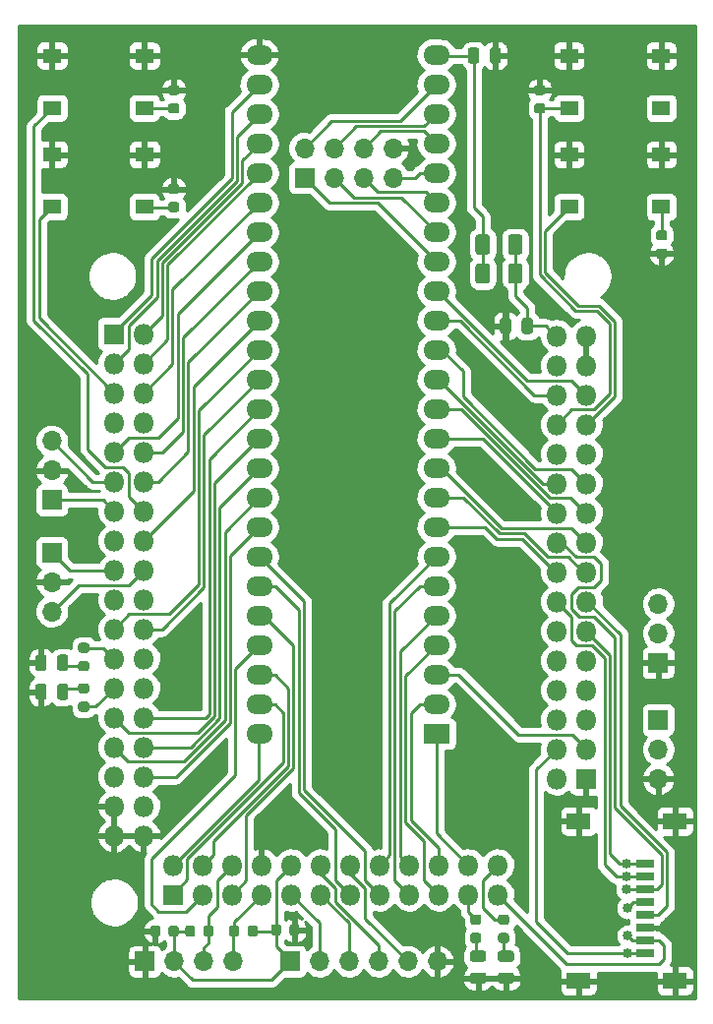
<source format=gbr>
G04 #@! TF.GenerationSoftware,KiCad,Pcbnew,(5.99.0-2378-g637571e0b-dirty)*
G04 #@! TF.CreationDate,2020-07-24T22:12:36+02:00*
G04 #@! TF.ProjectId,stm32f4_fpga,73746d33-3266-4345-9f66-7067612e6b69,rev?*
G04 #@! TF.SameCoordinates,Original*
G04 #@! TF.FileFunction,Copper,L1,Top*
G04 #@! TF.FilePolarity,Positive*
%FSLAX46Y46*%
G04 Gerber Fmt 4.6, Leading zero omitted, Abs format (unit mm)*
G04 Created by KiCad (PCBNEW (5.99.0-2378-g637571e0b-dirty)) date 2020-07-24 22:12:36*
%MOMM*%
%LPD*%
G01*
G04 APERTURE LIST*
G04 #@! TA.AperFunction,SMDPad,CuDef*
%ADD10R,1.550000X1.300000*%
G04 #@! TD*
G04 #@! TA.AperFunction,ComponentPad*
%ADD11O,1.800000X1.800000*%
G04 #@! TD*
G04 #@! TA.AperFunction,ComponentPad*
%ADD12R,1.800000X1.800000*%
G04 #@! TD*
G04 #@! TA.AperFunction,ComponentPad*
%ADD13O,1.700000X1.700000*%
G04 #@! TD*
G04 #@! TA.AperFunction,ComponentPad*
%ADD14R,1.700000X1.700000*%
G04 #@! TD*
G04 #@! TA.AperFunction,ComponentPad*
%ADD15O,2.300000X1.700000*%
G04 #@! TD*
G04 #@! TA.AperFunction,ComponentPad*
%ADD16R,2.300000X1.700000*%
G04 #@! TD*
G04 #@! TA.AperFunction,SMDPad,CuDef*
%ADD17R,1.500000X0.800000*%
G04 #@! TD*
G04 #@! TA.AperFunction,SMDPad,CuDef*
%ADD18R,2.000000X1.450000*%
G04 #@! TD*
G04 #@! TA.AperFunction,ViaPad*
%ADD19C,0.850000*%
G04 #@! TD*
G04 #@! TA.AperFunction,Conductor*
%ADD20C,0.250000*%
G04 #@! TD*
G04 #@! TA.AperFunction,Conductor*
%ADD21C,0.254000*%
G04 #@! TD*
G04 APERTURE END LIST*
D10*
X121525000Y-10250000D03*
X129475000Y-10250000D03*
X121525000Y-14750000D03*
X129475000Y-14750000D03*
X121525000Y-18750000D03*
X129475000Y-18750000D03*
X121525000Y-23250000D03*
X129475000Y-23250000D03*
G04 #@! TA.AperFunction,SMDPad,CuDef*
G36*
G01*
X124506250Y-65150000D02*
X123993750Y-65150000D01*
G75*
G02*
X123775000Y-64931250I0J218750D01*
G01*
X123775000Y-64493750D01*
G75*
G02*
X123993750Y-64275000I218750J0D01*
G01*
X124506250Y-64275000D01*
G75*
G02*
X124725000Y-64493750I0J-218750D01*
G01*
X124725000Y-64931250D01*
G75*
G02*
X124506250Y-65150000I-218750J0D01*
G01*
G37*
G04 #@! TD.AperFunction*
G04 #@! TA.AperFunction,SMDPad,CuDef*
G36*
G01*
X124506250Y-66725000D02*
X123993750Y-66725000D01*
G75*
G02*
X123775000Y-66506250I0J218750D01*
G01*
X123775000Y-66068750D01*
G75*
G02*
X123993750Y-65850000I218750J0D01*
G01*
X124506250Y-65850000D01*
G75*
G02*
X124725000Y-66068750I0J-218750D01*
G01*
X124725000Y-66506250D01*
G75*
G02*
X124506250Y-66725000I-218750J0D01*
G01*
G37*
G04 #@! TD.AperFunction*
G04 #@! TA.AperFunction,SMDPad,CuDef*
G36*
G01*
X123993750Y-62350000D02*
X124506250Y-62350000D01*
G75*
G02*
X124725000Y-62568750I0J-218750D01*
G01*
X124725000Y-63006250D01*
G75*
G02*
X124506250Y-63225000I-218750J0D01*
G01*
X123993750Y-63225000D01*
G75*
G02*
X123775000Y-63006250I0J218750D01*
G01*
X123775000Y-62568750D01*
G75*
G02*
X123993750Y-62350000I218750J0D01*
G01*
G37*
G04 #@! TD.AperFunction*
G04 #@! TA.AperFunction,SMDPad,CuDef*
G36*
G01*
X123993750Y-60775000D02*
X124506250Y-60775000D01*
G75*
G02*
X124725000Y-60993750I0J-218750D01*
G01*
X124725000Y-61431250D01*
G75*
G02*
X124506250Y-61650000I-218750J0D01*
G01*
X123993750Y-61650000D01*
G75*
G02*
X123775000Y-61431250I0J218750D01*
G01*
X123775000Y-60993750D01*
G75*
G02*
X123993750Y-60775000I218750J0D01*
G01*
G37*
G04 #@! TD.AperFunction*
G04 #@! TA.AperFunction,SMDPad,CuDef*
G36*
G01*
X121950000Y-65456250D02*
X121950000Y-64543750D01*
G75*
G02*
X122193750Y-64300000I243750J0D01*
G01*
X122681250Y-64300000D01*
G75*
G02*
X122925000Y-64543750I0J-243750D01*
G01*
X122925000Y-65456250D01*
G75*
G02*
X122681250Y-65700000I-243750J0D01*
G01*
X122193750Y-65700000D01*
G75*
G02*
X121950000Y-65456250I0J243750D01*
G01*
G37*
G04 #@! TD.AperFunction*
G04 #@! TA.AperFunction,SMDPad,CuDef*
G36*
G01*
X120075000Y-65456250D02*
X120075000Y-64543750D01*
G75*
G02*
X120318750Y-64300000I243750J0D01*
G01*
X120806250Y-64300000D01*
G75*
G02*
X121050000Y-64543750I0J-243750D01*
G01*
X121050000Y-65456250D01*
G75*
G02*
X120806250Y-65700000I-243750J0D01*
G01*
X120318750Y-65700000D01*
G75*
G02*
X120075000Y-65456250I0J243750D01*
G01*
G37*
G04 #@! TD.AperFunction*
G04 #@! TA.AperFunction,SMDPad,CuDef*
G36*
G01*
X121950000Y-62956250D02*
X121950000Y-62043750D01*
G75*
G02*
X122193750Y-61800000I243750J0D01*
G01*
X122681250Y-61800000D01*
G75*
G02*
X122925000Y-62043750I0J-243750D01*
G01*
X122925000Y-62956250D01*
G75*
G02*
X122681250Y-63200000I-243750J0D01*
G01*
X122193750Y-63200000D01*
G75*
G02*
X121950000Y-62956250I0J243750D01*
G01*
G37*
G04 #@! TD.AperFunction*
G04 #@! TA.AperFunction,SMDPad,CuDef*
G36*
G01*
X120075000Y-62956250D02*
X120075000Y-62043750D01*
G75*
G02*
X120318750Y-61800000I243750J0D01*
G01*
X120806250Y-61800000D01*
G75*
G02*
X121050000Y-62043750I0J-243750D01*
G01*
X121050000Y-62956250D01*
G75*
G02*
X120806250Y-63200000I-243750J0D01*
G01*
X120318750Y-63200000D01*
G75*
G02*
X120075000Y-62956250I0J243750D01*
G01*
G37*
G04 #@! TD.AperFunction*
G04 #@! TA.AperFunction,SMDPad,CuDef*
G36*
G01*
X132256250Y-13650000D02*
X131743750Y-13650000D01*
G75*
G02*
X131525000Y-13431250I0J218750D01*
G01*
X131525000Y-12993750D01*
G75*
G02*
X131743750Y-12775000I218750J0D01*
G01*
X132256250Y-12775000D01*
G75*
G02*
X132475000Y-12993750I0J-218750D01*
G01*
X132475000Y-13431250D01*
G75*
G02*
X132256250Y-13650000I-218750J0D01*
G01*
G37*
G04 #@! TD.AperFunction*
G04 #@! TA.AperFunction,SMDPad,CuDef*
G36*
G01*
X132256250Y-15225000D02*
X131743750Y-15225000D01*
G75*
G02*
X131525000Y-15006250I0J218750D01*
G01*
X131525000Y-14568750D01*
G75*
G02*
X131743750Y-14350000I218750J0D01*
G01*
X132256250Y-14350000D01*
G75*
G02*
X132475000Y-14568750I0J-218750D01*
G01*
X132475000Y-15006250D01*
G75*
G02*
X132256250Y-15225000I-218750J0D01*
G01*
G37*
G04 #@! TD.AperFunction*
G04 #@! TA.AperFunction,SMDPad,CuDef*
G36*
G01*
X132256250Y-22150000D02*
X131743750Y-22150000D01*
G75*
G02*
X131525000Y-21931250I0J218750D01*
G01*
X131525000Y-21493750D01*
G75*
G02*
X131743750Y-21275000I218750J0D01*
G01*
X132256250Y-21275000D01*
G75*
G02*
X132475000Y-21493750I0J-218750D01*
G01*
X132475000Y-21931250D01*
G75*
G02*
X132256250Y-22150000I-218750J0D01*
G01*
G37*
G04 #@! TD.AperFunction*
G04 #@! TA.AperFunction,SMDPad,CuDef*
G36*
G01*
X132256250Y-23725000D02*
X131743750Y-23725000D01*
G75*
G02*
X131525000Y-23506250I0J218750D01*
G01*
X131525000Y-23068750D01*
G75*
G02*
X131743750Y-22850000I218750J0D01*
G01*
X132256250Y-22850000D01*
G75*
G02*
X132475000Y-23068750I0J-218750D01*
G01*
X132475000Y-23506250D01*
G75*
G02*
X132256250Y-23725000I-218750J0D01*
G01*
G37*
G04 #@! TD.AperFunction*
G04 #@! TA.AperFunction,SMDPad,CuDef*
G36*
G01*
X157743750Y-85750000D02*
X158256250Y-85750000D01*
G75*
G02*
X158475000Y-85968750I0J-218750D01*
G01*
X158475000Y-86406250D01*
G75*
G02*
X158256250Y-86625000I-218750J0D01*
G01*
X157743750Y-86625000D01*
G75*
G02*
X157525000Y-86406250I0J218750D01*
G01*
X157525000Y-85968750D01*
G75*
G02*
X157743750Y-85750000I218750J0D01*
G01*
G37*
G04 #@! TD.AperFunction*
G04 #@! TA.AperFunction,SMDPad,CuDef*
G36*
G01*
X157743750Y-84175000D02*
X158256250Y-84175000D01*
G75*
G02*
X158475000Y-84393750I0J-218750D01*
G01*
X158475000Y-84831250D01*
G75*
G02*
X158256250Y-85050000I-218750J0D01*
G01*
X157743750Y-85050000D01*
G75*
G02*
X157525000Y-84831250I0J218750D01*
G01*
X157525000Y-84393750D01*
G75*
G02*
X157743750Y-84175000I218750J0D01*
G01*
G37*
G04 #@! TD.AperFunction*
G04 #@! TA.AperFunction,SMDPad,CuDef*
G36*
G01*
X160143750Y-85750000D02*
X160656250Y-85750000D01*
G75*
G02*
X160875000Y-85968750I0J-218750D01*
G01*
X160875000Y-86406250D01*
G75*
G02*
X160656250Y-86625000I-218750J0D01*
G01*
X160143750Y-86625000D01*
G75*
G02*
X159925000Y-86406250I0J218750D01*
G01*
X159925000Y-85968750D01*
G75*
G02*
X160143750Y-85750000I218750J0D01*
G01*
G37*
G04 #@! TD.AperFunction*
G04 #@! TA.AperFunction,SMDPad,CuDef*
G36*
G01*
X160143750Y-84175000D02*
X160656250Y-84175000D01*
G75*
G02*
X160875000Y-84393750I0J-218750D01*
G01*
X160875000Y-84831250D01*
G75*
G02*
X160656250Y-85050000I-218750J0D01*
G01*
X160143750Y-85050000D01*
G75*
G02*
X159925000Y-84831250I0J218750D01*
G01*
X159925000Y-84393750D01*
G75*
G02*
X160143750Y-84175000I218750J0D01*
G01*
G37*
G04 #@! TD.AperFunction*
G04 #@! TA.AperFunction,SMDPad,CuDef*
G36*
G01*
X158656250Y-88250000D02*
X157743750Y-88250000D01*
G75*
G02*
X157500000Y-88006250I0J243750D01*
G01*
X157500000Y-87518750D01*
G75*
G02*
X157743750Y-87275000I243750J0D01*
G01*
X158656250Y-87275000D01*
G75*
G02*
X158900000Y-87518750I0J-243750D01*
G01*
X158900000Y-88006250D01*
G75*
G02*
X158656250Y-88250000I-243750J0D01*
G01*
G37*
G04 #@! TD.AperFunction*
G04 #@! TA.AperFunction,SMDPad,CuDef*
G36*
G01*
X158656250Y-90125000D02*
X157743750Y-90125000D01*
G75*
G02*
X157500000Y-89881250I0J243750D01*
G01*
X157500000Y-89393750D01*
G75*
G02*
X157743750Y-89150000I243750J0D01*
G01*
X158656250Y-89150000D01*
G75*
G02*
X158900000Y-89393750I0J-243750D01*
G01*
X158900000Y-89881250D01*
G75*
G02*
X158656250Y-90125000I-243750J0D01*
G01*
G37*
G04 #@! TD.AperFunction*
G04 #@! TA.AperFunction,SMDPad,CuDef*
G36*
G01*
X161056250Y-88250000D02*
X160143750Y-88250000D01*
G75*
G02*
X159900000Y-88006250I0J243750D01*
G01*
X159900000Y-87518750D01*
G75*
G02*
X160143750Y-87275000I243750J0D01*
G01*
X161056250Y-87275000D01*
G75*
G02*
X161300000Y-87518750I0J-243750D01*
G01*
X161300000Y-88006250D01*
G75*
G02*
X161056250Y-88250000I-243750J0D01*
G01*
G37*
G04 #@! TD.AperFunction*
G04 #@! TA.AperFunction,SMDPad,CuDef*
G36*
G01*
X161056250Y-90125000D02*
X160143750Y-90125000D01*
G75*
G02*
X159900000Y-89881250I0J243750D01*
G01*
X159900000Y-89393750D01*
G75*
G02*
X160143750Y-89150000I243750J0D01*
G01*
X161056250Y-89150000D01*
G75*
G02*
X161300000Y-89393750I0J-243750D01*
G01*
X161300000Y-89881250D01*
G75*
G02*
X161056250Y-90125000I-243750J0D01*
G01*
G37*
G04 #@! TD.AperFunction*
X166025000Y-10250000D03*
X173975000Y-10250000D03*
X166025000Y-14750000D03*
X173975000Y-14750000D03*
G04 #@! TA.AperFunction,SMDPad,CuDef*
G36*
G01*
X173743750Y-26850000D02*
X174256250Y-26850000D01*
G75*
G02*
X174475000Y-27068750I0J-218750D01*
G01*
X174475000Y-27506250D01*
G75*
G02*
X174256250Y-27725000I-218750J0D01*
G01*
X173743750Y-27725000D01*
G75*
G02*
X173525000Y-27506250I0J218750D01*
G01*
X173525000Y-27068750D01*
G75*
G02*
X173743750Y-26850000I218750J0D01*
G01*
G37*
G04 #@! TD.AperFunction*
G04 #@! TA.AperFunction,SMDPad,CuDef*
G36*
G01*
X173743750Y-25275000D02*
X174256250Y-25275000D01*
G75*
G02*
X174475000Y-25493750I0J-218750D01*
G01*
X174475000Y-25931250D01*
G75*
G02*
X174256250Y-26150000I-218750J0D01*
G01*
X173743750Y-26150000D01*
G75*
G02*
X173525000Y-25931250I0J218750D01*
G01*
X173525000Y-25493750D01*
G75*
G02*
X173743750Y-25275000I218750J0D01*
G01*
G37*
G04 #@! TD.AperFunction*
G04 #@! TA.AperFunction,SMDPad,CuDef*
G36*
G01*
X163756250Y-13650000D02*
X163243750Y-13650000D01*
G75*
G02*
X163025000Y-13431250I0J218750D01*
G01*
X163025000Y-12993750D01*
G75*
G02*
X163243750Y-12775000I218750J0D01*
G01*
X163756250Y-12775000D01*
G75*
G02*
X163975000Y-12993750I0J-218750D01*
G01*
X163975000Y-13431250D01*
G75*
G02*
X163756250Y-13650000I-218750J0D01*
G01*
G37*
G04 #@! TD.AperFunction*
G04 #@! TA.AperFunction,SMDPad,CuDef*
G36*
G01*
X163756250Y-15225000D02*
X163243750Y-15225000D01*
G75*
G02*
X163025000Y-15006250I0J218750D01*
G01*
X163025000Y-14568750D01*
G75*
G02*
X163243750Y-14350000I218750J0D01*
G01*
X163756250Y-14350000D01*
G75*
G02*
X163975000Y-14568750I0J-218750D01*
G01*
X163975000Y-15006250D01*
G75*
G02*
X163756250Y-15225000I-218750J0D01*
G01*
G37*
G04 #@! TD.AperFunction*
G04 #@! TA.AperFunction,SMDPad,CuDef*
G36*
G01*
X141950000Y-85756250D02*
X141950000Y-85243750D01*
G75*
G02*
X142168750Y-85025000I218750J0D01*
G01*
X142606250Y-85025000D01*
G75*
G02*
X142825000Y-85243750I0J-218750D01*
G01*
X142825000Y-85756250D01*
G75*
G02*
X142606250Y-85975000I-218750J0D01*
G01*
X142168750Y-85975000D01*
G75*
G02*
X141950000Y-85756250I0J218750D01*
G01*
G37*
G04 #@! TD.AperFunction*
G04 #@! TA.AperFunction,SMDPad,CuDef*
G36*
G01*
X140375000Y-85756250D02*
X140375000Y-85243750D01*
G75*
G02*
X140593750Y-85025000I218750J0D01*
G01*
X141031250Y-85025000D01*
G75*
G02*
X141250000Y-85243750I0J-218750D01*
G01*
X141250000Y-85756250D01*
G75*
G02*
X141031250Y-85975000I-218750J0D01*
G01*
X140593750Y-85975000D01*
G75*
G02*
X140375000Y-85756250I0J218750D01*
G01*
G37*
G04 #@! TD.AperFunction*
G04 #@! TA.AperFunction,SMDPad,CuDef*
G36*
G01*
X130850000Y-85343750D02*
X130850000Y-85856250D01*
G75*
G02*
X130631250Y-86075000I-218750J0D01*
G01*
X130193750Y-86075000D01*
G75*
G02*
X129975000Y-85856250I0J218750D01*
G01*
X129975000Y-85343750D01*
G75*
G02*
X130193750Y-85125000I218750J0D01*
G01*
X130631250Y-85125000D01*
G75*
G02*
X130850000Y-85343750I0J-218750D01*
G01*
G37*
G04 #@! TD.AperFunction*
G04 #@! TA.AperFunction,SMDPad,CuDef*
G36*
G01*
X132425000Y-85343750D02*
X132425000Y-85856250D01*
G75*
G02*
X132206250Y-86075000I-218750J0D01*
G01*
X131768750Y-86075000D01*
G75*
G02*
X131550000Y-85856250I0J218750D01*
G01*
X131550000Y-85343750D01*
G75*
G02*
X131768750Y-85125000I218750J0D01*
G01*
X132206250Y-85125000D01*
G75*
G02*
X132425000Y-85343750I0J-218750D01*
G01*
G37*
G04 #@! TD.AperFunction*
X166025000Y-18750000D03*
X173975000Y-18750000D03*
X166025000Y-23250000D03*
X173975000Y-23250000D03*
D11*
X159880000Y-82470000D03*
X139560000Y-82470000D03*
X144640000Y-82470000D03*
X134480000Y-82470000D03*
X137020000Y-79930000D03*
X137020000Y-82470000D03*
X134480000Y-79930000D03*
X142100000Y-82470000D03*
X157340000Y-79930000D03*
X131940000Y-79930000D03*
X154800000Y-82470000D03*
X154800000Y-79930000D03*
X149720000Y-82470000D03*
X159880000Y-79930000D03*
X147180000Y-79930000D03*
X147180000Y-82470000D03*
X144640000Y-79930000D03*
X142100000Y-79930000D03*
X152260000Y-79930000D03*
X139560000Y-79930000D03*
X149720000Y-79930000D03*
X152260000Y-82470000D03*
D12*
X131940000Y-82470000D03*
D11*
X157340000Y-82470000D03*
X167500000Y-44530000D03*
X167500000Y-64850000D03*
X167500000Y-59770000D03*
X167500000Y-69930000D03*
X164960000Y-67390000D03*
X167500000Y-67390000D03*
X164960000Y-69930000D03*
X167500000Y-41990000D03*
X167500000Y-34370000D03*
X167500000Y-62310000D03*
X167500000Y-36910000D03*
X164960000Y-47070000D03*
X164960000Y-39450000D03*
X164960000Y-72470000D03*
X167500000Y-49610000D03*
X164960000Y-49610000D03*
X167500000Y-54690000D03*
X164960000Y-44530000D03*
X164960000Y-57230000D03*
X164960000Y-34370000D03*
X164960000Y-36910000D03*
X167500000Y-57230000D03*
X164960000Y-59770000D03*
X164960000Y-62310000D03*
X164960000Y-52150000D03*
X167500000Y-39450000D03*
X164960000Y-64850000D03*
X164960000Y-54690000D03*
X167500000Y-52150000D03*
D12*
X167500000Y-72470000D03*
D11*
X167500000Y-47070000D03*
X164960000Y-41990000D03*
X129400000Y-77390000D03*
X126860000Y-77390000D03*
X129400000Y-74850000D03*
X126860000Y-74850000D03*
X129400000Y-72310000D03*
X126860000Y-72310000D03*
X129400000Y-69770000D03*
X126860000Y-69770000D03*
X129400000Y-67230000D03*
X126860000Y-67230000D03*
X129400000Y-64690000D03*
X126860000Y-64690000D03*
X129400000Y-62150000D03*
X126860000Y-62150000D03*
X129400000Y-59610000D03*
X126860000Y-59610000D03*
X129400000Y-57070000D03*
X126860000Y-57070000D03*
X129400000Y-54530000D03*
X126860000Y-54530000D03*
X129400000Y-51990000D03*
X126860000Y-51990000D03*
X129400000Y-49450000D03*
X126860000Y-49450000D03*
X129400000Y-46910000D03*
X126860000Y-46910000D03*
X129400000Y-44370000D03*
X126860000Y-44370000D03*
X129400000Y-41830000D03*
X126860000Y-41830000D03*
X129400000Y-39290000D03*
X126860000Y-39290000D03*
X129400000Y-36750000D03*
X126860000Y-36750000D03*
X129400000Y-34210000D03*
D12*
X126860000Y-34210000D03*
G04 #@! TA.AperFunction,SMDPad,CuDef*
G36*
G01*
X160775000Y-29625000D02*
X160775000Y-28375000D01*
G75*
G02*
X161025000Y-28125000I250000J0D01*
G01*
X161775000Y-28125000D01*
G75*
G02*
X162025000Y-28375000I0J-250000D01*
G01*
X162025000Y-29625000D01*
G75*
G02*
X161775000Y-29875000I-250000J0D01*
G01*
X161025000Y-29875000D01*
G75*
G02*
X160775000Y-29625000I0J250000D01*
G01*
G37*
G04 #@! TD.AperFunction*
G04 #@! TA.AperFunction,SMDPad,CuDef*
G36*
G01*
X157975000Y-29625000D02*
X157975000Y-28375000D01*
G75*
G02*
X158225000Y-28125000I250000J0D01*
G01*
X158975000Y-28125000D01*
G75*
G02*
X159225000Y-28375000I0J-250000D01*
G01*
X159225000Y-29625000D01*
G75*
G02*
X158975000Y-29875000I-250000J0D01*
G01*
X158225000Y-29875000D01*
G75*
G02*
X157975000Y-29625000I0J250000D01*
G01*
G37*
G04 #@! TD.AperFunction*
G04 #@! TA.AperFunction,SMDPad,CuDef*
G36*
G01*
X159225000Y-25875000D02*
X159225000Y-27125000D01*
G75*
G02*
X158975000Y-27375000I-250000J0D01*
G01*
X158225000Y-27375000D01*
G75*
G02*
X157975000Y-27125000I0J250000D01*
G01*
X157975000Y-25875000D01*
G75*
G02*
X158225000Y-25625000I250000J0D01*
G01*
X158975000Y-25625000D01*
G75*
G02*
X159225000Y-25875000I0J-250000D01*
G01*
G37*
G04 #@! TD.AperFunction*
G04 #@! TA.AperFunction,SMDPad,CuDef*
G36*
G01*
X162025000Y-25875000D02*
X162025000Y-27125000D01*
G75*
G02*
X161775000Y-27375000I-250000J0D01*
G01*
X161025000Y-27375000D01*
G75*
G02*
X160775000Y-27125000I0J250000D01*
G01*
X160775000Y-25875000D01*
G75*
G02*
X161025000Y-25625000I250000J0D01*
G01*
X161775000Y-25625000D01*
G75*
G02*
X162025000Y-25875000I0J-250000D01*
G01*
G37*
G04 #@! TD.AperFunction*
D13*
X150870000Y-18210000D03*
X150870000Y-20750000D03*
X148330000Y-18210000D03*
X148330000Y-20750000D03*
X145790000Y-18210000D03*
X145790000Y-20750000D03*
X143250000Y-18210000D03*
D14*
X143250000Y-20750000D03*
D15*
X139360000Y-10180000D03*
X139360000Y-12720000D03*
X139360000Y-15260000D03*
X139360000Y-17800000D03*
X139360000Y-20340000D03*
X139360000Y-22880000D03*
X139360000Y-25420000D03*
X139360000Y-27960000D03*
X139360000Y-30500000D03*
X139360000Y-33040000D03*
X139360000Y-35580000D03*
X139360000Y-38120000D03*
X139360000Y-40660000D03*
X139360000Y-43200000D03*
X139360000Y-45740000D03*
X139360000Y-48280000D03*
X139360000Y-63520000D03*
X139360000Y-66060000D03*
X139360000Y-68600000D03*
X139360000Y-50820000D03*
X139360000Y-53360000D03*
X139360000Y-55900000D03*
X139360000Y-58440000D03*
X139360000Y-60980000D03*
X154600000Y-10180000D03*
X154600000Y-12720000D03*
X154600000Y-15260000D03*
X154600000Y-17800000D03*
X154600000Y-20340000D03*
X154600000Y-22880000D03*
X154600000Y-25420000D03*
X154600000Y-27960000D03*
X154600000Y-30500000D03*
X154600000Y-33040000D03*
X154600000Y-35580000D03*
X154600000Y-38120000D03*
X154600000Y-40660000D03*
X154600000Y-43200000D03*
X154600000Y-45740000D03*
X154600000Y-48280000D03*
X154600000Y-50820000D03*
X154600000Y-53360000D03*
X154600000Y-55900000D03*
X154600000Y-58440000D03*
X154600000Y-60980000D03*
X154600000Y-63520000D03*
X154600000Y-66060000D03*
D16*
X154600000Y-68600000D03*
G04 #@! TA.AperFunction,SMDPad,CuDef*
G36*
G01*
X134550000Y-85856250D02*
X134550000Y-85343750D01*
G75*
G02*
X134768750Y-85125000I218750J0D01*
G01*
X135206250Y-85125000D01*
G75*
G02*
X135425000Y-85343750I0J-218750D01*
G01*
X135425000Y-85856250D01*
G75*
G02*
X135206250Y-86075000I-218750J0D01*
G01*
X134768750Y-86075000D01*
G75*
G02*
X134550000Y-85856250I0J218750D01*
G01*
G37*
G04 #@! TD.AperFunction*
G04 #@! TA.AperFunction,SMDPad,CuDef*
G36*
G01*
X132975000Y-85856250D02*
X132975000Y-85343750D01*
G75*
G02*
X133193750Y-85125000I218750J0D01*
G01*
X133631250Y-85125000D01*
G75*
G02*
X133850000Y-85343750I0J-218750D01*
G01*
X133850000Y-85856250D01*
G75*
G02*
X133631250Y-86075000I-218750J0D01*
G01*
X133193750Y-86075000D01*
G75*
G02*
X132975000Y-85856250I0J218750D01*
G01*
G37*
G04 #@! TD.AperFunction*
G04 #@! TA.AperFunction,SMDPad,CuDef*
G36*
G01*
X137650000Y-85343750D02*
X137650000Y-85856250D01*
G75*
G02*
X137431250Y-86075000I-218750J0D01*
G01*
X136993750Y-86075000D01*
G75*
G02*
X136775000Y-85856250I0J218750D01*
G01*
X136775000Y-85343750D01*
G75*
G02*
X136993750Y-85125000I218750J0D01*
G01*
X137431250Y-85125000D01*
G75*
G02*
X137650000Y-85343750I0J-218750D01*
G01*
G37*
G04 #@! TD.AperFunction*
G04 #@! TA.AperFunction,SMDPad,CuDef*
G36*
G01*
X139225000Y-85343750D02*
X139225000Y-85856250D01*
G75*
G02*
X139006250Y-86075000I-218750J0D01*
G01*
X138568750Y-86075000D01*
G75*
G02*
X138350000Y-85856250I0J218750D01*
G01*
X138350000Y-85343750D01*
G75*
G02*
X138568750Y-85125000I218750J0D01*
G01*
X139006250Y-85125000D01*
G75*
G02*
X139225000Y-85343750I0J-218750D01*
G01*
G37*
G04 #@! TD.AperFunction*
D13*
X154700000Y-88200000D03*
X152160000Y-88200000D03*
X149620000Y-88200000D03*
X147080000Y-88200000D03*
X144540000Y-88200000D03*
D14*
X142000000Y-88200000D03*
D13*
X137120000Y-88200000D03*
X134580000Y-88200000D03*
X132040000Y-88200000D03*
D14*
X129500000Y-88200000D03*
D13*
X121500000Y-43420000D03*
X121500000Y-45960000D03*
D14*
X121500000Y-48500000D03*
D13*
X121500000Y-58080000D03*
X121500000Y-55540000D03*
D14*
X121500000Y-53000000D03*
D13*
X173700000Y-57420000D03*
X173700000Y-59960000D03*
D14*
X173700000Y-62500000D03*
D17*
X172550000Y-79800000D03*
X172550000Y-80900000D03*
X172550000Y-82000000D03*
X172550000Y-83100000D03*
X172550000Y-84200000D03*
X172550000Y-85300000D03*
X172550000Y-86400000D03*
X172550000Y-87500000D03*
D18*
X166850000Y-89875000D03*
X166850000Y-76125000D03*
X175150000Y-76125000D03*
X175150000Y-89875000D03*
D13*
X173700000Y-72480000D03*
X173700000Y-69940000D03*
D14*
X173700000Y-67400000D03*
G04 #@! TA.AperFunction,SMDPad,CuDef*
G36*
G01*
X161050000Y-33057788D02*
X161050000Y-33970288D01*
G75*
G02*
X160806250Y-34214038I-243750J0D01*
G01*
X160318750Y-34214038D01*
G75*
G02*
X160075000Y-33970288I0J243750D01*
G01*
X160075000Y-33057788D01*
G75*
G02*
X160318750Y-32814038I243750J0D01*
G01*
X160806250Y-32814038D01*
G75*
G02*
X161050000Y-33057788I0J-243750D01*
G01*
G37*
G04 #@! TD.AperFunction*
G04 #@! TA.AperFunction,SMDPad,CuDef*
G36*
G01*
X162925000Y-33057788D02*
X162925000Y-33970288D01*
G75*
G02*
X162681250Y-34214038I-243750J0D01*
G01*
X162193750Y-34214038D01*
G75*
G02*
X161950000Y-33970288I0J243750D01*
G01*
X161950000Y-33057788D01*
G75*
G02*
X162193750Y-32814038I243750J0D01*
G01*
X162681250Y-32814038D01*
G75*
G02*
X162925000Y-33057788I0J-243750D01*
G01*
G37*
G04 #@! TD.AperFunction*
G04 #@! TA.AperFunction,SMDPad,CuDef*
G36*
G01*
X159200000Y-10706250D02*
X159200000Y-9793750D01*
G75*
G02*
X159443750Y-9550000I243750J0D01*
G01*
X159931250Y-9550000D01*
G75*
G02*
X160175000Y-9793750I0J-243750D01*
G01*
X160175000Y-10706250D01*
G75*
G02*
X159931250Y-10950000I-243750J0D01*
G01*
X159443750Y-10950000D01*
G75*
G02*
X159200000Y-10706250I0J243750D01*
G01*
G37*
G04 #@! TD.AperFunction*
G04 #@! TA.AperFunction,SMDPad,CuDef*
G36*
G01*
X157325000Y-10706250D02*
X157325000Y-9793750D01*
G75*
G02*
X157568750Y-9550000I243750J0D01*
G01*
X158056250Y-9550000D01*
G75*
G02*
X158300000Y-9793750I0J-243750D01*
G01*
X158300000Y-10706250D01*
G75*
G02*
X158056250Y-10950000I-243750J0D01*
G01*
X157568750Y-10950000D01*
G75*
G02*
X157325000Y-10706250I0J243750D01*
G01*
G37*
G04 #@! TD.AperFunction*
D19*
X160000000Y-40000000D03*
X142400000Y-84400000D03*
X159000000Y-73500000D03*
X132750000Y-63000000D03*
X171100000Y-83600000D03*
X171100000Y-87500000D03*
X171100000Y-86000000D03*
X171000000Y-82000000D03*
X171000000Y-80900000D03*
X171000000Y-79800000D03*
X158750000Y-56000000D03*
X160000000Y-47200000D03*
D20*
X164960000Y-57230000D02*
X166250000Y-58520000D01*
X166250000Y-58520000D02*
X166250000Y-60550000D01*
X166250000Y-60550000D02*
X166700000Y-61000000D01*
X166700000Y-61000000D02*
X168000000Y-61000000D01*
X168000000Y-61000000D02*
X169099980Y-62099980D01*
X169099980Y-62099980D02*
X169099980Y-79899980D01*
X169099980Y-79899980D02*
X170100000Y-80900000D01*
X170100000Y-80900000D02*
X171000000Y-80900000D01*
X164960000Y-34370000D02*
X164870000Y-34370000D01*
X164870000Y-34370000D02*
X164014038Y-33514038D01*
X164014038Y-33514038D02*
X162437500Y-33514038D01*
X162437500Y-33514038D02*
X162437500Y-31937500D01*
X162437500Y-31937500D02*
X161400000Y-30900000D01*
X161400000Y-30900000D02*
X161400000Y-29000000D01*
X124250000Y-61212500D02*
X125922500Y-61212500D01*
X125922500Y-61212500D02*
X126860000Y-62150000D01*
X124250000Y-66287500D02*
X125262500Y-66287500D01*
X125262500Y-66287500D02*
X126860000Y-64690000D01*
X124250000Y-64712500D02*
X122725000Y-64712500D01*
X122725000Y-64712500D02*
X122437500Y-65000000D01*
X124250000Y-62787500D02*
X122725000Y-62787500D01*
X122725000Y-62787500D02*
X122437500Y-62500000D01*
X129400000Y-49450000D02*
X128150000Y-48200000D01*
X128150000Y-48200000D02*
X128150000Y-46150000D01*
X124600000Y-37666410D02*
X119950000Y-33016410D01*
X128150000Y-46150000D02*
X127650000Y-45650000D01*
X119950000Y-16325000D02*
X121525000Y-14750000D01*
X127650000Y-45650000D02*
X126100000Y-45650000D01*
X126100000Y-45650000D02*
X124600000Y-44150000D01*
X124600000Y-44150000D02*
X124600000Y-37666410D01*
X119950000Y-33016410D02*
X119950000Y-16325000D01*
X126860000Y-39290000D02*
X120400000Y-32830000D01*
X120400000Y-32830000D02*
X120400000Y-24375000D01*
X120400000Y-24375000D02*
X121525000Y-23250000D01*
X132000000Y-23287500D02*
X129512500Y-23287500D01*
X129512500Y-23287500D02*
X129475000Y-23250000D01*
X132000000Y-14787500D02*
X129512500Y-14787500D01*
X129512500Y-14787500D02*
X129475000Y-14750000D01*
X126860000Y-34210000D02*
X126860000Y-34103590D01*
X126860000Y-34103590D02*
X130099843Y-30863747D01*
X130099843Y-30863747D02*
X130099843Y-27690927D01*
X130099843Y-27690927D02*
X136984970Y-20805800D01*
X136984970Y-20805800D02*
X136984970Y-15095030D01*
X136984970Y-15095030D02*
X139360000Y-12720000D01*
X126860000Y-36750000D02*
X128100000Y-35510000D01*
X128100000Y-35510000D02*
X128100000Y-33500000D01*
X128100000Y-33500000D02*
X130549850Y-31050150D01*
X137434980Y-20992200D02*
X137434980Y-17185020D01*
X130549850Y-31050150D02*
X130549852Y-27877328D01*
X130549852Y-27877328D02*
X137434980Y-20992200D01*
X137434980Y-17185020D02*
X139360000Y-15260000D01*
X129400000Y-34210000D02*
X130999860Y-32610140D01*
X130999860Y-32610140D02*
X130999861Y-28063729D01*
X130999861Y-28063729D02*
X137884990Y-21178600D01*
X137884990Y-21178600D02*
X137884990Y-19275010D01*
X137884990Y-19275010D02*
X139360000Y-17800000D01*
X123080000Y-54530000D02*
X126860000Y-54530000D01*
X121500000Y-53000000D02*
X121550000Y-53000000D01*
X128130000Y-55800000D02*
X129400000Y-54530000D01*
X123800000Y-55800000D02*
X128130000Y-55800000D01*
X121520000Y-58080000D02*
X123800000Y-55800000D01*
X121500000Y-58080000D02*
X121520000Y-58080000D01*
X121550000Y-53000000D02*
X123080000Y-54530000D01*
X121500000Y-48500000D02*
X125910000Y-48500000D01*
X124990000Y-46910000D02*
X121500000Y-43420000D01*
X126860000Y-46910000D02*
X124990000Y-46910000D01*
X125910000Y-48500000D02*
X126860000Y-49450000D01*
X159612500Y-84612500D02*
X158600000Y-83600000D01*
X160400000Y-84612500D02*
X159612500Y-84612500D01*
X158600000Y-83600000D02*
X158600000Y-81210000D01*
X158600000Y-81210000D02*
X159880000Y-79930000D01*
X160400000Y-86187500D02*
X160400000Y-87562500D01*
X160400000Y-87562500D02*
X160600000Y-87762500D01*
X158000000Y-86187500D02*
X158000000Y-87562500D01*
X158000000Y-87562500D02*
X158200000Y-87762500D01*
X157340000Y-82470000D02*
X157340000Y-83952500D01*
X157340000Y-83952500D02*
X158000000Y-84612500D01*
X142387500Y-84412500D02*
X142400000Y-84400000D01*
X142387500Y-85500000D02*
X142387500Y-84412500D01*
X166025000Y-23250000D02*
X163950010Y-25324990D01*
X163950010Y-25324990D02*
X163950010Y-28913600D01*
X163950010Y-28913600D02*
X166786401Y-31749991D01*
X166786401Y-31749991D02*
X168586401Y-31749991D01*
X169950010Y-39549990D02*
X167510000Y-41990000D01*
X168586401Y-31749991D02*
X169950010Y-33113600D01*
X169950010Y-33113600D02*
X169950010Y-39549990D01*
X167510000Y-41990000D02*
X167500000Y-41990000D01*
X164960000Y-41990000D02*
X166250000Y-40700000D01*
X166250000Y-40700000D02*
X168163590Y-40700000D01*
X168400000Y-32200000D02*
X166600000Y-32200000D01*
X168163590Y-40700000D02*
X169500000Y-39363590D01*
X166600000Y-32200000D02*
X163500000Y-29100000D01*
X169500000Y-39363590D02*
X169500000Y-33300000D01*
X169500000Y-33300000D02*
X168400000Y-32200000D01*
X163500000Y-29100000D02*
X163500000Y-14787500D01*
X174000000Y-25712500D02*
X174000000Y-23275000D01*
X174000000Y-23275000D02*
X173975000Y-23250000D01*
X165987500Y-23287500D02*
X166025000Y-23250000D01*
X163500000Y-14787500D02*
X165987500Y-14787500D01*
X165987500Y-14787500D02*
X166025000Y-14750000D01*
X161400000Y-29000000D02*
X161400000Y-26800000D01*
X158600000Y-26800000D02*
X158600000Y-24100000D01*
X158600000Y-24100000D02*
X157812500Y-23312500D01*
X158600000Y-29000000D02*
X158600000Y-26800000D01*
X129400000Y-67230000D02*
X134724360Y-67230000D01*
X134724360Y-67230000D02*
X135049950Y-66904410D01*
X135049950Y-66904410D02*
X135049950Y-44970050D01*
X135049950Y-44970050D02*
X139310000Y-40710000D01*
X126860000Y-67230000D02*
X128130000Y-68500000D01*
X128130000Y-68500000D02*
X134090770Y-68500000D01*
X134090770Y-68500000D02*
X135499960Y-67090810D01*
X135499960Y-47060040D02*
X139310000Y-43250000D01*
X135499960Y-67090810D02*
X135499960Y-47060040D01*
X129400000Y-69770000D02*
X133457180Y-69770000D01*
X133457180Y-69770000D02*
X135949970Y-67277210D01*
X135949970Y-67277210D02*
X135949970Y-49150030D01*
X135949970Y-49150030D02*
X139310000Y-45790000D01*
X139310000Y-48330000D02*
X136399980Y-51240020D01*
X136399980Y-51240020D02*
X136399980Y-67463610D01*
X136399980Y-67463610D02*
X132863590Y-71000000D01*
X132863590Y-71000000D02*
X128090000Y-71000000D01*
X128090000Y-71000000D02*
X126860000Y-69770000D01*
X143250000Y-20750000D02*
X145400020Y-22900020D01*
X145400020Y-22900020D02*
X149540020Y-22900020D01*
X149540020Y-22900020D02*
X154600000Y-27960000D01*
X154600000Y-25420000D02*
X151630010Y-22450010D01*
X151630010Y-22450010D02*
X147490010Y-22450010D01*
X147490010Y-22450010D02*
X145790000Y-20750000D01*
X154600000Y-22880000D02*
X153720000Y-22000000D01*
X153720000Y-22000000D02*
X149580000Y-22000000D01*
X149580000Y-22000000D02*
X148330000Y-20750000D01*
X154600000Y-12720000D02*
X151470020Y-15849980D01*
X151470020Y-15849980D02*
X145610020Y-15849980D01*
X145610020Y-15849980D02*
X143250000Y-18210000D01*
X154600000Y-15260000D02*
X153560010Y-16299990D01*
X153560010Y-16299990D02*
X147700010Y-16299990D01*
X147700010Y-16299990D02*
X145790000Y-18210000D01*
X148330000Y-18210000D02*
X149790000Y-16750000D01*
X149790000Y-16750000D02*
X153550000Y-16750000D01*
X153550000Y-16750000D02*
X154600000Y-17800000D01*
X154600000Y-20340000D02*
X153160000Y-20340000D01*
X153160000Y-20340000D02*
X152750000Y-20750000D01*
X152750000Y-20750000D02*
X150870000Y-20750000D01*
X134987500Y-84312500D02*
X135750000Y-83550000D01*
X135750000Y-83550000D02*
X135750000Y-81200000D01*
X134987500Y-84612500D02*
X134987500Y-84312500D01*
X135750000Y-81200000D02*
X137020000Y-79930000D01*
X134987500Y-85600000D02*
X134987500Y-84612500D01*
X137212500Y-85600000D02*
X137212500Y-84817500D01*
X137212500Y-84817500D02*
X139560000Y-82470000D01*
X137120000Y-88200000D02*
X137120000Y-85692500D01*
X137120000Y-85692500D02*
X137212500Y-85600000D01*
X134580000Y-88200000D02*
X134580000Y-87020000D01*
X134580000Y-87020000D02*
X134987500Y-86612500D01*
X134987500Y-86612500D02*
X134987500Y-85600000D01*
X133412500Y-85600000D02*
X132237500Y-85600000D01*
X132237500Y-85600000D02*
X131937500Y-85300000D01*
X140800000Y-86900000D02*
X140800000Y-85600000D01*
X140800000Y-85600000D02*
X140800000Y-81230000D01*
X138787500Y-85600000D02*
X140800000Y-85600000D01*
X132040000Y-88200000D02*
X132040000Y-85402500D01*
X132040000Y-85402500D02*
X131937500Y-85300000D01*
X132040000Y-88240000D02*
X133600000Y-89800000D01*
X132040000Y-88200000D02*
X132040000Y-88240000D01*
X133600000Y-89800000D02*
X140400000Y-89800000D01*
X140400000Y-89800000D02*
X142000000Y-88200000D01*
X152160000Y-88200000D02*
X152150000Y-88200000D01*
X147180000Y-80680000D02*
X147180000Y-79930000D01*
X152150000Y-88200000D02*
X148450000Y-84500000D01*
X148450000Y-84500000D02*
X148450000Y-81950000D01*
X148450000Y-81950000D02*
X147180000Y-80680000D01*
X152160000Y-88200000D02*
X152160000Y-87860000D01*
X145900000Y-81900000D02*
X145900000Y-83093590D01*
X144640000Y-79930000D02*
X144640000Y-80640000D01*
X144640000Y-80640000D02*
X145900000Y-81900000D01*
X145900000Y-83093590D02*
X149620000Y-86813590D01*
X149620000Y-86813590D02*
X149620000Y-88200000D01*
X147080000Y-88200000D02*
X147080000Y-84910000D01*
X147080000Y-84910000D02*
X144640000Y-82470000D01*
X144540000Y-88200000D02*
X144540000Y-84910000D01*
X144540000Y-84910000D02*
X142100000Y-82470000D01*
X142000000Y-88100000D02*
X140800000Y-86900000D01*
X142000000Y-88200000D02*
X142000000Y-88100000D01*
X140800000Y-81230000D02*
X142100000Y-79930000D01*
X130800000Y-83900000D02*
X133050000Y-83900000D01*
X130100000Y-79400000D02*
X130100000Y-83300000D01*
X130800000Y-83900000D02*
X130700000Y-83900000D01*
X130700000Y-83900000D02*
X130100000Y-83300000D01*
X139310000Y-61030000D02*
X137300000Y-63040000D01*
X137300000Y-63040000D02*
X137300000Y-72200000D01*
X137300000Y-72200000D02*
X130100000Y-79400000D01*
X133050000Y-83900000D02*
X134480000Y-82470000D01*
X171600000Y-83100000D02*
X171100000Y-83600000D01*
X172550000Y-83100000D02*
X171600000Y-83100000D01*
X167500000Y-57230000D02*
X167630000Y-57230000D01*
X167630000Y-57230000D02*
X170450010Y-60050010D01*
X174450010Y-78813600D02*
X174450010Y-83449990D01*
X170450010Y-60050010D02*
X170450010Y-74813600D01*
X170450010Y-74813600D02*
X174450010Y-78813600D01*
X174450010Y-83449990D02*
X173700000Y-84200000D01*
X173700000Y-84200000D02*
X172550000Y-84200000D01*
X171100000Y-87500000D02*
X172550000Y-87500000D01*
X171500000Y-86400000D02*
X171100000Y-86000000D01*
X172550000Y-86400000D02*
X171500000Y-86400000D01*
X172550000Y-82000000D02*
X171000000Y-82000000D01*
X171000000Y-80900000D02*
X172550000Y-80900000D01*
X171000000Y-79800000D02*
X172550000Y-79800000D01*
X170000000Y-60300000D02*
X170000000Y-75000000D01*
X168200000Y-58500000D02*
X170000000Y-60300000D01*
X166233590Y-56566410D02*
X166233590Y-57833590D01*
X166233590Y-57833590D02*
X166900000Y-58500000D01*
X168200000Y-56000000D02*
X166800000Y-56000000D01*
X168800000Y-55400000D02*
X168200000Y-56000000D01*
X168800000Y-54000000D02*
X168800000Y-55400000D01*
X166800000Y-56000000D02*
X166233590Y-56566410D01*
X168200000Y-53400000D02*
X168800000Y-54000000D01*
X166900000Y-58500000D02*
X168200000Y-58500000D01*
X166636410Y-53400000D02*
X168200000Y-53400000D01*
X165386410Y-52150000D02*
X166636410Y-53400000D01*
X164960000Y-52150000D02*
X165386410Y-52150000D01*
X170000000Y-75000000D02*
X174000000Y-79000000D01*
X174000000Y-81600000D02*
X173600000Y-82000000D01*
X174000000Y-79000000D02*
X174000000Y-81600000D01*
X173600000Y-82000000D02*
X172550000Y-82000000D01*
X154600000Y-48280000D02*
X156943590Y-48280000D01*
X156943590Y-48280000D02*
X160031795Y-51368205D01*
X160031795Y-51368205D02*
X162168205Y-51368205D01*
X162168205Y-51368205D02*
X164200000Y-53400000D01*
X164200000Y-53400000D02*
X166000000Y-53400000D01*
X166000000Y-53400000D02*
X167290000Y-54690000D01*
X167290000Y-54690000D02*
X167500000Y-54690000D01*
X167500000Y-59770000D02*
X169549990Y-61819990D01*
X170400000Y-79800000D02*
X171000000Y-79800000D01*
X169549990Y-61819990D02*
X169549990Y-78949990D01*
X169549990Y-78949990D02*
X170400000Y-79800000D01*
X164960000Y-69930000D02*
X163200000Y-71690000D01*
X163200000Y-71690000D02*
X163200000Y-84800000D01*
X163200000Y-84800000D02*
X165900000Y-87500000D01*
X165900000Y-87500000D02*
X171100000Y-87500000D01*
X172550000Y-86400000D02*
X173800000Y-86400000D01*
X173800000Y-86400000D02*
X174200000Y-86800000D01*
X173800000Y-88400000D02*
X165810000Y-88400000D01*
X174200000Y-86800000D02*
X174200000Y-88000000D01*
X174200000Y-88000000D02*
X173800000Y-88400000D01*
X165810000Y-88400000D02*
X159880000Y-82470000D01*
X149720000Y-82470000D02*
X148450000Y-81200000D01*
X148450000Y-81200000D02*
X148450000Y-78725590D01*
X148450000Y-78725590D02*
X143198010Y-73473600D01*
X143198010Y-73473600D02*
X143198010Y-57198010D01*
X143198010Y-57198010D02*
X139360000Y-53360000D01*
X149720000Y-82470000D02*
X149720000Y-82420000D01*
X149720000Y-79930000D02*
X150584989Y-79065011D01*
X150584989Y-79065011D02*
X150584989Y-57375011D01*
X150584989Y-57375011D02*
X154600000Y-53360000D01*
X167500000Y-69930000D02*
X167500000Y-69900000D01*
X161700000Y-68700000D02*
X156520000Y-63520000D01*
X167500000Y-69900000D02*
X166300000Y-68700000D01*
X166300000Y-68700000D02*
X161700000Y-68700000D01*
X129400000Y-36750000D02*
X131449870Y-34700130D01*
X131449870Y-34700130D02*
X131449870Y-28250130D01*
X131449870Y-28250130D02*
X139360000Y-20340000D01*
X129400000Y-39290000D02*
X131899880Y-36790120D01*
X131899880Y-30340120D02*
X139360000Y-22880000D01*
X131899880Y-36790120D02*
X131899880Y-30340120D01*
X126860000Y-44370000D02*
X128130000Y-43100000D01*
X128130000Y-43100000D02*
X130700000Y-43100000D01*
X130700000Y-43100000D02*
X132349890Y-41450110D01*
X132349890Y-41450110D02*
X132349890Y-32430110D01*
X132349890Y-32430110D02*
X139360000Y-25420000D01*
X129400000Y-44370000D02*
X131030000Y-44370000D01*
X131030000Y-44370000D02*
X132799900Y-42600100D01*
X132799900Y-42600100D02*
X132799900Y-34520100D01*
X132799900Y-34520100D02*
X139360000Y-27960000D01*
X129400000Y-46910000D02*
X130690000Y-46910000D01*
X130690000Y-46910000D02*
X133249910Y-44350090D01*
X133249910Y-44350090D02*
X133249910Y-36610090D01*
X133249910Y-36610090D02*
X139360000Y-30500000D01*
X129400000Y-51990000D02*
X133699920Y-47690080D01*
X133699920Y-47690080D02*
X133699920Y-38700080D01*
X133699920Y-38700080D02*
X139360000Y-33040000D01*
X126860000Y-59610000D02*
X128170000Y-58300000D01*
X128170000Y-58300000D02*
X131600000Y-58300000D01*
X131600000Y-58300000D02*
X134149930Y-55750070D01*
X134149930Y-40790070D02*
X139360000Y-35580000D01*
X134149930Y-55750070D02*
X134149930Y-40790070D01*
X129400000Y-59610000D02*
X130990000Y-59610000D01*
X130990000Y-59610000D02*
X134599940Y-56000060D01*
X134599940Y-56000060D02*
X134599940Y-42880060D01*
X134599940Y-42880060D02*
X139360000Y-38120000D01*
X129400000Y-72310000D02*
X132190000Y-72310000D01*
X132190000Y-72310000D02*
X136849990Y-67650010D01*
X136849990Y-67650010D02*
X136849990Y-53330010D01*
X136849990Y-53330010D02*
X139310000Y-50870000D01*
X126860000Y-59610000D02*
X126860000Y-59660000D01*
X156520000Y-63520000D02*
X154600000Y-63520000D01*
X159818215Y-51818215D02*
X161981805Y-51818215D01*
X154600000Y-50820000D02*
X158820000Y-50820000D01*
X158820000Y-50820000D02*
X159818215Y-51818215D01*
X161981805Y-51818215D02*
X164853590Y-54690000D01*
X164853590Y-54690000D02*
X164960000Y-54690000D01*
X164960000Y-39450000D02*
X163050000Y-39450000D01*
X163050000Y-39450000D02*
X156640000Y-33040000D01*
X156640000Y-33040000D02*
X154600000Y-33040000D01*
X154736410Y-30500000D02*
X154600000Y-30500000D01*
X162436410Y-38200000D02*
X154736410Y-30500000D01*
X166250000Y-38200000D02*
X162436410Y-38200000D01*
X167500000Y-39450000D02*
X166250000Y-38200000D01*
X157812500Y-10250000D02*
X157812500Y-23312500D01*
X157812500Y-10250000D02*
X154670000Y-10250000D01*
X154670000Y-10250000D02*
X154600000Y-10180000D01*
X154600000Y-77190000D02*
X157340000Y-79930000D01*
X154600000Y-68600000D02*
X154600000Y-77190000D01*
X154800000Y-79930000D02*
X154800000Y-78471590D01*
X154800000Y-78471590D02*
X152400000Y-76071590D01*
X152400000Y-76071590D02*
X152400000Y-66860000D01*
X152400000Y-66860000D02*
X153200000Y-66060000D01*
X153200000Y-66060000D02*
X154600000Y-66060000D01*
X154800000Y-82470000D02*
X153574999Y-81244999D01*
X153574999Y-81244999D02*
X153574999Y-77882999D01*
X151949990Y-76257990D02*
X151949990Y-63630010D01*
X153574999Y-77882999D02*
X151949990Y-76257990D01*
X151949990Y-63630010D02*
X154600000Y-60980000D01*
X152260000Y-79930000D02*
X151499980Y-79169980D01*
X151499980Y-79169980D02*
X151499980Y-61540020D01*
X151499980Y-61540020D02*
X154600000Y-58440000D01*
X167500000Y-52150000D02*
X166250000Y-50900000D01*
X166250000Y-50900000D02*
X160200000Y-50900000D01*
X160200000Y-50900000D02*
X155040000Y-45740000D01*
X155040000Y-45740000D02*
X154600000Y-45740000D01*
X167500000Y-47070000D02*
X166230000Y-45800000D01*
X163136410Y-45800000D02*
X156900000Y-39563590D01*
X166230000Y-45800000D02*
X163136410Y-45800000D01*
X156900000Y-39563590D02*
X156900000Y-37400000D01*
X156900000Y-37400000D02*
X155080000Y-35580000D01*
X155080000Y-35580000D02*
X154600000Y-35580000D01*
X164960000Y-49610000D02*
X164960000Y-49532820D01*
X164960000Y-49532820D02*
X158627180Y-43200000D01*
X158627180Y-43200000D02*
X154600000Y-43200000D01*
X167500000Y-49610000D02*
X166190000Y-48300000D01*
X166190000Y-48300000D02*
X164363590Y-48300000D01*
X164363590Y-48300000D02*
X156723590Y-40660000D01*
X156723590Y-40660000D02*
X154600000Y-40660000D01*
X164960000Y-47070000D02*
X163770000Y-47070000D01*
X163770000Y-47070000D02*
X154820000Y-38120000D01*
X154820000Y-38120000D02*
X154600000Y-38120000D01*
X133165001Y-79341409D02*
X133165001Y-81165001D01*
X131940000Y-82470000D02*
X131940000Y-82390002D01*
X131940000Y-82390002D02*
X133165001Y-81165001D01*
X145954999Y-81244999D02*
X145954999Y-76866999D01*
X147180000Y-82470000D02*
X145954999Y-81244999D01*
X142748000Y-73660000D02*
X142748000Y-57988000D01*
X145954999Y-76866999D02*
X142748000Y-73660000D01*
X142748000Y-57988000D02*
X140710000Y-55950000D01*
X140710000Y-55950000D02*
X139310000Y-55950000D01*
X153200000Y-55900000D02*
X154600000Y-55900000D01*
X152260000Y-82470000D02*
X151034999Y-81244999D01*
X151034999Y-81244999D02*
X151034999Y-58065001D01*
X151034999Y-58065001D02*
X153200000Y-55900000D01*
X134480000Y-79930000D02*
X135379999Y-79030001D01*
X135379999Y-77851591D02*
X141847978Y-71383612D01*
X135379999Y-79030001D02*
X135379999Y-77851591D01*
X142297989Y-71570011D02*
X142297989Y-61017989D01*
X141847978Y-71383612D02*
X141847978Y-64707978D01*
X141847978Y-64707978D02*
X140710000Y-63570000D01*
X140710000Y-63570000D02*
X139310000Y-63570000D01*
X137020000Y-82470000D02*
X138245001Y-81244999D01*
X138245001Y-81244999D02*
X138245001Y-75622999D01*
X142297989Y-61017989D02*
X140208000Y-58928000D01*
X138245001Y-75622999D02*
X142297989Y-71570011D01*
X141397967Y-71108443D02*
X133165001Y-79341409D01*
X141397967Y-66797967D02*
X141397967Y-71108443D01*
X140710000Y-66110000D02*
X141397967Y-66797967D01*
X139310000Y-66110000D02*
X140710000Y-66110000D01*
X139310000Y-72560000D02*
X131940000Y-79930000D01*
X139310000Y-68650000D02*
X139310000Y-72560000D01*
D21*
X176866000Y-91366000D02*
X118634000Y-91366000D01*
X118634000Y-88401808D01*
X128008163Y-88401808D01*
X128008163Y-89058258D01*
X128010319Y-89074634D01*
X128085137Y-89353859D01*
X128097880Y-89378339D01*
X128228990Y-89534590D01*
X128245879Y-89548761D01*
X128420120Y-89649359D01*
X128440837Y-89656900D01*
X128633538Y-89690878D01*
X128644499Y-89691837D01*
X129298191Y-89691837D01*
X129372000Y-89618028D01*
X129372001Y-88401809D01*
X129298192Y-88328000D01*
X128081972Y-88327999D01*
X128008163Y-88401808D01*
X118634000Y-88401808D01*
X118634000Y-87344499D01*
X128008163Y-87344499D01*
X128008163Y-87998191D01*
X128081972Y-88072000D01*
X129298191Y-88072001D01*
X129372000Y-87998192D01*
X129372001Y-86781972D01*
X129298192Y-86708163D01*
X128641742Y-86708163D01*
X128625366Y-86710319D01*
X128346142Y-86785137D01*
X128321662Y-86797880D01*
X128165410Y-86928990D01*
X128151239Y-86945879D01*
X128050641Y-87120120D01*
X128043100Y-87140837D01*
X128009122Y-87333538D01*
X128008163Y-87344499D01*
X118634000Y-87344499D01*
X118634000Y-83125600D01*
X124721097Y-83125600D01*
X124721097Y-83134400D01*
X124741300Y-83423320D01*
X124742525Y-83432035D01*
X124802741Y-83715332D01*
X124805167Y-83723791D01*
X124904226Y-83995950D01*
X124907805Y-84003989D01*
X125043775Y-84259714D01*
X125048439Y-84267177D01*
X125218677Y-84501490D01*
X125224334Y-84508231D01*
X125425525Y-84716570D01*
X125432064Y-84722458D01*
X125660293Y-84900770D01*
X125667588Y-84905691D01*
X125918411Y-85050504D01*
X125926321Y-85054362D01*
X126194858Y-85162858D01*
X126203228Y-85165578D01*
X126484250Y-85235644D01*
X126492916Y-85237172D01*
X126780956Y-85267447D01*
X126789751Y-85267754D01*
X127079201Y-85257646D01*
X127087953Y-85256726D01*
X127373178Y-85206433D01*
X127381716Y-85204304D01*
X127657168Y-85114804D01*
X127665327Y-85111508D01*
X127925641Y-84984544D01*
X127933263Y-84980144D01*
X128173373Y-84818187D01*
X128180308Y-84812769D01*
X128395541Y-84618972D01*
X128401654Y-84612642D01*
X128587823Y-84390776D01*
X128592995Y-84383656D01*
X128746474Y-84138039D01*
X128750605Y-84130269D01*
X128868406Y-83865682D01*
X128871416Y-83857413D01*
X128951248Y-83579007D01*
X128953077Y-83570399D01*
X128993386Y-83283592D01*
X128994000Y-83274813D01*
X128994000Y-82985187D01*
X128993386Y-82976408D01*
X128953077Y-82689601D01*
X128951248Y-82680993D01*
X128871416Y-82402587D01*
X128868406Y-82394318D01*
X128750605Y-82129731D01*
X128746474Y-82121961D01*
X128592995Y-81876344D01*
X128587823Y-81869224D01*
X128401654Y-81647358D01*
X128395541Y-81641028D01*
X128180308Y-81447231D01*
X128173373Y-81441813D01*
X127933263Y-81279856D01*
X127925641Y-81275456D01*
X127665327Y-81148492D01*
X127657168Y-81145196D01*
X127381716Y-81055696D01*
X127373178Y-81053567D01*
X127087953Y-81003274D01*
X127079201Y-81002354D01*
X126789751Y-80992246D01*
X126780956Y-80992553D01*
X126492916Y-81022828D01*
X126484250Y-81024356D01*
X126203228Y-81094422D01*
X126194858Y-81097142D01*
X125926321Y-81205638D01*
X125918411Y-81209496D01*
X125667588Y-81354309D01*
X125660293Y-81359230D01*
X125432064Y-81537542D01*
X125425525Y-81543430D01*
X125224334Y-81751769D01*
X125218677Y-81758510D01*
X125048439Y-81992823D01*
X125043775Y-82000286D01*
X124907805Y-82256011D01*
X124904226Y-82264050D01*
X124805167Y-82536209D01*
X124802741Y-82544668D01*
X124742525Y-82827965D01*
X124741300Y-82836680D01*
X124721097Y-83125600D01*
X118634000Y-83125600D01*
X118634000Y-77614852D01*
X125335070Y-77614852D01*
X125401731Y-77882217D01*
X125405179Y-77892317D01*
X125505512Y-78120884D01*
X125510613Y-78130258D01*
X125648023Y-78338650D01*
X125654630Y-78347031D01*
X125825187Y-78529294D01*
X125833112Y-78536442D01*
X126031941Y-78687361D01*
X126040957Y-78693071D01*
X126262371Y-78808332D01*
X126272220Y-78812442D01*
X126509889Y-78888749D01*
X126520289Y-78891140D01*
X126645161Y-78908912D01*
X126730639Y-78834738D01*
X126987999Y-78834738D01*
X127080217Y-78910352D01*
X127282977Y-78869837D01*
X127293228Y-78866868D01*
X127526267Y-78777413D01*
X127535871Y-78772760D01*
X127750506Y-78645319D01*
X127759188Y-78639114D01*
X127949283Y-78477331D01*
X127956796Y-78469752D01*
X128116914Y-78278254D01*
X128123042Y-78269517D01*
X128132136Y-78253893D01*
X128188023Y-78338650D01*
X128194630Y-78347031D01*
X128365187Y-78529294D01*
X128373112Y-78536442D01*
X128571941Y-78687361D01*
X128580957Y-78693071D01*
X128802371Y-78808332D01*
X128812220Y-78812442D01*
X129049889Y-78888749D01*
X129060289Y-78891140D01*
X129185161Y-78908912D01*
X129272000Y-78833557D01*
X129272001Y-77591809D01*
X129198192Y-77518000D01*
X128255809Y-77517999D01*
X128255808Y-77518000D01*
X127061809Y-77517999D01*
X126988000Y-77591808D01*
X126987999Y-78834738D01*
X126730639Y-78834738D01*
X126732000Y-78833557D01*
X126732001Y-77591809D01*
X126658192Y-77518000D01*
X125410740Y-77517999D01*
X125335070Y-77614852D01*
X118634000Y-77614852D01*
X118634000Y-77163234D01*
X125332296Y-77163234D01*
X125407945Y-77262000D01*
X126658191Y-77262001D01*
X126732000Y-77188192D01*
X126732001Y-76245809D01*
X126732000Y-76245808D01*
X126732001Y-75051809D01*
X126658192Y-74978000D01*
X125410740Y-74977999D01*
X125335070Y-75074852D01*
X125401731Y-75342217D01*
X125405179Y-75352317D01*
X125505512Y-75580884D01*
X125510613Y-75590258D01*
X125648023Y-75798650D01*
X125654630Y-75807031D01*
X125825187Y-75989294D01*
X125833112Y-75996442D01*
X125996930Y-76120786D01*
X125855311Y-76224056D01*
X125847250Y-76231051D01*
X125673225Y-76410005D01*
X125666459Y-76418257D01*
X125525073Y-76623974D01*
X125519793Y-76633249D01*
X125415090Y-76859847D01*
X125411448Y-76869879D01*
X125332296Y-77163234D01*
X118634000Y-77163234D01*
X118634000Y-65201809D01*
X119435776Y-65201809D01*
X119435776Y-65496396D01*
X119437220Y-65509826D01*
X119502581Y-65810288D01*
X119511211Y-65831122D01*
X119640252Y-66031913D01*
X119652055Y-66045534D01*
X119830726Y-66200355D01*
X119845889Y-66210099D01*
X120060941Y-66308309D01*
X120078234Y-66313387D01*
X120253466Y-66338582D01*
X120262444Y-66339224D01*
X120360691Y-66339224D01*
X120434500Y-66265415D01*
X120434500Y-65201809D01*
X120360691Y-65128000D01*
X119509585Y-65128000D01*
X119435776Y-65201809D01*
X118634000Y-65201809D01*
X118634000Y-61987444D01*
X119435776Y-61987444D01*
X119435776Y-62298191D01*
X119509585Y-62372000D01*
X120360691Y-62372000D01*
X120434500Y-62298191D01*
X120434500Y-61234585D01*
X120360691Y-61160776D01*
X120278604Y-61160776D01*
X120265174Y-61162220D01*
X119964712Y-61227581D01*
X119943878Y-61236211D01*
X119743087Y-61365252D01*
X119729466Y-61377055D01*
X119574645Y-61555726D01*
X119564901Y-61570889D01*
X119466691Y-61785941D01*
X119461613Y-61803234D01*
X119436418Y-61978466D01*
X119435776Y-61987444D01*
X118634000Y-61987444D01*
X118634000Y-33071588D01*
X119189000Y-33071588D01*
X119189001Y-33071600D01*
X119189001Y-33126899D01*
X119192103Y-33146487D01*
X119207736Y-33194601D01*
X119215653Y-33244586D01*
X119221782Y-33263447D01*
X119244753Y-33308530D01*
X119260390Y-33356655D01*
X119269394Y-33374327D01*
X119299138Y-33415265D01*
X119322106Y-33460343D01*
X119333763Y-33476388D01*
X119490190Y-33632816D01*
X119490197Y-33632821D01*
X123839001Y-37981626D01*
X123839000Y-44205178D01*
X123839001Y-44205190D01*
X123839001Y-44260489D01*
X123842103Y-44280077D01*
X123857736Y-44328191D01*
X123865653Y-44378176D01*
X123871782Y-44397037D01*
X123894753Y-44442120D01*
X123910390Y-44490245D01*
X123919394Y-44507917D01*
X123949138Y-44548855D01*
X123972106Y-44593933D01*
X123983763Y-44609978D01*
X124140190Y-44766406D01*
X124140194Y-44766409D01*
X125522419Y-46148636D01*
X125522212Y-46149000D01*
X125305216Y-46149000D01*
X122941170Y-43784956D01*
X122980392Y-43579351D01*
X122981507Y-43568128D01*
X122984077Y-43300341D01*
X122983178Y-43289099D01*
X122942499Y-43051114D01*
X122939817Y-43040784D01*
X122859723Y-42813343D01*
X122855339Y-42803612D01*
X122738067Y-42592916D01*
X122732107Y-42584064D01*
X122581013Y-42396140D01*
X122573647Y-42388417D01*
X122393049Y-42228638D01*
X122384486Y-42222267D01*
X122179549Y-42095202D01*
X122170036Y-42090365D01*
X121946619Y-41999645D01*
X121936427Y-41996480D01*
X121700919Y-41944700D01*
X121690340Y-41943298D01*
X121449475Y-41931939D01*
X121438809Y-41932339D01*
X121199474Y-41961727D01*
X121189030Y-41963918D01*
X120958068Y-42033210D01*
X120948142Y-42037130D01*
X120732155Y-42144346D01*
X120723032Y-42149882D01*
X120528199Y-42291957D01*
X120520138Y-42298952D01*
X120352029Y-42471822D01*
X120345263Y-42480074D01*
X120208683Y-42678798D01*
X120203403Y-42688073D01*
X120102260Y-42906968D01*
X120098618Y-42917000D01*
X120035802Y-43149807D01*
X120033903Y-43160309D01*
X120011211Y-43400372D01*
X120011109Y-43411043D01*
X120029188Y-43651497D01*
X120030885Y-43662034D01*
X120089221Y-43896005D01*
X120092669Y-43906104D01*
X120189591Y-44126900D01*
X120194692Y-44136275D01*
X120327430Y-44337584D01*
X120334038Y-44345965D01*
X120498798Y-44522032D01*
X120506722Y-44529180D01*
X120698792Y-44674968D01*
X120707808Y-44680679D01*
X120724166Y-44689194D01*
X120723032Y-44689882D01*
X120528199Y-44831957D01*
X120520138Y-44838952D01*
X120352029Y-45011822D01*
X120345263Y-45020074D01*
X120208683Y-45218798D01*
X120203403Y-45228073D01*
X120102260Y-45446968D01*
X120098619Y-45457000D01*
X120024085Y-45733233D01*
X120099734Y-45832000D01*
X121298192Y-45832001D01*
X121298193Y-45832000D01*
X122835785Y-45832001D01*
X124490389Y-47486606D01*
X124490404Y-47486619D01*
X124530020Y-47526236D01*
X124546066Y-47537894D01*
X124591150Y-47560866D01*
X124632084Y-47590606D01*
X124649754Y-47599610D01*
X124697873Y-47615245D01*
X124742961Y-47638218D01*
X124761823Y-47644346D01*
X124811805Y-47652263D01*
X124859920Y-47667897D01*
X124879509Y-47670999D01*
X124934809Y-47670999D01*
X124934821Y-47671000D01*
X125524290Y-47671000D01*
X125569128Y-47739000D01*
X122991837Y-47739000D01*
X122991837Y-47641742D01*
X122989681Y-47625366D01*
X122914863Y-47346142D01*
X122902120Y-47321662D01*
X122771010Y-47165410D01*
X122754121Y-47151239D01*
X122579880Y-47050641D01*
X122559163Y-47043100D01*
X122524325Y-47036957D01*
X122553645Y-47012004D01*
X122561158Y-47004424D01*
X122715833Y-46819435D01*
X122721962Y-46810698D01*
X122843256Y-46602294D01*
X122847825Y-46592650D01*
X122932272Y-46366787D01*
X122935151Y-46356511D01*
X122968943Y-46179370D01*
X122893356Y-46088000D01*
X121701808Y-46087999D01*
X121701807Y-46088000D01*
X120102272Y-46087999D01*
X120026602Y-46184852D01*
X120089221Y-46436005D01*
X120092669Y-46446104D01*
X120189591Y-46666900D01*
X120194692Y-46676275D01*
X120327430Y-46877584D01*
X120334038Y-46885965D01*
X120485481Y-47047801D01*
X120346142Y-47085137D01*
X120321662Y-47097880D01*
X120165410Y-47228990D01*
X120151239Y-47245879D01*
X120050641Y-47420120D01*
X120043100Y-47440837D01*
X120009122Y-47633538D01*
X120008163Y-47644499D01*
X120008163Y-49358258D01*
X120010319Y-49374634D01*
X120085137Y-49653859D01*
X120097880Y-49678339D01*
X120228990Y-49834590D01*
X120245879Y-49848761D01*
X120420120Y-49949359D01*
X120440837Y-49956900D01*
X120633538Y-49990878D01*
X120644499Y-49991837D01*
X122358258Y-49991837D01*
X122374634Y-49989681D01*
X122653859Y-49914863D01*
X122678339Y-49902120D01*
X122834590Y-49771010D01*
X122848761Y-49754121D01*
X122949359Y-49579880D01*
X122956900Y-49559163D01*
X122990878Y-49366462D01*
X122991837Y-49355501D01*
X122991837Y-49261000D01*
X125336997Y-49261000D01*
X125321032Y-49429891D01*
X125320930Y-49440562D01*
X125339646Y-49689477D01*
X125341343Y-49700013D01*
X125401731Y-49942218D01*
X125405179Y-49952317D01*
X125505512Y-50180884D01*
X125510613Y-50190258D01*
X125648023Y-50398650D01*
X125654630Y-50407031D01*
X125825187Y-50589294D01*
X125833112Y-50596442D01*
X125996930Y-50720786D01*
X125855311Y-50824056D01*
X125847250Y-50831051D01*
X125673225Y-51010005D01*
X125666459Y-51018257D01*
X125525073Y-51223974D01*
X125519793Y-51233249D01*
X125415090Y-51459847D01*
X125411448Y-51469879D01*
X125346422Y-51710878D01*
X125344523Y-51721380D01*
X125321032Y-51969891D01*
X125320930Y-51980562D01*
X125339646Y-52229477D01*
X125341343Y-52240013D01*
X125401731Y-52482218D01*
X125405179Y-52492317D01*
X125505512Y-52720884D01*
X125510613Y-52730258D01*
X125648023Y-52938650D01*
X125654630Y-52947031D01*
X125825187Y-53129294D01*
X125833112Y-53136442D01*
X125996930Y-53260786D01*
X125855311Y-53364056D01*
X125847250Y-53371051D01*
X125673225Y-53550005D01*
X125666459Y-53558257D01*
X125525073Y-53763974D01*
X125522212Y-53769000D01*
X123395215Y-53769000D01*
X122991837Y-53365622D01*
X122991837Y-52141742D01*
X122989681Y-52125366D01*
X122914863Y-51846142D01*
X122902120Y-51821662D01*
X122771010Y-51665410D01*
X122754121Y-51651239D01*
X122579880Y-51550641D01*
X122559163Y-51543100D01*
X122366462Y-51509122D01*
X122355501Y-51508163D01*
X120641742Y-51508163D01*
X120625366Y-51510319D01*
X120346142Y-51585137D01*
X120321662Y-51597880D01*
X120165410Y-51728990D01*
X120151239Y-51745879D01*
X120050641Y-51920120D01*
X120043100Y-51940837D01*
X120009122Y-52133538D01*
X120008163Y-52144499D01*
X120008163Y-53858258D01*
X120010319Y-53874634D01*
X120085137Y-54153859D01*
X120097880Y-54178339D01*
X120228990Y-54334590D01*
X120245879Y-54348761D01*
X120420120Y-54449359D01*
X120440837Y-54456900D01*
X120477029Y-54463282D01*
X120352029Y-54591822D01*
X120345263Y-54600074D01*
X120208683Y-54798798D01*
X120203403Y-54808073D01*
X120102260Y-55026968D01*
X120098619Y-55037000D01*
X120024085Y-55313233D01*
X120099734Y-55412000D01*
X122892863Y-55412000D01*
X122968373Y-55322487D01*
X122962809Y-55289938D01*
X122969510Y-55290999D01*
X123024809Y-55290999D01*
X123024821Y-55291000D01*
X123232784Y-55291000D01*
X122855785Y-55668000D01*
X120102272Y-55668000D01*
X120026602Y-55764853D01*
X120089221Y-56016005D01*
X120092669Y-56026104D01*
X120189591Y-56246900D01*
X120194692Y-56256275D01*
X120327430Y-56457584D01*
X120334038Y-56465965D01*
X120498798Y-56642032D01*
X120506722Y-56649180D01*
X120698792Y-56794968D01*
X120707808Y-56800679D01*
X120724166Y-56809194D01*
X120723032Y-56809882D01*
X120528199Y-56951957D01*
X120520138Y-56958952D01*
X120352029Y-57131822D01*
X120345263Y-57140074D01*
X120208683Y-57338798D01*
X120203403Y-57348073D01*
X120102260Y-57566968D01*
X120098618Y-57577000D01*
X120035802Y-57809807D01*
X120033903Y-57820309D01*
X120011211Y-58060372D01*
X120011109Y-58071043D01*
X120029188Y-58311497D01*
X120030885Y-58322034D01*
X120089221Y-58556005D01*
X120092669Y-58566104D01*
X120189591Y-58786900D01*
X120194692Y-58796275D01*
X120327430Y-58997584D01*
X120334038Y-59005965D01*
X120498798Y-59182032D01*
X120506722Y-59189180D01*
X120698792Y-59334968D01*
X120707808Y-59340679D01*
X120921696Y-59452021D01*
X120931545Y-59456131D01*
X121161134Y-59529844D01*
X121171535Y-59532236D01*
X121410262Y-59566212D01*
X121420917Y-59566817D01*
X121661956Y-59560084D01*
X121672561Y-59558885D01*
X121909019Y-59511636D01*
X121919270Y-59508667D01*
X122144387Y-59422253D01*
X122153991Y-59417600D01*
X122361330Y-59294491D01*
X122370012Y-59288286D01*
X122553645Y-59132004D01*
X122561158Y-59124424D01*
X122715833Y-58939435D01*
X122721962Y-58930698D01*
X122843256Y-58722294D01*
X122847825Y-58712650D01*
X122932272Y-58486787D01*
X122935151Y-58476511D01*
X122980392Y-58239351D01*
X122981507Y-58228128D01*
X122984077Y-57960341D01*
X122983178Y-57949099D01*
X122945798Y-57730416D01*
X124115215Y-56561000D01*
X125408447Y-56561000D01*
X125346422Y-56790878D01*
X125344523Y-56801380D01*
X125321032Y-57049891D01*
X125320930Y-57060562D01*
X125339646Y-57309477D01*
X125341343Y-57320013D01*
X125401731Y-57562218D01*
X125405179Y-57572317D01*
X125505512Y-57800884D01*
X125510613Y-57810258D01*
X125648023Y-58018650D01*
X125654630Y-58027031D01*
X125825187Y-58209294D01*
X125833112Y-58216442D01*
X125996930Y-58340786D01*
X125855311Y-58444056D01*
X125847250Y-58451051D01*
X125673225Y-58630005D01*
X125666459Y-58638257D01*
X125525073Y-58843974D01*
X125519793Y-58853249D01*
X125415090Y-59079847D01*
X125411448Y-59089879D01*
X125346422Y-59330878D01*
X125344523Y-59341380D01*
X125321032Y-59589891D01*
X125320930Y-59600562D01*
X125339646Y-59849477D01*
X125341343Y-59860013D01*
X125401731Y-60102218D01*
X125405179Y-60112317D01*
X125505512Y-60340884D01*
X125510613Y-60350258D01*
X125577370Y-60451500D01*
X125176622Y-60451500D01*
X125165722Y-60434539D01*
X125153919Y-60420918D01*
X124980736Y-60270854D01*
X124965574Y-60261110D01*
X124757128Y-60165916D01*
X124739835Y-60160838D01*
X124569990Y-60136418D01*
X124561013Y-60135776D01*
X123954538Y-60135776D01*
X123941108Y-60137220D01*
X123650054Y-60200535D01*
X123629220Y-60209165D01*
X123434539Y-60334278D01*
X123420918Y-60346081D01*
X123270854Y-60519264D01*
X123261110Y-60534426D01*
X123165916Y-60742872D01*
X123160838Y-60760165D01*
X123136418Y-60930010D01*
X123135776Y-60938987D01*
X123135776Y-61281528D01*
X122939059Y-61191691D01*
X122921766Y-61186613D01*
X122746534Y-61161418D01*
X122737556Y-61160776D01*
X122153604Y-61160776D01*
X122140174Y-61162220D01*
X121839712Y-61227581D01*
X121818878Y-61236211D01*
X121618087Y-61365252D01*
X121604466Y-61377055D01*
X121502138Y-61495146D01*
X121484748Y-61468087D01*
X121472945Y-61454466D01*
X121294274Y-61299645D01*
X121279111Y-61289901D01*
X121064059Y-61191691D01*
X121046766Y-61186613D01*
X120871534Y-61161418D01*
X120862556Y-61160776D01*
X120764309Y-61160776D01*
X120690500Y-61234585D01*
X120690500Y-62628000D01*
X119509585Y-62628000D01*
X119435776Y-62701809D01*
X119435776Y-62996396D01*
X119437220Y-63009826D01*
X119502581Y-63310288D01*
X119511211Y-63331122D01*
X119640252Y-63531913D01*
X119652055Y-63545534D01*
X119830726Y-63700355D01*
X119845889Y-63710099D01*
X119926925Y-63747106D01*
X119743087Y-63865252D01*
X119729466Y-63877055D01*
X119574645Y-64055726D01*
X119564901Y-64070889D01*
X119466691Y-64285941D01*
X119461613Y-64303234D01*
X119436418Y-64478466D01*
X119435776Y-64487444D01*
X119435776Y-64798191D01*
X119509585Y-64872000D01*
X120690500Y-64872000D01*
X120690500Y-66265415D01*
X120764309Y-66339224D01*
X120846396Y-66339224D01*
X120859826Y-66337780D01*
X121160288Y-66272419D01*
X121181122Y-66263789D01*
X121381913Y-66134748D01*
X121395534Y-66122945D01*
X121497862Y-66004854D01*
X121515252Y-66031913D01*
X121527055Y-66045534D01*
X121705726Y-66200355D01*
X121720889Y-66210099D01*
X121935941Y-66308309D01*
X121953234Y-66313387D01*
X122128466Y-66338582D01*
X122137444Y-66339224D01*
X122721396Y-66339224D01*
X122734826Y-66337780D01*
X123035288Y-66272419D01*
X123056122Y-66263789D01*
X123135776Y-66212598D01*
X123135776Y-66545462D01*
X123137220Y-66558892D01*
X123200535Y-66849946D01*
X123209165Y-66870780D01*
X123334278Y-67065461D01*
X123346081Y-67079082D01*
X123519264Y-67229146D01*
X123534426Y-67238890D01*
X123742872Y-67334084D01*
X123760165Y-67339162D01*
X123930010Y-67363582D01*
X123938987Y-67364224D01*
X124545462Y-67364224D01*
X124558892Y-67362780D01*
X124849946Y-67299465D01*
X124870780Y-67290835D01*
X125065461Y-67165722D01*
X125079082Y-67153919D01*
X125170428Y-67048500D01*
X125317679Y-67048500D01*
X125317691Y-67048499D01*
X125336288Y-67048499D01*
X125321032Y-67209891D01*
X125320930Y-67220562D01*
X125339646Y-67469477D01*
X125341343Y-67480013D01*
X125401731Y-67722218D01*
X125405179Y-67732317D01*
X125505512Y-67960884D01*
X125510613Y-67970258D01*
X125648023Y-68178650D01*
X125654630Y-68187031D01*
X125825187Y-68369294D01*
X125833112Y-68376442D01*
X125996930Y-68500786D01*
X125855311Y-68604056D01*
X125847250Y-68611051D01*
X125673225Y-68790005D01*
X125666459Y-68798257D01*
X125525073Y-69003974D01*
X125519793Y-69013249D01*
X125415090Y-69239847D01*
X125411448Y-69249879D01*
X125346422Y-69490878D01*
X125344523Y-69501380D01*
X125321032Y-69749891D01*
X125320930Y-69760562D01*
X125339646Y-70009477D01*
X125341343Y-70020013D01*
X125401731Y-70262218D01*
X125405179Y-70272317D01*
X125505512Y-70500884D01*
X125510613Y-70510258D01*
X125648023Y-70718650D01*
X125654630Y-70727031D01*
X125825187Y-70909294D01*
X125833112Y-70916442D01*
X125996930Y-71040786D01*
X125855311Y-71144056D01*
X125847250Y-71151051D01*
X125673225Y-71330005D01*
X125666459Y-71338257D01*
X125525073Y-71543974D01*
X125519793Y-71553249D01*
X125415090Y-71779847D01*
X125411448Y-71789879D01*
X125346422Y-72030878D01*
X125344523Y-72041380D01*
X125321032Y-72289891D01*
X125320930Y-72300562D01*
X125339646Y-72549477D01*
X125341343Y-72560013D01*
X125401731Y-72802218D01*
X125405179Y-72812317D01*
X125505512Y-73040884D01*
X125510613Y-73050258D01*
X125648023Y-73258650D01*
X125654630Y-73267031D01*
X125825187Y-73449294D01*
X125833112Y-73456442D01*
X125996930Y-73580786D01*
X125855311Y-73684056D01*
X125847250Y-73691051D01*
X125673225Y-73870005D01*
X125666459Y-73878257D01*
X125525073Y-74083974D01*
X125519793Y-74093249D01*
X125415090Y-74319847D01*
X125411448Y-74329879D01*
X125332296Y-74623234D01*
X125407945Y-74722000D01*
X126658192Y-74722001D01*
X126658193Y-74722000D01*
X126988000Y-74722001D01*
X126987999Y-75994191D01*
X126988000Y-75994192D01*
X126987999Y-77188191D01*
X127061808Y-77262000D01*
X128004191Y-77262001D01*
X128004192Y-77262000D01*
X129198192Y-77262001D01*
X129198193Y-77262000D01*
X130843589Y-77262001D01*
X130919099Y-77172488D01*
X130891070Y-77008508D01*
X130888389Y-76998178D01*
X130805476Y-76762732D01*
X130801092Y-76753001D01*
X130679694Y-76534892D01*
X130673734Y-76526039D01*
X130517322Y-76331502D01*
X130509956Y-76323780D01*
X130323003Y-76158378D01*
X130314440Y-76152007D01*
X130264267Y-76120899D01*
X130290506Y-76105319D01*
X130299189Y-76099114D01*
X130489283Y-75937331D01*
X130496796Y-75929752D01*
X130656914Y-75738254D01*
X130663042Y-75729517D01*
X130788606Y-75513779D01*
X130793175Y-75504134D01*
X130880593Y-75270323D01*
X130883471Y-75260046D01*
X130930302Y-75014553D01*
X130931417Y-75003330D01*
X130934078Y-74726098D01*
X130933179Y-74714856D01*
X130891070Y-74468508D01*
X130888389Y-74458178D01*
X130805476Y-74222732D01*
X130801092Y-74213001D01*
X130679694Y-73994892D01*
X130673734Y-73986039D01*
X130517322Y-73791502D01*
X130509956Y-73783780D01*
X130323003Y-73618378D01*
X130314440Y-73612007D01*
X130264267Y-73580899D01*
X130290506Y-73565319D01*
X130299189Y-73559114D01*
X130489283Y-73397331D01*
X130496796Y-73389752D01*
X130656914Y-73198254D01*
X130663042Y-73189517D01*
X130732021Y-73071000D01*
X132245179Y-73071000D01*
X132245191Y-73070999D01*
X132300489Y-73070999D01*
X132320078Y-73067897D01*
X132368193Y-73052263D01*
X132418176Y-73044347D01*
X132437039Y-73038218D01*
X132482126Y-73015245D01*
X132530244Y-72999611D01*
X132547916Y-72990606D01*
X132588847Y-72960867D01*
X132633934Y-72937894D01*
X132649980Y-72926236D01*
X132806407Y-72769809D01*
X132806412Y-72769802D01*
X136539001Y-69037214D01*
X136539001Y-71884783D01*
X130872114Y-77551672D01*
X130844258Y-77518000D01*
X129601809Y-77517999D01*
X129528000Y-77591808D01*
X129527999Y-78834738D01*
X129561543Y-78862242D01*
X129483763Y-78940022D01*
X129472106Y-78956067D01*
X129449138Y-79001145D01*
X129419394Y-79042083D01*
X129410390Y-79059755D01*
X129394753Y-79107880D01*
X129371782Y-79152963D01*
X129365653Y-79171824D01*
X129357736Y-79221809D01*
X129342103Y-79269923D01*
X129339001Y-79289511D01*
X129339001Y-79344810D01*
X129339000Y-79344822D01*
X129339001Y-83199427D01*
X129339001Y-83410489D01*
X129342103Y-83430078D01*
X129357739Y-83478199D01*
X129365654Y-83528177D01*
X129371783Y-83547040D01*
X129394753Y-83592118D01*
X129410389Y-83640243D01*
X129419393Y-83657915D01*
X129449138Y-83698856D01*
X129472108Y-83743935D01*
X129483765Y-83759980D01*
X129526556Y-83802770D01*
X130090776Y-84366991D01*
X130209560Y-84485776D01*
X130154538Y-84485776D01*
X130141108Y-84487220D01*
X129850054Y-84550535D01*
X129829220Y-84559165D01*
X129634539Y-84684278D01*
X129620918Y-84696081D01*
X129470854Y-84869264D01*
X129461110Y-84884426D01*
X129365916Y-85092872D01*
X129360838Y-85110165D01*
X129336418Y-85280010D01*
X129335776Y-85288987D01*
X129335776Y-85398191D01*
X129409585Y-85472000D01*
X130210692Y-85472001D01*
X130210693Y-85472000D01*
X130540500Y-85472001D01*
X130540499Y-86647900D01*
X130634377Y-86723552D01*
X130974946Y-86649465D01*
X130995780Y-86640835D01*
X131190461Y-86515722D01*
X131204082Y-86503919D01*
X131205525Y-86502253D01*
X131279001Y-86565920D01*
X131279000Y-86920948D01*
X131272155Y-86924346D01*
X131263031Y-86929882D01*
X131068199Y-87071957D01*
X131060138Y-87078952D01*
X130953137Y-87188983D01*
X130914863Y-87046142D01*
X130902120Y-87021662D01*
X130771010Y-86865410D01*
X130754121Y-86851239D01*
X130579880Y-86750641D01*
X130559163Y-86743100D01*
X130366462Y-86709122D01*
X130355501Y-86708163D01*
X130216752Y-86708163D01*
X130284500Y-86640415D01*
X130284501Y-85801809D01*
X130210692Y-85728000D01*
X129409585Y-85727999D01*
X129335776Y-85801808D01*
X129335776Y-85895462D01*
X129337220Y-85908892D01*
X129400535Y-86199946D01*
X129409165Y-86220780D01*
X129534278Y-86415461D01*
X129546081Y-86429082D01*
X129719264Y-86579146D01*
X129734426Y-86588890D01*
X129942872Y-86684084D01*
X129960165Y-86689162D01*
X130092320Y-86708163D01*
X129701809Y-86708163D01*
X129628000Y-86781972D01*
X129627999Y-87998192D01*
X129628000Y-87998193D01*
X129627999Y-89618028D01*
X129701808Y-89691837D01*
X130358258Y-89691837D01*
X130374634Y-89689681D01*
X130653859Y-89614863D01*
X130678339Y-89602120D01*
X130834590Y-89471010D01*
X130848761Y-89454121D01*
X130949359Y-89279880D01*
X130956900Y-89259163D01*
X130963525Y-89221593D01*
X131038798Y-89302032D01*
X131046722Y-89309180D01*
X131238792Y-89454968D01*
X131247808Y-89460679D01*
X131461696Y-89572021D01*
X131471545Y-89576131D01*
X131701134Y-89649844D01*
X131711535Y-89652236D01*
X131950262Y-89686212D01*
X131960917Y-89686817D01*
X132201956Y-89680084D01*
X132212561Y-89678885D01*
X132371009Y-89647224D01*
X133140020Y-90416236D01*
X133156066Y-90427894D01*
X133201149Y-90450865D01*
X133242083Y-90480605D01*
X133259754Y-90489610D01*
X133307873Y-90505245D01*
X133352961Y-90528218D01*
X133371823Y-90534346D01*
X133421805Y-90542263D01*
X133469920Y-90557897D01*
X133489509Y-90560999D01*
X133544809Y-90560999D01*
X133544821Y-90561000D01*
X140455179Y-90561000D01*
X140455191Y-90560999D01*
X140510489Y-90560999D01*
X140530078Y-90557897D01*
X140578193Y-90542263D01*
X140628176Y-90534347D01*
X140647039Y-90528218D01*
X140692126Y-90505245D01*
X140740244Y-90489611D01*
X140757916Y-90480606D01*
X140798847Y-90450867D01*
X140843934Y-90427894D01*
X140859980Y-90416236D01*
X141016407Y-90259809D01*
X141016412Y-90259802D01*
X141436906Y-89839308D01*
X156860776Y-89839308D01*
X156860776Y-89921396D01*
X156862220Y-89934826D01*
X156927581Y-90235288D01*
X156936211Y-90256122D01*
X157065252Y-90456913D01*
X157077055Y-90470534D01*
X157255726Y-90625355D01*
X157270889Y-90635099D01*
X157485941Y-90733309D01*
X157503234Y-90738387D01*
X157678466Y-90763582D01*
X157687444Y-90764224D01*
X157998191Y-90764224D01*
X158072000Y-90690415D01*
X158327999Y-90690415D01*
X158401808Y-90764224D01*
X158696396Y-90764224D01*
X158709826Y-90762780D01*
X159010288Y-90697419D01*
X159031122Y-90688789D01*
X159231913Y-90559748D01*
X159245534Y-90547945D01*
X159400355Y-90369274D01*
X159404642Y-90362603D01*
X159465252Y-90456913D01*
X159477055Y-90470534D01*
X159655726Y-90625355D01*
X159670889Y-90635099D01*
X159885941Y-90733309D01*
X159903234Y-90738387D01*
X160078466Y-90763582D01*
X160087444Y-90764224D01*
X160398191Y-90764224D01*
X160472000Y-90690415D01*
X160727999Y-90690415D01*
X160801808Y-90764224D01*
X161096396Y-90764224D01*
X161109826Y-90762780D01*
X161410288Y-90697419D01*
X161431122Y-90688789D01*
X161631913Y-90559748D01*
X161645534Y-90547945D01*
X161800355Y-90369274D01*
X161810099Y-90354111D01*
X161908309Y-90139059D01*
X161913387Y-90121766D01*
X161919851Y-90076808D01*
X165208163Y-90076808D01*
X165208163Y-90608258D01*
X165210319Y-90624634D01*
X165285137Y-90903859D01*
X165297880Y-90928339D01*
X165428990Y-91084590D01*
X165445879Y-91098761D01*
X165620120Y-91199359D01*
X165640837Y-91206900D01*
X165833538Y-91240878D01*
X165844499Y-91241837D01*
X166648191Y-91241837D01*
X166722000Y-91168028D01*
X166977999Y-91168028D01*
X167051808Y-91241837D01*
X167858258Y-91241837D01*
X167874634Y-91239681D01*
X168153859Y-91164863D01*
X168178339Y-91152120D01*
X168334590Y-91021010D01*
X168348761Y-91004121D01*
X168449359Y-90829880D01*
X168456900Y-90809163D01*
X168490878Y-90616462D01*
X168491837Y-90605501D01*
X168491837Y-90076809D01*
X168491836Y-90076808D01*
X173508163Y-90076808D01*
X173508163Y-90608258D01*
X173510319Y-90624634D01*
X173585137Y-90903859D01*
X173597880Y-90928339D01*
X173728990Y-91084590D01*
X173745879Y-91098761D01*
X173920120Y-91199359D01*
X173940837Y-91206900D01*
X174133538Y-91240878D01*
X174144499Y-91241837D01*
X174948191Y-91241837D01*
X175022000Y-91168028D01*
X175277999Y-91168028D01*
X175351808Y-91241837D01*
X176158258Y-91241837D01*
X176174634Y-91239681D01*
X176453859Y-91164863D01*
X176478339Y-91152120D01*
X176634590Y-91021010D01*
X176648761Y-91004121D01*
X176749359Y-90829880D01*
X176756900Y-90809163D01*
X176790878Y-90616462D01*
X176791837Y-90605501D01*
X176791837Y-90076809D01*
X176718028Y-90003000D01*
X175351809Y-90002999D01*
X175278000Y-90076808D01*
X175277999Y-91168028D01*
X175022000Y-91168028D01*
X175022001Y-90076809D01*
X174948192Y-90003000D01*
X173581972Y-90002999D01*
X173508163Y-90076808D01*
X168491836Y-90076808D01*
X168418028Y-90003000D01*
X167051809Y-90002999D01*
X166978000Y-90076808D01*
X166977999Y-91168028D01*
X166722000Y-91168028D01*
X166722001Y-90076809D01*
X166648192Y-90003000D01*
X165281972Y-90002999D01*
X165208163Y-90076808D01*
X161919851Y-90076808D01*
X161938582Y-89946534D01*
X161939224Y-89937556D01*
X161939224Y-89839309D01*
X161865415Y-89765500D01*
X160801809Y-89765499D01*
X160728000Y-89839308D01*
X160727999Y-90690415D01*
X160472000Y-90690415D01*
X160472001Y-89839309D01*
X160398192Y-89765500D01*
X159395809Y-89765499D01*
X159395808Y-89765500D01*
X158401809Y-89765499D01*
X158328000Y-89839308D01*
X158327999Y-90690415D01*
X158072000Y-90690415D01*
X158072001Y-89839309D01*
X157998192Y-89765500D01*
X156934585Y-89765499D01*
X156860776Y-89839308D01*
X141436906Y-89839308D01*
X141584377Y-89691837D01*
X142858258Y-89691837D01*
X142874634Y-89689681D01*
X143153859Y-89614863D01*
X143178339Y-89602120D01*
X143334590Y-89471010D01*
X143348761Y-89454121D01*
X143449359Y-89279880D01*
X143456900Y-89259163D01*
X143463525Y-89221593D01*
X143538798Y-89302032D01*
X143546722Y-89309180D01*
X143738792Y-89454968D01*
X143747808Y-89460679D01*
X143961696Y-89572021D01*
X143971545Y-89576131D01*
X144201134Y-89649844D01*
X144211535Y-89652236D01*
X144450262Y-89686212D01*
X144460917Y-89686817D01*
X144701956Y-89680084D01*
X144712561Y-89678885D01*
X144949019Y-89631636D01*
X144959270Y-89628667D01*
X145184387Y-89542253D01*
X145193991Y-89537600D01*
X145401330Y-89414491D01*
X145410012Y-89408286D01*
X145593645Y-89252004D01*
X145601158Y-89244424D01*
X145755833Y-89059435D01*
X145761962Y-89050698D01*
X145809486Y-88969043D01*
X145907430Y-89117584D01*
X145914038Y-89125965D01*
X146078798Y-89302032D01*
X146086722Y-89309180D01*
X146278792Y-89454968D01*
X146287808Y-89460679D01*
X146501696Y-89572021D01*
X146511545Y-89576131D01*
X146741134Y-89649844D01*
X146751535Y-89652236D01*
X146990262Y-89686212D01*
X147000917Y-89686817D01*
X147241956Y-89680084D01*
X147252561Y-89678885D01*
X147489019Y-89631636D01*
X147499270Y-89628667D01*
X147724387Y-89542253D01*
X147733991Y-89537600D01*
X147941330Y-89414491D01*
X147950012Y-89408286D01*
X148133645Y-89252004D01*
X148141158Y-89244424D01*
X148295833Y-89059435D01*
X148301962Y-89050698D01*
X148349486Y-88969043D01*
X148447430Y-89117584D01*
X148454038Y-89125965D01*
X148618798Y-89302032D01*
X148626722Y-89309180D01*
X148818792Y-89454968D01*
X148827808Y-89460679D01*
X149041696Y-89572021D01*
X149051545Y-89576131D01*
X149281134Y-89649844D01*
X149291535Y-89652236D01*
X149530262Y-89686212D01*
X149540917Y-89686817D01*
X149781956Y-89680084D01*
X149792561Y-89678885D01*
X150029019Y-89631636D01*
X150039270Y-89628667D01*
X150264387Y-89542253D01*
X150273991Y-89537600D01*
X150481330Y-89414491D01*
X150490012Y-89408286D01*
X150673645Y-89252004D01*
X150681158Y-89244424D01*
X150835833Y-89059435D01*
X150841962Y-89050698D01*
X150889486Y-88969043D01*
X150987430Y-89117584D01*
X150994038Y-89125965D01*
X151158798Y-89302032D01*
X151166722Y-89309180D01*
X151358792Y-89454968D01*
X151367808Y-89460679D01*
X151581696Y-89572021D01*
X151591545Y-89576131D01*
X151821134Y-89649844D01*
X151831535Y-89652236D01*
X152070262Y-89686212D01*
X152080917Y-89686817D01*
X152321956Y-89680084D01*
X152332561Y-89678885D01*
X152569019Y-89631636D01*
X152579270Y-89628667D01*
X152804387Y-89542253D01*
X152813991Y-89537600D01*
X153021330Y-89414491D01*
X153030012Y-89408286D01*
X153213645Y-89252004D01*
X153221158Y-89244424D01*
X153375833Y-89059435D01*
X153381962Y-89050698D01*
X153429486Y-88969043D01*
X153527430Y-89117584D01*
X153534038Y-89125965D01*
X153698798Y-89302032D01*
X153706722Y-89309180D01*
X153898792Y-89454968D01*
X153907808Y-89460679D01*
X154121696Y-89572021D01*
X154131545Y-89576131D01*
X154361134Y-89649845D01*
X154371535Y-89652236D01*
X154485162Y-89668407D01*
X154571197Y-89593748D01*
X154827999Y-89593748D01*
X154920217Y-89669362D01*
X155109019Y-89631636D01*
X155119270Y-89628667D01*
X155344387Y-89542253D01*
X155353991Y-89537600D01*
X155561330Y-89414491D01*
X155570012Y-89408286D01*
X155753645Y-89252004D01*
X155761158Y-89244424D01*
X155915833Y-89059435D01*
X155921962Y-89050698D01*
X156043256Y-88842294D01*
X156047825Y-88832650D01*
X156132272Y-88606787D01*
X156135151Y-88596511D01*
X156168943Y-88419370D01*
X156093356Y-88328000D01*
X154901809Y-88327999D01*
X154828000Y-88401808D01*
X154827999Y-89593748D01*
X154571197Y-89593748D01*
X154572000Y-89593052D01*
X154572001Y-88401808D01*
X154572000Y-88401807D01*
X154572000Y-87998191D01*
X154827999Y-87998191D01*
X154901808Y-88072000D01*
X156092863Y-88072001D01*
X156168373Y-87982488D01*
X156142499Y-87831114D01*
X156139817Y-87820784D01*
X156059723Y-87593343D01*
X156055339Y-87583612D01*
X155938067Y-87372916D01*
X155932107Y-87364064D01*
X155781013Y-87176140D01*
X155773647Y-87168417D01*
X155593049Y-87008638D01*
X155584486Y-87002267D01*
X155379549Y-86875202D01*
X155370036Y-86870365D01*
X155146619Y-86779645D01*
X155136427Y-86776480D01*
X154922096Y-86729356D01*
X154828000Y-86805011D01*
X154827999Y-87998191D01*
X154572000Y-87998191D01*
X154572001Y-86806201D01*
X154486981Y-86730982D01*
X154399474Y-86741726D01*
X154389030Y-86743918D01*
X154158068Y-86813210D01*
X154148142Y-86817130D01*
X153932155Y-86924346D01*
X153923032Y-86929882D01*
X153728199Y-87071957D01*
X153720138Y-87078952D01*
X153552029Y-87251822D01*
X153545263Y-87260074D01*
X153429229Y-87428903D01*
X153398067Y-87372916D01*
X153392107Y-87364064D01*
X153241013Y-87176140D01*
X153233647Y-87168417D01*
X153053049Y-87008638D01*
X153044486Y-87002267D01*
X152839549Y-86875202D01*
X152830036Y-86870365D01*
X152606619Y-86779645D01*
X152596427Y-86776480D01*
X152360919Y-86724700D01*
X152350340Y-86723298D01*
X152109475Y-86711939D01*
X152098809Y-86712339D01*
X151859474Y-86741727D01*
X151849029Y-86743918D01*
X151788340Y-86762125D01*
X149211000Y-84184786D01*
X149211000Y-83917735D01*
X149369889Y-83968749D01*
X149380290Y-83971140D01*
X149627417Y-84006312D01*
X149638072Y-84006917D01*
X149887593Y-83999948D01*
X149898198Y-83998749D01*
X150142977Y-83949837D01*
X150153228Y-83946868D01*
X150386267Y-83857413D01*
X150395871Y-83852760D01*
X150610506Y-83725319D01*
X150619188Y-83719114D01*
X150809283Y-83557331D01*
X150816796Y-83549752D01*
X150976914Y-83358254D01*
X150983042Y-83349517D01*
X150992136Y-83333893D01*
X151048023Y-83418650D01*
X151054630Y-83427031D01*
X151225187Y-83609294D01*
X151233112Y-83616442D01*
X151431941Y-83767361D01*
X151440957Y-83773071D01*
X151662371Y-83888332D01*
X151672220Y-83892442D01*
X151909889Y-83968749D01*
X151920290Y-83971140D01*
X152167417Y-84006312D01*
X152178072Y-84006917D01*
X152427593Y-83999948D01*
X152438198Y-83998749D01*
X152682977Y-83949837D01*
X152693228Y-83946868D01*
X152926267Y-83857413D01*
X152935871Y-83852760D01*
X153150506Y-83725319D01*
X153159188Y-83719114D01*
X153349283Y-83557331D01*
X153356796Y-83549752D01*
X153516914Y-83358254D01*
X153523042Y-83349517D01*
X153532136Y-83333893D01*
X153588023Y-83418650D01*
X153594630Y-83427031D01*
X153765187Y-83609294D01*
X153773112Y-83616442D01*
X153971941Y-83767361D01*
X153980957Y-83773071D01*
X154202371Y-83888332D01*
X154212220Y-83892442D01*
X154449889Y-83968749D01*
X154460290Y-83971140D01*
X154707417Y-84006312D01*
X154718072Y-84006917D01*
X154967593Y-83999948D01*
X154978198Y-83998749D01*
X155222977Y-83949837D01*
X155233228Y-83946868D01*
X155466267Y-83857413D01*
X155475871Y-83852760D01*
X155690506Y-83725319D01*
X155699188Y-83719114D01*
X155889283Y-83557331D01*
X155896796Y-83549752D01*
X156056914Y-83358254D01*
X156063042Y-83349517D01*
X156072136Y-83333893D01*
X156128023Y-83418650D01*
X156134630Y-83427031D01*
X156305187Y-83609294D01*
X156313112Y-83616442D01*
X156511941Y-83767361D01*
X156520956Y-83773071D01*
X156579001Y-83803287D01*
X156579001Y-84062989D01*
X156582103Y-84082578D01*
X156597739Y-84130699D01*
X156605654Y-84180677D01*
X156611783Y-84199540D01*
X156634753Y-84244618D01*
X156650389Y-84292743D01*
X156659393Y-84310415D01*
X156689138Y-84351356D01*
X156712108Y-84396435D01*
X156723765Y-84412480D01*
X156885776Y-84574490D01*
X156885776Y-84870462D01*
X156887220Y-84883892D01*
X156950535Y-85174946D01*
X156959165Y-85195780D01*
X157084278Y-85390461D01*
X157096081Y-85404082D01*
X157097747Y-85405525D01*
X157020854Y-85494264D01*
X157011110Y-85509426D01*
X156915916Y-85717872D01*
X156910838Y-85735165D01*
X156886418Y-85905010D01*
X156885776Y-85913987D01*
X156885776Y-86445462D01*
X156887220Y-86458892D01*
X156950535Y-86749946D01*
X156959165Y-86770780D01*
X157072321Y-86946855D01*
X156999645Y-87030726D01*
X156989901Y-87045889D01*
X156891691Y-87260941D01*
X156886613Y-87278234D01*
X156861418Y-87453466D01*
X156860776Y-87462444D01*
X156860776Y-88046396D01*
X156862220Y-88059826D01*
X156927581Y-88360288D01*
X156936211Y-88381122D01*
X157065252Y-88581913D01*
X157077055Y-88595534D01*
X157195146Y-88697862D01*
X157168087Y-88715252D01*
X157154466Y-88727055D01*
X156999645Y-88905726D01*
X156989901Y-88920889D01*
X156891691Y-89135941D01*
X156886613Y-89153234D01*
X156861418Y-89328466D01*
X156860776Y-89337444D01*
X156860776Y-89435691D01*
X156934585Y-89509500D01*
X157998192Y-89509501D01*
X157998193Y-89509500D01*
X159404191Y-89509501D01*
X159404192Y-89509500D01*
X160398192Y-89509501D01*
X160398193Y-89509500D01*
X161865415Y-89509501D01*
X161939224Y-89435692D01*
X161939224Y-89353604D01*
X161937780Y-89340174D01*
X161872419Y-89039712D01*
X161863789Y-89018878D01*
X161734748Y-88818087D01*
X161722945Y-88804466D01*
X161604854Y-88702138D01*
X161631913Y-88684748D01*
X161645534Y-88672945D01*
X161800355Y-88494274D01*
X161810099Y-88479111D01*
X161908309Y-88264059D01*
X161913387Y-88246766D01*
X161938582Y-88071534D01*
X161939224Y-88062556D01*
X161939224Y-87478604D01*
X161937780Y-87465174D01*
X161872419Y-87164712D01*
X161863789Y-87143878D01*
X161734748Y-86943087D01*
X161722945Y-86929466D01*
X161544274Y-86774645D01*
X161529111Y-86764901D01*
X161451129Y-86729288D01*
X161484084Y-86657128D01*
X161489162Y-86639835D01*
X161513582Y-86469990D01*
X161514224Y-86461013D01*
X161514224Y-85929538D01*
X161512780Y-85916108D01*
X161449465Y-85625054D01*
X161440835Y-85604220D01*
X161315722Y-85409539D01*
X161303919Y-85395918D01*
X161302253Y-85394475D01*
X161379146Y-85305736D01*
X161388890Y-85290574D01*
X161462712Y-85128927D01*
X165251835Y-88918052D01*
X165250641Y-88920120D01*
X165243100Y-88940837D01*
X165209122Y-89133538D01*
X165208163Y-89144499D01*
X165208163Y-89673191D01*
X165281972Y-89747000D01*
X166648192Y-89747001D01*
X166648193Y-89747000D01*
X168418028Y-89747001D01*
X168491837Y-89673192D01*
X168491837Y-89161000D01*
X173508163Y-89161000D01*
X173508163Y-89673191D01*
X173581972Y-89747000D01*
X174948191Y-89747001D01*
X175022000Y-89673192D01*
X175022000Y-89673191D01*
X175277999Y-89673191D01*
X175351808Y-89747000D01*
X176718028Y-89747001D01*
X176791837Y-89673192D01*
X176791837Y-89141742D01*
X176789681Y-89125366D01*
X176714863Y-88846142D01*
X176702120Y-88821662D01*
X176571010Y-88665410D01*
X176554121Y-88651239D01*
X176379880Y-88550641D01*
X176359163Y-88543100D01*
X176166462Y-88509122D01*
X176155501Y-88508163D01*
X175351809Y-88508163D01*
X175278000Y-88581972D01*
X175277999Y-89673191D01*
X175022000Y-89673191D01*
X175022001Y-88581972D01*
X174948192Y-88508163D01*
X174768053Y-88508163D01*
X174816236Y-88459980D01*
X174827894Y-88443935D01*
X174850866Y-88398850D01*
X174880605Y-88357917D01*
X174889610Y-88340246D01*
X174905245Y-88292127D01*
X174928218Y-88247039D01*
X174934346Y-88228177D01*
X174942263Y-88178195D01*
X174957897Y-88130080D01*
X174960999Y-88110491D01*
X174960999Y-88055191D01*
X174961000Y-88055179D01*
X174961000Y-86744821D01*
X174960999Y-86744809D01*
X174960999Y-86689509D01*
X174957897Y-86669920D01*
X174942263Y-86621805D01*
X174934346Y-86571823D01*
X174928218Y-86552961D01*
X174905245Y-86507873D01*
X174889610Y-86459754D01*
X174880605Y-86442083D01*
X174850865Y-86401149D01*
X174827894Y-86356066D01*
X174816236Y-86340020D01*
X174764205Y-86287990D01*
X174416412Y-85940198D01*
X174416407Y-85940191D01*
X174259980Y-85783764D01*
X174243934Y-85772106D01*
X174198847Y-85749133D01*
X174157916Y-85719394D01*
X174140244Y-85710389D01*
X174092126Y-85694755D01*
X174047039Y-85671782D01*
X174028176Y-85665653D01*
X173978193Y-85657737D01*
X173941837Y-85645924D01*
X173941837Y-85501809D01*
X173868028Y-85428000D01*
X173577267Y-85428000D01*
X173529880Y-85400641D01*
X173509163Y-85393100D01*
X173316462Y-85359122D01*
X173305501Y-85358163D01*
X172422000Y-85358163D01*
X172422001Y-85241837D01*
X173308258Y-85241837D01*
X173324634Y-85239681D01*
X173577221Y-85172001D01*
X173868028Y-85172001D01*
X173941837Y-85098192D01*
X173941837Y-84929908D01*
X173947039Y-84928218D01*
X173992126Y-84905245D01*
X174040244Y-84889611D01*
X174057916Y-84880606D01*
X174098847Y-84850867D01*
X174143934Y-84827894D01*
X174159980Y-84816236D01*
X174316407Y-84659809D01*
X174316410Y-84659805D01*
X175026616Y-83949601D01*
X175026629Y-83949586D01*
X175066246Y-83909970D01*
X175077904Y-83893924D01*
X175100876Y-83848840D01*
X175130616Y-83807906D01*
X175139620Y-83790236D01*
X175155255Y-83742117D01*
X175178228Y-83697029D01*
X175184356Y-83678167D01*
X175192273Y-83628185D01*
X175207907Y-83580070D01*
X175211009Y-83560481D01*
X175211009Y-83505181D01*
X175211010Y-83505169D01*
X175211010Y-78758421D01*
X175211009Y-78758409D01*
X175211009Y-78703109D01*
X175207907Y-78683520D01*
X175192273Y-78635405D01*
X175184356Y-78585423D01*
X175178228Y-78566561D01*
X175155255Y-78521473D01*
X175139620Y-78473354D01*
X175130616Y-78455684D01*
X175100876Y-78414750D01*
X175077904Y-78369665D01*
X175066246Y-78353619D01*
X175028924Y-78316299D01*
X175028918Y-78316291D01*
X174204463Y-77491837D01*
X174948191Y-77491837D01*
X175022000Y-77418028D01*
X175277999Y-77418028D01*
X175351808Y-77491837D01*
X176158258Y-77491837D01*
X176174634Y-77489681D01*
X176453859Y-77414863D01*
X176478339Y-77402120D01*
X176634590Y-77271010D01*
X176648761Y-77254121D01*
X176749359Y-77079880D01*
X176756900Y-77059163D01*
X176790878Y-76866462D01*
X176791837Y-76855501D01*
X176791837Y-76326809D01*
X176718028Y-76253000D01*
X175351809Y-76252999D01*
X175278000Y-76326808D01*
X175277999Y-77418028D01*
X175022000Y-77418028D01*
X175022001Y-76326809D01*
X174948192Y-76253000D01*
X173581972Y-76252999D01*
X173508163Y-76326808D01*
X173508163Y-76795537D01*
X172107124Y-75394499D01*
X173508163Y-75394499D01*
X173508163Y-75923191D01*
X173581972Y-75997000D01*
X174948191Y-75997001D01*
X175022000Y-75923192D01*
X175022000Y-75923191D01*
X175277999Y-75923191D01*
X175351808Y-75997000D01*
X176718028Y-75997001D01*
X176791837Y-75923192D01*
X176791837Y-75391742D01*
X176789681Y-75375366D01*
X176714863Y-75096142D01*
X176702120Y-75071662D01*
X176571010Y-74915410D01*
X176554121Y-74901239D01*
X176379880Y-74800641D01*
X176359163Y-74793100D01*
X176166462Y-74759122D01*
X176155501Y-74758163D01*
X175351809Y-74758163D01*
X175278000Y-74831972D01*
X175277999Y-75923191D01*
X175022000Y-75923191D01*
X175022001Y-74831972D01*
X174948192Y-74758163D01*
X174141742Y-74758163D01*
X174125366Y-74760319D01*
X173846142Y-74835137D01*
X173821662Y-74847880D01*
X173665410Y-74978990D01*
X173651239Y-74995879D01*
X173550641Y-75170120D01*
X173543100Y-75190837D01*
X173509122Y-75383538D01*
X173508163Y-75394499D01*
X172107124Y-75394499D01*
X171211010Y-74498386D01*
X171211010Y-72704853D01*
X172226602Y-72704853D01*
X172289221Y-72956005D01*
X172292669Y-72966104D01*
X172389591Y-73186900D01*
X172394692Y-73196275D01*
X172527430Y-73397584D01*
X172534038Y-73405965D01*
X172698798Y-73582032D01*
X172706722Y-73589180D01*
X172898792Y-73734968D01*
X172907808Y-73740679D01*
X173121696Y-73852021D01*
X173131545Y-73856131D01*
X173361134Y-73929845D01*
X173371535Y-73932236D01*
X173485162Y-73948407D01*
X173572000Y-73873052D01*
X173572000Y-72681809D01*
X173828000Y-72681809D01*
X173828000Y-73873748D01*
X173920218Y-73949362D01*
X174109019Y-73911636D01*
X174119270Y-73908667D01*
X174344387Y-73822253D01*
X174353991Y-73817600D01*
X174561330Y-73694491D01*
X174570012Y-73688286D01*
X174753645Y-73532004D01*
X174761158Y-73524424D01*
X174915833Y-73339435D01*
X174921962Y-73330698D01*
X175043256Y-73122294D01*
X175047825Y-73112650D01*
X175132272Y-72886787D01*
X175135151Y-72876511D01*
X175168943Y-72699369D01*
X175093356Y-72608000D01*
X173901809Y-72608000D01*
X173828000Y-72681809D01*
X173572000Y-72681809D01*
X173498191Y-72608000D01*
X172302272Y-72608000D01*
X172226602Y-72704853D01*
X171211010Y-72704853D01*
X171211010Y-66544499D01*
X172208163Y-66544499D01*
X172208163Y-68258258D01*
X172210319Y-68274634D01*
X172285137Y-68553859D01*
X172297880Y-68578339D01*
X172428990Y-68734590D01*
X172445879Y-68748761D01*
X172620120Y-68849359D01*
X172640837Y-68856900D01*
X172677029Y-68863282D01*
X172552029Y-68991822D01*
X172545263Y-69000074D01*
X172408683Y-69198798D01*
X172403403Y-69208073D01*
X172302260Y-69426968D01*
X172298618Y-69437000D01*
X172235802Y-69669807D01*
X172233903Y-69680309D01*
X172211211Y-69920372D01*
X172211109Y-69931043D01*
X172229188Y-70171497D01*
X172230885Y-70182034D01*
X172289221Y-70416005D01*
X172292669Y-70426104D01*
X172389591Y-70646900D01*
X172394692Y-70656275D01*
X172527430Y-70857584D01*
X172534038Y-70865965D01*
X172698798Y-71042032D01*
X172706722Y-71049180D01*
X172898792Y-71194968D01*
X172907808Y-71200679D01*
X172924166Y-71209194D01*
X172923032Y-71209882D01*
X172728199Y-71351957D01*
X172720138Y-71358952D01*
X172552029Y-71531822D01*
X172545263Y-71540074D01*
X172408683Y-71738798D01*
X172403403Y-71748073D01*
X172302260Y-71966968D01*
X172298619Y-71977000D01*
X172224085Y-72253233D01*
X172299734Y-72352000D01*
X175092863Y-72352000D01*
X175168373Y-72262487D01*
X175142499Y-72111114D01*
X175139817Y-72100784D01*
X175059723Y-71873343D01*
X175055339Y-71863612D01*
X174938067Y-71652916D01*
X174932107Y-71644064D01*
X174781013Y-71456140D01*
X174773647Y-71448417D01*
X174593049Y-71288638D01*
X174584486Y-71282267D01*
X174467888Y-71209973D01*
X174561330Y-71154491D01*
X174570012Y-71148286D01*
X174753645Y-70992004D01*
X174761158Y-70984424D01*
X174915833Y-70799435D01*
X174921962Y-70790698D01*
X175043256Y-70582294D01*
X175047825Y-70572650D01*
X175132272Y-70346787D01*
X175135151Y-70336511D01*
X175180392Y-70099351D01*
X175181507Y-70088128D01*
X175184077Y-69820341D01*
X175183178Y-69809099D01*
X175142499Y-69571114D01*
X175139817Y-69560784D01*
X175059723Y-69333343D01*
X175055339Y-69323612D01*
X174938067Y-69112916D01*
X174932107Y-69104064D01*
X174781013Y-68916140D01*
X174773647Y-68908417D01*
X174711130Y-68853107D01*
X174853859Y-68814863D01*
X174878339Y-68802120D01*
X175034590Y-68671010D01*
X175048761Y-68654121D01*
X175149359Y-68479880D01*
X175156900Y-68459163D01*
X175190878Y-68266462D01*
X175191837Y-68255501D01*
X175191837Y-66541742D01*
X175189681Y-66525366D01*
X175114863Y-66246142D01*
X175102120Y-66221662D01*
X174971010Y-66065410D01*
X174954121Y-66051239D01*
X174779880Y-65950641D01*
X174759163Y-65943100D01*
X174566462Y-65909122D01*
X174555501Y-65908163D01*
X172841742Y-65908163D01*
X172825366Y-65910319D01*
X172546142Y-65985137D01*
X172521662Y-65997880D01*
X172365410Y-66128990D01*
X172351239Y-66145879D01*
X172250641Y-66320120D01*
X172243100Y-66340837D01*
X172209122Y-66533538D01*
X172208163Y-66544499D01*
X171211010Y-66544499D01*
X171211010Y-62701808D01*
X172208163Y-62701808D01*
X172208163Y-63358258D01*
X172210319Y-63374634D01*
X172285137Y-63653859D01*
X172297880Y-63678339D01*
X172428990Y-63834590D01*
X172445879Y-63848761D01*
X172620120Y-63949359D01*
X172640837Y-63956900D01*
X172833538Y-63990878D01*
X172844499Y-63991837D01*
X173498191Y-63991837D01*
X173572000Y-63918028D01*
X173827999Y-63918028D01*
X173901808Y-63991837D01*
X174558258Y-63991837D01*
X174574634Y-63989681D01*
X174853859Y-63914863D01*
X174878339Y-63902120D01*
X175034590Y-63771010D01*
X175048761Y-63754121D01*
X175149359Y-63579880D01*
X175156900Y-63559163D01*
X175190878Y-63366462D01*
X175191837Y-63355501D01*
X175191837Y-62701809D01*
X175118028Y-62628000D01*
X173901809Y-62627999D01*
X173828000Y-62701808D01*
X173827999Y-63918028D01*
X173572000Y-63918028D01*
X173572001Y-62701809D01*
X173498192Y-62628000D01*
X172281972Y-62627999D01*
X172208163Y-62701808D01*
X171211010Y-62701808D01*
X171211010Y-61644499D01*
X172208163Y-61644499D01*
X172208163Y-62298191D01*
X172281972Y-62372000D01*
X173498192Y-62372001D01*
X173498193Y-62372000D01*
X175118028Y-62372001D01*
X175191837Y-62298192D01*
X175191837Y-61641742D01*
X175189681Y-61625366D01*
X175114863Y-61346142D01*
X175102120Y-61321662D01*
X174971010Y-61165410D01*
X174954121Y-61151239D01*
X174779880Y-61050641D01*
X174759163Y-61043100D01*
X174724325Y-61036957D01*
X174753645Y-61012004D01*
X174761158Y-61004424D01*
X174915833Y-60819435D01*
X174921962Y-60810698D01*
X175043256Y-60602294D01*
X175047825Y-60592650D01*
X175132272Y-60366787D01*
X175135151Y-60356511D01*
X175180392Y-60119351D01*
X175181507Y-60108128D01*
X175184077Y-59840341D01*
X175183178Y-59829099D01*
X175142499Y-59591114D01*
X175139817Y-59580784D01*
X175059723Y-59353343D01*
X175055339Y-59343612D01*
X174938067Y-59132916D01*
X174932107Y-59124064D01*
X174781013Y-58936140D01*
X174773647Y-58928417D01*
X174593049Y-58768638D01*
X174584486Y-58762267D01*
X174467888Y-58689973D01*
X174561330Y-58634491D01*
X174570012Y-58628286D01*
X174753645Y-58472004D01*
X174761158Y-58464424D01*
X174915833Y-58279435D01*
X174921962Y-58270698D01*
X175043256Y-58062294D01*
X175047825Y-58052650D01*
X175132272Y-57826787D01*
X175135151Y-57816511D01*
X175180392Y-57579351D01*
X175181507Y-57568128D01*
X175184077Y-57300341D01*
X175183178Y-57289099D01*
X175142499Y-57051114D01*
X175139817Y-57040784D01*
X175059723Y-56813343D01*
X175055339Y-56803612D01*
X174938067Y-56592916D01*
X174932107Y-56584064D01*
X174781013Y-56396140D01*
X174773647Y-56388417D01*
X174593049Y-56228638D01*
X174584486Y-56222267D01*
X174379549Y-56095202D01*
X174370036Y-56090365D01*
X174146619Y-55999645D01*
X174136427Y-55996480D01*
X173900919Y-55944700D01*
X173890340Y-55943298D01*
X173649475Y-55931939D01*
X173638809Y-55932339D01*
X173399474Y-55961727D01*
X173389030Y-55963918D01*
X173158068Y-56033210D01*
X173148142Y-56037130D01*
X172932155Y-56144346D01*
X172923032Y-56149882D01*
X172728199Y-56291957D01*
X172720138Y-56298952D01*
X172552029Y-56471822D01*
X172545263Y-56480074D01*
X172408683Y-56678798D01*
X172403403Y-56688073D01*
X172302260Y-56906968D01*
X172298618Y-56917000D01*
X172235802Y-57149807D01*
X172233903Y-57160309D01*
X172211211Y-57400372D01*
X172211109Y-57411043D01*
X172229188Y-57651497D01*
X172230885Y-57662034D01*
X172289221Y-57896005D01*
X172292669Y-57906104D01*
X172389591Y-58126900D01*
X172394692Y-58136275D01*
X172527430Y-58337584D01*
X172534038Y-58345965D01*
X172698798Y-58522032D01*
X172706722Y-58529180D01*
X172898792Y-58674968D01*
X172907808Y-58680679D01*
X172924166Y-58689194D01*
X172923032Y-58689882D01*
X172728199Y-58831957D01*
X172720138Y-58838952D01*
X172552029Y-59011822D01*
X172545263Y-59020074D01*
X172408683Y-59218798D01*
X172403403Y-59228073D01*
X172302260Y-59446968D01*
X172298618Y-59457000D01*
X172235802Y-59689807D01*
X172233903Y-59700309D01*
X172211211Y-59940372D01*
X172211109Y-59951043D01*
X172229188Y-60191497D01*
X172230885Y-60202034D01*
X172289221Y-60436005D01*
X172292669Y-60446104D01*
X172389591Y-60666900D01*
X172394692Y-60676275D01*
X172527430Y-60877584D01*
X172534038Y-60885965D01*
X172685481Y-61047801D01*
X172546142Y-61085137D01*
X172521662Y-61097880D01*
X172365410Y-61228990D01*
X172351239Y-61245879D01*
X172250641Y-61420120D01*
X172243100Y-61440837D01*
X172209122Y-61633538D01*
X172208163Y-61644499D01*
X171211010Y-61644499D01*
X171211010Y-59994831D01*
X171211009Y-59994819D01*
X171211009Y-59939519D01*
X171207907Y-59919930D01*
X171192273Y-59871815D01*
X171184356Y-59821833D01*
X171178228Y-59802971D01*
X171155255Y-59757883D01*
X171139620Y-59709764D01*
X171130616Y-59692094D01*
X171100876Y-59651160D01*
X171077904Y-59606075D01*
X171066246Y-59590029D01*
X171028924Y-59552709D01*
X171028918Y-59552701D01*
X169004744Y-57528530D01*
X169030302Y-57394553D01*
X169031417Y-57383330D01*
X169034078Y-57106098D01*
X169033179Y-57094856D01*
X168991070Y-56848508D01*
X168988389Y-56838178D01*
X168905476Y-56602732D01*
X168901092Y-56593001D01*
X168823185Y-56453030D01*
X169373444Y-55902772D01*
X169416236Y-55859980D01*
X169427894Y-55843934D01*
X169450865Y-55798851D01*
X169480605Y-55757917D01*
X169489610Y-55740246D01*
X169505245Y-55692127D01*
X169528218Y-55647039D01*
X169534346Y-55628177D01*
X169542263Y-55578195D01*
X169557897Y-55530080D01*
X169560999Y-55510491D01*
X169560999Y-55455191D01*
X169561000Y-55455179D01*
X169561000Y-53944821D01*
X169560999Y-53944809D01*
X169560999Y-53889509D01*
X169557897Y-53869920D01*
X169542263Y-53821805D01*
X169534346Y-53771823D01*
X169528218Y-53752961D01*
X169505245Y-53707873D01*
X169489610Y-53659754D01*
X169480605Y-53642083D01*
X169450865Y-53601149D01*
X169427894Y-53556066D01*
X169416236Y-53540020D01*
X169341266Y-53465051D01*
X168816412Y-52940198D01*
X168816407Y-52940191D01*
X168815537Y-52939321D01*
X168888606Y-52813779D01*
X168893175Y-52804134D01*
X168980593Y-52570323D01*
X168983471Y-52560046D01*
X169030302Y-52314553D01*
X169031417Y-52303330D01*
X169034078Y-52026098D01*
X169033179Y-52014856D01*
X168991070Y-51768508D01*
X168988389Y-51758178D01*
X168905476Y-51522732D01*
X168901092Y-51513001D01*
X168779694Y-51294892D01*
X168773734Y-51286039D01*
X168617322Y-51091502D01*
X168609956Y-51083780D01*
X168423003Y-50918378D01*
X168414440Y-50912007D01*
X168364267Y-50880899D01*
X168390506Y-50865319D01*
X168399189Y-50859114D01*
X168589283Y-50697331D01*
X168596796Y-50689752D01*
X168756914Y-50498254D01*
X168763042Y-50489517D01*
X168888606Y-50273779D01*
X168893175Y-50264134D01*
X168980593Y-50030323D01*
X168983471Y-50020046D01*
X169030302Y-49774553D01*
X169031417Y-49763330D01*
X169034078Y-49486098D01*
X169033179Y-49474856D01*
X168991070Y-49228508D01*
X168988389Y-49218178D01*
X168905476Y-48982732D01*
X168901092Y-48973001D01*
X168779694Y-48754892D01*
X168773734Y-48746039D01*
X168617322Y-48551502D01*
X168609956Y-48543780D01*
X168423003Y-48378378D01*
X168414440Y-48372007D01*
X168364267Y-48340899D01*
X168390506Y-48325319D01*
X168399189Y-48319114D01*
X168589283Y-48157331D01*
X168596796Y-48149752D01*
X168756914Y-47958254D01*
X168763042Y-47949517D01*
X168888606Y-47733779D01*
X168893175Y-47724134D01*
X168980593Y-47490323D01*
X168983471Y-47480046D01*
X169030302Y-47234553D01*
X169031417Y-47223330D01*
X169034078Y-46946098D01*
X169033179Y-46934856D01*
X168991070Y-46688508D01*
X168988389Y-46678178D01*
X168905476Y-46442732D01*
X168901092Y-46433001D01*
X168779694Y-46214892D01*
X168773734Y-46206039D01*
X168617322Y-46011502D01*
X168609956Y-46003780D01*
X168423003Y-45838378D01*
X168414440Y-45832007D01*
X168364267Y-45800899D01*
X168390506Y-45785319D01*
X168399189Y-45779114D01*
X168589283Y-45617331D01*
X168596796Y-45609752D01*
X168756914Y-45418254D01*
X168763042Y-45409517D01*
X168888606Y-45193779D01*
X168893175Y-45184134D01*
X168980593Y-44950323D01*
X168983471Y-44940046D01*
X169030302Y-44694553D01*
X169031417Y-44683330D01*
X169034078Y-44406098D01*
X169033179Y-44394856D01*
X168991070Y-44148508D01*
X168988389Y-44138178D01*
X168905476Y-43902732D01*
X168901092Y-43893001D01*
X168779694Y-43674892D01*
X168773734Y-43666039D01*
X168617322Y-43471502D01*
X168609956Y-43463780D01*
X168423003Y-43298378D01*
X168414440Y-43292007D01*
X168364267Y-43260899D01*
X168390506Y-43245319D01*
X168399189Y-43239114D01*
X168589283Y-43077331D01*
X168596796Y-43069752D01*
X168756914Y-42878254D01*
X168763042Y-42869517D01*
X168888606Y-42653779D01*
X168893175Y-42644134D01*
X168980593Y-42410323D01*
X168983471Y-42400046D01*
X169030302Y-42154553D01*
X169031417Y-42143330D01*
X169034078Y-41866098D01*
X169033179Y-41854856D01*
X168991070Y-41608508D01*
X168988388Y-41598178D01*
X168985692Y-41590523D01*
X170526616Y-40049601D01*
X170526629Y-40049586D01*
X170566246Y-40009970D01*
X170577904Y-39993924D01*
X170600876Y-39948840D01*
X170630616Y-39907906D01*
X170639620Y-39890236D01*
X170655255Y-39842117D01*
X170678228Y-39797029D01*
X170684356Y-39778167D01*
X170692273Y-39728185D01*
X170707907Y-39680070D01*
X170711009Y-39660481D01*
X170711009Y-39605181D01*
X170711010Y-39605169D01*
X170711010Y-33058421D01*
X170711009Y-33058409D01*
X170711009Y-33003109D01*
X170707907Y-32983520D01*
X170692273Y-32935405D01*
X170684356Y-32885423D01*
X170678228Y-32866561D01*
X170655255Y-32821473D01*
X170639620Y-32773354D01*
X170630616Y-32755684D01*
X170600876Y-32714750D01*
X170577904Y-32669665D01*
X170566246Y-32653619D01*
X170528924Y-32616299D01*
X170528918Y-32616291D01*
X169202811Y-31290186D01*
X169202808Y-31290182D01*
X169046381Y-31133755D01*
X169030335Y-31122097D01*
X168985248Y-31099124D01*
X168944317Y-31069385D01*
X168926645Y-31060380D01*
X168878527Y-31044746D01*
X168833440Y-31021773D01*
X168814577Y-31015644D01*
X168785957Y-31011111D01*
X168953373Y-30898187D01*
X168960308Y-30892769D01*
X169175541Y-30698972D01*
X169181654Y-30692642D01*
X169367823Y-30470776D01*
X169372995Y-30463656D01*
X169526474Y-30218039D01*
X169530605Y-30210269D01*
X169648406Y-29945682D01*
X169651416Y-29937413D01*
X169731248Y-29659007D01*
X169733077Y-29650399D01*
X169773386Y-29363592D01*
X169774000Y-29354813D01*
X169774000Y-29065187D01*
X169773386Y-29056408D01*
X169733077Y-28769601D01*
X169731248Y-28760993D01*
X169651416Y-28482587D01*
X169648406Y-28474318D01*
X169530605Y-28209731D01*
X169526474Y-28201961D01*
X169372995Y-27956344D01*
X169367823Y-27949224D01*
X169181654Y-27727358D01*
X169175541Y-27721028D01*
X168960308Y-27527231D01*
X168953373Y-27521813D01*
X168934936Y-27509377D01*
X172876448Y-27509377D01*
X172950535Y-27849946D01*
X172959165Y-27870780D01*
X173084278Y-28065461D01*
X173096081Y-28079082D01*
X173269264Y-28229146D01*
X173284426Y-28238890D01*
X173492872Y-28334084D01*
X173510165Y-28339162D01*
X173680010Y-28363582D01*
X173688987Y-28364224D01*
X173798191Y-28364224D01*
X173872000Y-28290415D01*
X174127999Y-28290415D01*
X174201808Y-28364224D01*
X174295462Y-28364224D01*
X174308892Y-28362780D01*
X174599946Y-28299465D01*
X174620780Y-28290835D01*
X174815461Y-28165722D01*
X174829082Y-28153919D01*
X174979146Y-27980736D01*
X174988890Y-27965574D01*
X175084084Y-27757128D01*
X175089162Y-27739835D01*
X175113582Y-27569990D01*
X175114224Y-27561013D01*
X175114224Y-27489309D01*
X175040415Y-27415500D01*
X174201809Y-27415499D01*
X174128000Y-27489308D01*
X174127999Y-28290415D01*
X173872000Y-28290415D01*
X173872001Y-27489309D01*
X173798192Y-27415500D01*
X172952100Y-27415499D01*
X172876448Y-27509377D01*
X168934936Y-27509377D01*
X168713263Y-27359856D01*
X168705641Y-27355456D01*
X168445327Y-27228492D01*
X168437168Y-27225196D01*
X168161716Y-27135696D01*
X168153178Y-27133567D01*
X167867953Y-27083274D01*
X167859201Y-27082354D01*
X167569751Y-27072246D01*
X167560956Y-27072553D01*
X167272916Y-27102828D01*
X167264250Y-27104356D01*
X166983228Y-27174422D01*
X166974858Y-27177142D01*
X166706321Y-27285638D01*
X166698411Y-27289496D01*
X166447588Y-27434309D01*
X166440293Y-27439230D01*
X166212064Y-27617542D01*
X166205525Y-27623430D01*
X166004334Y-27831769D01*
X165998677Y-27838510D01*
X165828439Y-28072823D01*
X165823775Y-28080286D01*
X165687805Y-28336011D01*
X165684226Y-28344050D01*
X165585167Y-28616209D01*
X165582741Y-28624668D01*
X165522525Y-28907965D01*
X165521300Y-28916680D01*
X165501097Y-29205600D01*
X165501097Y-29214400D01*
X165514184Y-29401560D01*
X164711010Y-28598386D01*
X164711010Y-25640204D01*
X165809378Y-24541837D01*
X166808258Y-24541837D01*
X166824634Y-24539681D01*
X167103859Y-24464863D01*
X167128339Y-24452120D01*
X167284590Y-24321010D01*
X167298761Y-24304121D01*
X167399359Y-24129880D01*
X167406900Y-24109163D01*
X167440878Y-23916462D01*
X167441837Y-23905501D01*
X167441837Y-22594499D01*
X172558163Y-22594499D01*
X172558163Y-23908258D01*
X172560319Y-23924634D01*
X172635137Y-24203859D01*
X172647880Y-24228339D01*
X172778990Y-24384590D01*
X172795879Y-24398761D01*
X172970120Y-24499359D01*
X172990837Y-24506900D01*
X173183538Y-24540878D01*
X173194499Y-24541837D01*
X173239001Y-24541837D01*
X173239000Y-24799279D01*
X173184539Y-24834278D01*
X173170918Y-24846081D01*
X173020854Y-25019264D01*
X173011110Y-25034426D01*
X172915916Y-25242872D01*
X172910838Y-25260165D01*
X172886418Y-25430010D01*
X172885776Y-25438987D01*
X172885776Y-25970462D01*
X172887220Y-25983892D01*
X172950535Y-26274946D01*
X172959165Y-26295780D01*
X173084278Y-26490461D01*
X173096081Y-26504082D01*
X173097747Y-26505525D01*
X173020854Y-26594264D01*
X173011110Y-26609426D01*
X172915916Y-26817872D01*
X172910838Y-26835165D01*
X172886418Y-27005010D01*
X172885776Y-27013987D01*
X172885776Y-27085691D01*
X172959585Y-27159500D01*
X173798192Y-27159501D01*
X173798193Y-27159500D01*
X175047900Y-27159501D01*
X175123552Y-27065623D01*
X175049465Y-26725054D01*
X175040835Y-26704220D01*
X174915722Y-26509539D01*
X174903919Y-26495918D01*
X174902253Y-26494475D01*
X174979146Y-26405736D01*
X174988890Y-26390574D01*
X175084084Y-26182128D01*
X175089162Y-26164835D01*
X175113582Y-25994990D01*
X175114224Y-25986013D01*
X175114224Y-25454538D01*
X175112780Y-25441108D01*
X175049465Y-25150054D01*
X175040835Y-25129220D01*
X174915722Y-24934539D01*
X174903919Y-24920918D01*
X174761000Y-24797078D01*
X174761000Y-24541476D01*
X174774634Y-24539681D01*
X175053859Y-24464863D01*
X175078339Y-24452120D01*
X175234590Y-24321010D01*
X175248761Y-24304121D01*
X175349359Y-24129880D01*
X175356900Y-24109163D01*
X175390878Y-23916462D01*
X175391837Y-23905501D01*
X175391837Y-22591742D01*
X175389681Y-22575366D01*
X175314863Y-22296142D01*
X175302120Y-22271662D01*
X175171010Y-22115410D01*
X175154121Y-22101239D01*
X174979880Y-22000641D01*
X174959163Y-21993100D01*
X174766462Y-21959122D01*
X174755501Y-21958163D01*
X173191742Y-21958163D01*
X173175366Y-21960319D01*
X172896142Y-22035137D01*
X172871662Y-22047880D01*
X172715410Y-22178990D01*
X172701239Y-22195879D01*
X172600641Y-22370120D01*
X172593100Y-22390837D01*
X172559122Y-22583538D01*
X172558163Y-22594499D01*
X167441837Y-22594499D01*
X167441837Y-22591742D01*
X167439681Y-22575366D01*
X167364863Y-22296142D01*
X167352120Y-22271662D01*
X167221010Y-22115410D01*
X167204121Y-22101239D01*
X167029880Y-22000641D01*
X167009163Y-21993100D01*
X166816462Y-21959122D01*
X166805501Y-21958163D01*
X165241742Y-21958163D01*
X165225366Y-21960319D01*
X164946142Y-22035137D01*
X164921662Y-22047880D01*
X164765410Y-22178990D01*
X164751239Y-22195879D01*
X164650641Y-22370120D01*
X164643100Y-22390837D01*
X164609122Y-22583538D01*
X164608163Y-22594499D01*
X164608163Y-23590621D01*
X164261000Y-23937785D01*
X164261000Y-18951808D01*
X164608163Y-18951808D01*
X164608163Y-19408258D01*
X164610319Y-19424634D01*
X164685137Y-19703859D01*
X164697880Y-19728339D01*
X164828990Y-19884590D01*
X164845879Y-19898761D01*
X165020120Y-19999359D01*
X165040837Y-20006900D01*
X165233538Y-20040878D01*
X165244499Y-20041837D01*
X165823191Y-20041837D01*
X165897000Y-19968028D01*
X166152999Y-19968028D01*
X166226808Y-20041837D01*
X166808258Y-20041837D01*
X166824634Y-20039681D01*
X167103859Y-19964863D01*
X167128339Y-19952120D01*
X167284590Y-19821010D01*
X167298761Y-19804121D01*
X167399359Y-19629880D01*
X167406900Y-19609163D01*
X167440878Y-19416462D01*
X167441837Y-19405501D01*
X167441837Y-18951809D01*
X167441836Y-18951808D01*
X172558163Y-18951808D01*
X172558163Y-19408258D01*
X172560319Y-19424634D01*
X172635137Y-19703859D01*
X172647880Y-19728339D01*
X172778990Y-19884590D01*
X172795879Y-19898761D01*
X172970120Y-19999359D01*
X172990837Y-20006900D01*
X173183538Y-20040878D01*
X173194499Y-20041837D01*
X173773191Y-20041837D01*
X173847000Y-19968028D01*
X174102999Y-19968028D01*
X174176808Y-20041837D01*
X174758258Y-20041837D01*
X174774634Y-20039681D01*
X175053859Y-19964863D01*
X175078339Y-19952120D01*
X175234590Y-19821010D01*
X175248761Y-19804121D01*
X175349359Y-19629880D01*
X175356900Y-19609163D01*
X175390878Y-19416462D01*
X175391837Y-19405501D01*
X175391837Y-18951809D01*
X175318028Y-18878000D01*
X174176809Y-18877999D01*
X174103000Y-18951808D01*
X174102999Y-19968028D01*
X173847000Y-19968028D01*
X173847001Y-18951809D01*
X173773192Y-18878000D01*
X172631972Y-18877999D01*
X172558163Y-18951808D01*
X167441836Y-18951808D01*
X167368028Y-18878000D01*
X166226809Y-18877999D01*
X166153000Y-18951808D01*
X166152999Y-19968028D01*
X165897000Y-19968028D01*
X165897001Y-18951809D01*
X165823192Y-18878000D01*
X164681972Y-18877999D01*
X164608163Y-18951808D01*
X164261000Y-18951808D01*
X164261000Y-18094499D01*
X164608163Y-18094499D01*
X164608163Y-18548191D01*
X164681972Y-18622000D01*
X165823191Y-18622001D01*
X165897000Y-18548192D01*
X165897000Y-18548191D01*
X166152999Y-18548191D01*
X166226808Y-18622000D01*
X167368028Y-18622001D01*
X167441837Y-18548192D01*
X167441837Y-18094499D01*
X172558163Y-18094499D01*
X172558163Y-18548191D01*
X172631972Y-18622000D01*
X173773191Y-18622001D01*
X173847000Y-18548192D01*
X173847000Y-18548191D01*
X174102999Y-18548191D01*
X174176808Y-18622000D01*
X175318028Y-18622001D01*
X175391837Y-18548192D01*
X175391837Y-18091742D01*
X175389681Y-18075366D01*
X175314863Y-17796142D01*
X175302120Y-17771662D01*
X175171010Y-17615410D01*
X175154121Y-17601239D01*
X174979880Y-17500641D01*
X174959163Y-17493100D01*
X174766462Y-17459122D01*
X174755501Y-17458163D01*
X174176809Y-17458163D01*
X174103000Y-17531972D01*
X174102999Y-18548191D01*
X173847000Y-18548191D01*
X173847001Y-17531972D01*
X173773192Y-17458163D01*
X173191742Y-17458163D01*
X173175366Y-17460319D01*
X172896142Y-17535137D01*
X172871662Y-17547880D01*
X172715410Y-17678990D01*
X172701239Y-17695879D01*
X172600641Y-17870120D01*
X172593100Y-17890837D01*
X172559122Y-18083538D01*
X172558163Y-18094499D01*
X167441837Y-18094499D01*
X167441837Y-18091742D01*
X167439681Y-18075366D01*
X167364863Y-17796142D01*
X167352120Y-17771662D01*
X167221010Y-17615410D01*
X167204121Y-17601239D01*
X167029880Y-17500641D01*
X167009163Y-17493100D01*
X166816462Y-17459122D01*
X166805501Y-17458163D01*
X166226809Y-17458163D01*
X166153000Y-17531972D01*
X166152999Y-18548191D01*
X165897000Y-18548191D01*
X165897001Y-17531972D01*
X165823192Y-17458163D01*
X165241742Y-17458163D01*
X165225366Y-17460319D01*
X164946142Y-17535137D01*
X164921662Y-17547880D01*
X164765410Y-17678990D01*
X164751239Y-17695879D01*
X164650641Y-17870120D01*
X164643100Y-17890837D01*
X164609122Y-18083538D01*
X164608163Y-18094499D01*
X164261000Y-18094499D01*
X164261000Y-15700721D01*
X164315461Y-15665722D01*
X164329082Y-15653919D01*
X164420428Y-15548500D01*
X164643509Y-15548500D01*
X164685137Y-15703859D01*
X164697880Y-15728339D01*
X164828990Y-15884590D01*
X164845879Y-15898761D01*
X165020120Y-15999359D01*
X165040837Y-16006900D01*
X165233538Y-16040878D01*
X165244499Y-16041837D01*
X166808258Y-16041837D01*
X166824634Y-16039681D01*
X167103859Y-15964863D01*
X167128339Y-15952120D01*
X167284590Y-15821010D01*
X167298761Y-15804121D01*
X167399359Y-15629880D01*
X167406900Y-15609163D01*
X167440878Y-15416462D01*
X167441837Y-15405501D01*
X167441837Y-14094499D01*
X172558163Y-14094499D01*
X172558163Y-15408258D01*
X172560319Y-15424634D01*
X172635137Y-15703859D01*
X172647880Y-15728339D01*
X172778990Y-15884590D01*
X172795879Y-15898761D01*
X172970120Y-15999359D01*
X172990837Y-16006900D01*
X173183538Y-16040878D01*
X173194499Y-16041837D01*
X174758258Y-16041837D01*
X174774634Y-16039681D01*
X175053859Y-15964863D01*
X175078339Y-15952120D01*
X175234590Y-15821010D01*
X175248761Y-15804121D01*
X175349359Y-15629880D01*
X175356900Y-15609163D01*
X175390878Y-15416462D01*
X175391837Y-15405501D01*
X175391837Y-14091742D01*
X175389681Y-14075366D01*
X175314863Y-13796142D01*
X175302120Y-13771662D01*
X175171010Y-13615410D01*
X175154121Y-13601239D01*
X174979880Y-13500641D01*
X174959163Y-13493100D01*
X174766462Y-13459122D01*
X174755501Y-13458163D01*
X173191742Y-13458163D01*
X173175366Y-13460319D01*
X172896142Y-13535137D01*
X172871662Y-13547880D01*
X172715410Y-13678990D01*
X172701239Y-13695879D01*
X172600641Y-13870120D01*
X172593100Y-13890837D01*
X172559122Y-14083538D01*
X172558163Y-14094499D01*
X167441837Y-14094499D01*
X167441837Y-14091742D01*
X167439681Y-14075366D01*
X167364863Y-13796142D01*
X167352120Y-13771662D01*
X167221010Y-13615410D01*
X167204121Y-13601239D01*
X167029880Y-13500641D01*
X167009163Y-13493100D01*
X166816462Y-13459122D01*
X166805501Y-13458163D01*
X165241742Y-13458163D01*
X165225366Y-13460319D01*
X164946142Y-13535137D01*
X164921662Y-13547880D01*
X164765410Y-13678990D01*
X164751239Y-13695879D01*
X164650641Y-13870120D01*
X164643100Y-13890837D01*
X164619179Y-14026500D01*
X164426622Y-14026500D01*
X164415722Y-14009539D01*
X164403919Y-13995918D01*
X164402253Y-13994475D01*
X164479146Y-13905736D01*
X164488890Y-13890574D01*
X164584084Y-13682128D01*
X164589162Y-13664835D01*
X164613582Y-13494990D01*
X164614224Y-13486013D01*
X164614224Y-13414309D01*
X164540415Y-13340500D01*
X163701808Y-13340499D01*
X163701807Y-13340500D01*
X162452100Y-13340499D01*
X162376448Y-13434377D01*
X162450535Y-13774946D01*
X162459165Y-13795780D01*
X162584278Y-13990461D01*
X162596081Y-14004082D01*
X162597747Y-14005525D01*
X162520854Y-14094264D01*
X162511110Y-14109426D01*
X162415916Y-14317872D01*
X162410838Y-14335165D01*
X162386418Y-14505010D01*
X162385776Y-14513987D01*
X162385776Y-15045462D01*
X162387220Y-15058892D01*
X162450535Y-15349946D01*
X162459165Y-15370780D01*
X162584278Y-15565461D01*
X162596081Y-15579082D01*
X162739001Y-15702923D01*
X162739000Y-29155178D01*
X162739001Y-29155190D01*
X162739001Y-29210489D01*
X162742103Y-29230077D01*
X162757736Y-29278191D01*
X162765653Y-29328176D01*
X162771782Y-29347037D01*
X162794753Y-29392120D01*
X162810390Y-29440245D01*
X162819394Y-29457917D01*
X162849138Y-29498855D01*
X162872106Y-29543933D01*
X162883763Y-29559978D01*
X163040190Y-29716406D01*
X163040197Y-29716411D01*
X165990776Y-32666991D01*
X166140021Y-32816237D01*
X166156066Y-32827894D01*
X166201144Y-32850862D01*
X166242082Y-32880606D01*
X166259754Y-32889610D01*
X166307879Y-32905247D01*
X166352962Y-32928218D01*
X166371823Y-32934347D01*
X166421808Y-32942264D01*
X166469922Y-32957897D01*
X166489510Y-32960999D01*
X166544809Y-32960999D01*
X166544821Y-32961000D01*
X166888325Y-32961000D01*
X166706123Y-33051446D01*
X166697000Y-33056982D01*
X166495311Y-33204056D01*
X166487250Y-33211051D01*
X166313225Y-33390005D01*
X166306459Y-33398257D01*
X166233005Y-33505133D01*
X166077322Y-33311502D01*
X166069956Y-33303780D01*
X165883003Y-33138378D01*
X165874440Y-33132007D01*
X165662291Y-33000470D01*
X165652778Y-32995633D01*
X165421500Y-32901721D01*
X165411308Y-32898556D01*
X165167513Y-32844954D01*
X165156934Y-32843552D01*
X164907592Y-32831794D01*
X164896928Y-32832194D01*
X164649170Y-32862614D01*
X164638726Y-32864806D01*
X164486647Y-32910432D01*
X164474018Y-32897802D01*
X164457972Y-32886144D01*
X164412885Y-32863171D01*
X164371954Y-32833432D01*
X164354282Y-32824427D01*
X164306164Y-32808793D01*
X164261077Y-32785820D01*
X164242214Y-32779691D01*
X164192231Y-32771775D01*
X164144116Y-32756141D01*
X164124527Y-32753039D01*
X164069229Y-32753039D01*
X164069217Y-32753038D01*
X163508141Y-32753038D01*
X163497419Y-32703750D01*
X163488789Y-32682916D01*
X163359748Y-32482125D01*
X163347945Y-32468504D01*
X163198500Y-32339008D01*
X163198500Y-31882321D01*
X163198499Y-31882309D01*
X163198499Y-31827010D01*
X163195397Y-31807422D01*
X163179764Y-31759308D01*
X163171847Y-31709323D01*
X163165718Y-31690462D01*
X163142748Y-31645379D01*
X163127111Y-31597255D01*
X163118107Y-31579584D01*
X163088363Y-31538645D01*
X163065393Y-31493565D01*
X163053736Y-31477520D01*
X163014120Y-31437905D01*
X163014107Y-31437890D01*
X162161000Y-30584785D01*
X162161000Y-30432787D01*
X162354776Y-30308255D01*
X162368397Y-30296452D01*
X162524407Y-30116408D01*
X162534151Y-30101246D01*
X162633116Y-29884542D01*
X162638194Y-29867249D01*
X162663582Y-29690671D01*
X162664224Y-29681694D01*
X162664224Y-28334621D01*
X162662780Y-28321191D01*
X162596907Y-28018376D01*
X162588277Y-27997542D01*
X162458255Y-27795224D01*
X162446452Y-27781603D01*
X162409220Y-27749341D01*
X162524407Y-27616408D01*
X162534151Y-27601246D01*
X162633116Y-27384542D01*
X162638194Y-27367249D01*
X162663582Y-27190671D01*
X162664224Y-27181694D01*
X162664224Y-25834621D01*
X162662780Y-25821191D01*
X162596907Y-25518376D01*
X162588277Y-25497542D01*
X162458255Y-25295224D01*
X162446452Y-25281603D01*
X162266408Y-25125593D01*
X162251246Y-25115849D01*
X162034542Y-25016884D01*
X162017249Y-25011806D01*
X161840671Y-24986418D01*
X161831694Y-24985776D01*
X160984621Y-24985776D01*
X160971191Y-24987220D01*
X160668376Y-25053093D01*
X160647542Y-25061723D01*
X160445224Y-25191745D01*
X160431603Y-25203548D01*
X160275593Y-25383592D01*
X160265849Y-25398754D01*
X160166884Y-25615458D01*
X160161806Y-25632751D01*
X160136418Y-25809329D01*
X160135776Y-25818306D01*
X160135776Y-27165379D01*
X160137220Y-27178809D01*
X160203093Y-27481624D01*
X160211723Y-27502458D01*
X160341745Y-27704776D01*
X160353548Y-27718397D01*
X160390780Y-27750659D01*
X160275593Y-27883592D01*
X160265849Y-27898754D01*
X160166884Y-28115458D01*
X160161806Y-28132751D01*
X160136418Y-28309329D01*
X160135776Y-28318306D01*
X160135776Y-29665379D01*
X160137220Y-29678809D01*
X160203093Y-29981624D01*
X160211723Y-30002458D01*
X160341745Y-30204776D01*
X160353548Y-30218397D01*
X160533592Y-30374407D01*
X160548754Y-30384151D01*
X160639000Y-30425366D01*
X160639000Y-30955178D01*
X160639001Y-30955190D01*
X160639001Y-31010489D01*
X160642103Y-31030077D01*
X160657736Y-31078191D01*
X160665653Y-31128176D01*
X160671782Y-31147037D01*
X160694753Y-31192120D01*
X160710390Y-31240245D01*
X160719394Y-31257917D01*
X160749138Y-31298855D01*
X160772106Y-31343933D01*
X160783763Y-31359978D01*
X160940190Y-31516406D01*
X160940194Y-31516409D01*
X161676501Y-32252717D01*
X161676501Y-32341750D01*
X161618087Y-32379290D01*
X161604466Y-32391093D01*
X161502138Y-32509184D01*
X161484748Y-32482125D01*
X161472945Y-32468504D01*
X161294274Y-32313683D01*
X161279111Y-32303939D01*
X161064059Y-32205729D01*
X161046766Y-32200651D01*
X160871534Y-32175456D01*
X160862556Y-32174814D01*
X160764309Y-32174814D01*
X160690500Y-32248623D01*
X160690499Y-33312230D01*
X160690500Y-33312231D01*
X160690499Y-34779453D01*
X160764308Y-34853262D01*
X160846396Y-34853262D01*
X160859826Y-34851818D01*
X161160288Y-34786457D01*
X161181122Y-34777827D01*
X161381913Y-34648786D01*
X161395534Y-34636983D01*
X161497862Y-34518892D01*
X161515252Y-34545951D01*
X161527055Y-34559572D01*
X161705726Y-34714393D01*
X161720889Y-34724137D01*
X161935941Y-34822347D01*
X161953234Y-34827425D01*
X162128466Y-34852620D01*
X162137444Y-34853262D01*
X162721396Y-34853262D01*
X162734826Y-34851818D01*
X163035288Y-34786457D01*
X163056122Y-34777827D01*
X163256913Y-34648786D01*
X163270534Y-34636983D01*
X163425355Y-34458312D01*
X163427973Y-34454237D01*
X163439646Y-34609477D01*
X163441343Y-34620013D01*
X163501731Y-34862218D01*
X163505179Y-34872317D01*
X163605512Y-35100884D01*
X163610613Y-35110258D01*
X163748023Y-35318650D01*
X163754630Y-35327031D01*
X163925187Y-35509294D01*
X163933112Y-35516442D01*
X164096930Y-35640786D01*
X163955311Y-35744056D01*
X163947250Y-35751051D01*
X163773225Y-35930005D01*
X163766459Y-35938257D01*
X163625073Y-36143974D01*
X163619793Y-36153249D01*
X163515090Y-36379847D01*
X163511448Y-36389879D01*
X163446422Y-36630878D01*
X163444523Y-36641380D01*
X163421032Y-36889891D01*
X163420930Y-36900562D01*
X163439646Y-37149477D01*
X163441343Y-37160013D01*
X163501731Y-37402218D01*
X163505179Y-37412317D01*
X163516892Y-37439000D01*
X162751626Y-37439000D01*
X160150431Y-34837805D01*
X160253466Y-34852620D01*
X160262444Y-34853262D01*
X160360691Y-34853262D01*
X160434500Y-34779453D01*
X160434501Y-33715847D01*
X160360692Y-33642038D01*
X159509585Y-33642037D01*
X159435776Y-33715846D01*
X159435776Y-34010434D01*
X159437220Y-34023864D01*
X159465224Y-34152599D01*
X158314107Y-33001482D01*
X159435776Y-33001482D01*
X159435776Y-33312229D01*
X159509585Y-33386038D01*
X160360691Y-33386039D01*
X160434500Y-33312230D01*
X160434501Y-32248623D01*
X160360692Y-32174814D01*
X160278604Y-32174814D01*
X160265174Y-32176258D01*
X159964712Y-32241619D01*
X159943878Y-32250249D01*
X159743087Y-32379290D01*
X159729466Y-32391093D01*
X159574645Y-32569764D01*
X159564901Y-32584927D01*
X159466691Y-32799979D01*
X159461613Y-32817272D01*
X159436418Y-32992504D01*
X159435776Y-33001482D01*
X158314107Y-33001482D01*
X156301320Y-30988696D01*
X156337945Y-30885270D01*
X156340587Y-30875271D01*
X156381560Y-30645242D01*
X156382533Y-30634947D01*
X156385389Y-30401315D01*
X156384667Y-30390998D01*
X156349325Y-30160038D01*
X156346928Y-30149978D01*
X156274340Y-29927890D01*
X156270332Y-29918356D01*
X156162445Y-29711107D01*
X156156934Y-29702356D01*
X156016646Y-29515510D01*
X156009779Y-29507776D01*
X155840859Y-29346353D01*
X155832822Y-29339845D01*
X155670483Y-29229104D01*
X155804198Y-29142600D01*
X155812392Y-29136290D01*
X155985206Y-28979041D01*
X155992259Y-28971478D01*
X156137070Y-28788115D01*
X156142793Y-28779501D01*
X156255711Y-28574950D01*
X156259951Y-28565517D01*
X156337945Y-28345269D01*
X156340587Y-28335271D01*
X156381560Y-28105242D01*
X156382533Y-28094947D01*
X156385389Y-27861315D01*
X156384667Y-27850998D01*
X156349325Y-27620038D01*
X156346928Y-27609978D01*
X156274340Y-27387890D01*
X156270332Y-27378356D01*
X156162445Y-27171107D01*
X156156934Y-27162356D01*
X156016646Y-26975510D01*
X156009779Y-26967776D01*
X155840859Y-26806353D01*
X155832822Y-26799845D01*
X155670483Y-26689104D01*
X155804198Y-26602600D01*
X155812392Y-26596290D01*
X155985206Y-26439041D01*
X155992259Y-26431478D01*
X156137070Y-26248115D01*
X156142793Y-26239501D01*
X156255711Y-26034950D01*
X156259951Y-26025517D01*
X156337945Y-25805269D01*
X156340587Y-25795271D01*
X156381560Y-25565242D01*
X156382533Y-25554947D01*
X156385389Y-25321315D01*
X156384667Y-25310998D01*
X156349325Y-25080038D01*
X156346928Y-25069978D01*
X156274340Y-24847890D01*
X156270332Y-24838356D01*
X156162445Y-24631107D01*
X156156934Y-24622356D01*
X156016646Y-24435510D01*
X156009779Y-24427776D01*
X155840859Y-24266353D01*
X155832822Y-24259845D01*
X155670483Y-24149104D01*
X155804198Y-24062600D01*
X155812392Y-24056290D01*
X155985206Y-23899041D01*
X155992259Y-23891478D01*
X156137070Y-23708115D01*
X156142793Y-23699501D01*
X156255711Y-23494950D01*
X156259951Y-23485517D01*
X156337945Y-23265269D01*
X156340587Y-23255271D01*
X156381560Y-23025242D01*
X156382533Y-23014947D01*
X156385389Y-22781315D01*
X156384667Y-22770998D01*
X156349325Y-22540038D01*
X156346928Y-22529978D01*
X156274340Y-22307890D01*
X156270332Y-22298356D01*
X156162445Y-22091107D01*
X156156934Y-22082356D01*
X156016646Y-21895510D01*
X156009779Y-21887776D01*
X155840859Y-21726353D01*
X155832822Y-21719845D01*
X155670483Y-21609104D01*
X155804198Y-21522600D01*
X155812392Y-21516290D01*
X155985206Y-21359041D01*
X155992259Y-21351478D01*
X156137070Y-21168115D01*
X156142793Y-21159501D01*
X156255711Y-20954950D01*
X156259951Y-20945517D01*
X156337945Y-20725269D01*
X156340587Y-20715271D01*
X156381560Y-20485242D01*
X156382533Y-20474947D01*
X156385389Y-20241315D01*
X156384667Y-20230998D01*
X156349325Y-20000038D01*
X156346928Y-19989978D01*
X156274340Y-19767890D01*
X156270332Y-19758356D01*
X156162445Y-19551107D01*
X156156934Y-19542356D01*
X156016646Y-19355510D01*
X156009779Y-19347776D01*
X155840859Y-19186353D01*
X155832822Y-19179845D01*
X155670483Y-19069104D01*
X155804198Y-18982600D01*
X155812392Y-18976290D01*
X155985206Y-18819041D01*
X155992259Y-18811478D01*
X156137070Y-18628115D01*
X156142793Y-18619501D01*
X156255711Y-18414950D01*
X156259951Y-18405517D01*
X156337945Y-18185269D01*
X156340587Y-18175271D01*
X156381560Y-17945242D01*
X156382533Y-17934947D01*
X156385389Y-17701315D01*
X156384667Y-17690998D01*
X156349325Y-17460038D01*
X156346928Y-17449978D01*
X156274340Y-17227890D01*
X156270332Y-17218356D01*
X156162445Y-17011107D01*
X156156934Y-17002356D01*
X156016646Y-16815510D01*
X156009779Y-16807776D01*
X155840859Y-16646353D01*
X155832822Y-16639845D01*
X155670483Y-16529104D01*
X155804198Y-16442600D01*
X155812392Y-16436290D01*
X155985206Y-16279041D01*
X155992259Y-16271478D01*
X156137070Y-16088115D01*
X156142793Y-16079501D01*
X156255711Y-15874950D01*
X156259951Y-15865517D01*
X156337945Y-15645269D01*
X156340587Y-15635271D01*
X156381560Y-15405242D01*
X156382533Y-15394947D01*
X156385389Y-15161315D01*
X156384667Y-15150998D01*
X156349325Y-14920038D01*
X156346928Y-14909978D01*
X156274340Y-14687890D01*
X156270332Y-14678356D01*
X156162445Y-14471107D01*
X156156934Y-14462356D01*
X156016646Y-14275510D01*
X156009779Y-14267776D01*
X155840859Y-14106353D01*
X155832822Y-14099845D01*
X155670483Y-13989104D01*
X155804198Y-13902600D01*
X155812392Y-13896290D01*
X155985206Y-13739041D01*
X155992259Y-13731478D01*
X156137070Y-13548115D01*
X156142793Y-13539501D01*
X156255711Y-13334950D01*
X156259951Y-13325517D01*
X156337945Y-13105269D01*
X156340587Y-13095271D01*
X156381560Y-12865242D01*
X156382533Y-12854947D01*
X156385389Y-12621315D01*
X156384667Y-12610998D01*
X156349325Y-12380038D01*
X156346928Y-12369978D01*
X156274340Y-12147890D01*
X156270332Y-12138356D01*
X156162445Y-11931107D01*
X156156934Y-11922356D01*
X156016646Y-11735510D01*
X156009779Y-11727776D01*
X155840859Y-11566353D01*
X155832822Y-11559845D01*
X155670483Y-11449104D01*
X155804198Y-11362600D01*
X155812392Y-11356290D01*
X155985206Y-11199041D01*
X155992259Y-11191478D01*
X156134792Y-11011000D01*
X156741859Y-11011000D01*
X156752581Y-11060288D01*
X156761211Y-11081122D01*
X156890252Y-11281913D01*
X156902055Y-11295534D01*
X157051500Y-11425030D01*
X157051501Y-23211927D01*
X157051501Y-23422989D01*
X157054603Y-23442578D01*
X157070239Y-23490699D01*
X157078154Y-23540677D01*
X157084283Y-23559540D01*
X157107253Y-23604618D01*
X157122889Y-23652743D01*
X157131893Y-23670415D01*
X157161638Y-23711356D01*
X157184608Y-23756435D01*
X157196265Y-23772480D01*
X157239056Y-23815270D01*
X157839001Y-24415216D01*
X157839001Y-25067212D01*
X157645224Y-25191745D01*
X157631603Y-25203548D01*
X157475593Y-25383592D01*
X157465849Y-25398754D01*
X157366884Y-25615458D01*
X157361806Y-25632751D01*
X157336418Y-25809329D01*
X157335776Y-25818306D01*
X157335776Y-27165379D01*
X157337220Y-27178809D01*
X157403093Y-27481624D01*
X157411723Y-27502458D01*
X157541745Y-27704776D01*
X157553548Y-27718397D01*
X157590780Y-27750659D01*
X157475593Y-27883592D01*
X157465849Y-27898754D01*
X157366884Y-28115458D01*
X157361806Y-28132751D01*
X157336418Y-28309329D01*
X157335776Y-28318306D01*
X157335776Y-29665379D01*
X157337220Y-29678809D01*
X157403093Y-29981624D01*
X157411723Y-30002458D01*
X157541745Y-30204776D01*
X157553548Y-30218397D01*
X157733592Y-30374407D01*
X157748754Y-30384151D01*
X157965458Y-30483116D01*
X157982751Y-30488194D01*
X158159329Y-30513582D01*
X158168306Y-30514224D01*
X159015379Y-30514224D01*
X159028809Y-30512780D01*
X159331624Y-30446907D01*
X159352458Y-30438277D01*
X159554776Y-30308255D01*
X159568397Y-30296452D01*
X159724407Y-30116408D01*
X159734151Y-30101246D01*
X159833116Y-29884542D01*
X159838194Y-29867249D01*
X159863582Y-29690671D01*
X159864224Y-29681694D01*
X159864224Y-28334621D01*
X159862780Y-28321191D01*
X159796907Y-28018376D01*
X159788277Y-27997542D01*
X159658255Y-27795224D01*
X159646452Y-27781603D01*
X159609220Y-27749341D01*
X159724407Y-27616408D01*
X159734151Y-27601246D01*
X159833116Y-27384542D01*
X159838194Y-27367249D01*
X159863582Y-27190671D01*
X159864224Y-27181694D01*
X159864224Y-25834621D01*
X159862780Y-25821191D01*
X159796907Y-25518376D01*
X159788277Y-25497542D01*
X159658255Y-25295224D01*
X159646452Y-25281603D01*
X159466408Y-25125593D01*
X159451246Y-25115849D01*
X159361000Y-25074634D01*
X159361000Y-24044821D01*
X159360999Y-24044809D01*
X159360999Y-23989509D01*
X159357897Y-23969920D01*
X159342263Y-23921805D01*
X159334346Y-23871823D01*
X159328218Y-23852961D01*
X159305245Y-23807873D01*
X159289610Y-23759754D01*
X159280605Y-23742083D01*
X159250865Y-23701149D01*
X159227894Y-23656066D01*
X159216236Y-23640020D01*
X159066991Y-23490776D01*
X158573500Y-22997286D01*
X158573500Y-12938987D01*
X162385776Y-12938987D01*
X162385776Y-13010691D01*
X162459585Y-13084500D01*
X163298191Y-13084501D01*
X163372000Y-13010692D01*
X163372000Y-13010691D01*
X163627999Y-13010691D01*
X163701808Y-13084500D01*
X164547900Y-13084501D01*
X164623552Y-12990623D01*
X164549465Y-12650054D01*
X164540835Y-12629220D01*
X164415722Y-12434539D01*
X164403919Y-12420918D01*
X164230736Y-12270854D01*
X164215574Y-12261110D01*
X164007128Y-12165916D01*
X163989835Y-12160838D01*
X163819990Y-12136418D01*
X163811013Y-12135776D01*
X163701809Y-12135776D01*
X163628000Y-12209585D01*
X163627999Y-13010691D01*
X163372000Y-13010691D01*
X163372001Y-12209585D01*
X163298192Y-12135776D01*
X163204538Y-12135776D01*
X163191108Y-12137220D01*
X162900054Y-12200535D01*
X162879220Y-12209165D01*
X162684539Y-12334278D01*
X162670918Y-12346081D01*
X162520854Y-12519264D01*
X162511110Y-12534426D01*
X162415916Y-12742872D01*
X162410838Y-12760165D01*
X162386418Y-12930010D01*
X162385776Y-12938987D01*
X158573500Y-12938987D01*
X158573500Y-11422288D01*
X158631913Y-11384748D01*
X158645534Y-11372945D01*
X158747862Y-11254854D01*
X158765252Y-11281913D01*
X158777055Y-11295534D01*
X158955726Y-11450355D01*
X158970889Y-11460099D01*
X159185941Y-11558309D01*
X159203234Y-11563387D01*
X159378466Y-11588582D01*
X159387444Y-11589224D01*
X159485691Y-11589224D01*
X159559500Y-11515415D01*
X159559500Y-10451809D01*
X159815500Y-10451809D01*
X159815500Y-11515415D01*
X159889309Y-11589224D01*
X159971396Y-11589224D01*
X159984826Y-11587780D01*
X160285288Y-11522419D01*
X160306122Y-11513789D01*
X160506913Y-11384748D01*
X160520534Y-11372945D01*
X160675355Y-11194274D01*
X160685099Y-11179111D01*
X160783309Y-10964059D01*
X160788387Y-10946766D01*
X160813582Y-10771534D01*
X160814224Y-10762556D01*
X160814224Y-10451809D01*
X160814223Y-10451808D01*
X164608163Y-10451808D01*
X164608163Y-10908258D01*
X164610319Y-10924634D01*
X164685137Y-11203859D01*
X164697880Y-11228339D01*
X164828990Y-11384590D01*
X164845879Y-11398761D01*
X165020120Y-11499359D01*
X165040837Y-11506900D01*
X165233538Y-11540878D01*
X165244499Y-11541837D01*
X165823191Y-11541837D01*
X165897000Y-11468028D01*
X166152999Y-11468028D01*
X166226808Y-11541837D01*
X166808258Y-11541837D01*
X166824634Y-11539681D01*
X167103859Y-11464863D01*
X167128339Y-11452120D01*
X167284590Y-11321010D01*
X167298761Y-11304121D01*
X167399359Y-11129880D01*
X167406900Y-11109163D01*
X167440878Y-10916462D01*
X167441837Y-10905501D01*
X167441837Y-10451809D01*
X167441836Y-10451808D01*
X172558163Y-10451808D01*
X172558163Y-10908258D01*
X172560319Y-10924634D01*
X172635137Y-11203859D01*
X172647880Y-11228339D01*
X172778990Y-11384590D01*
X172795879Y-11398761D01*
X172970120Y-11499359D01*
X172990837Y-11506900D01*
X173183538Y-11540878D01*
X173194499Y-11541837D01*
X173773191Y-11541837D01*
X173847000Y-11468028D01*
X174102999Y-11468028D01*
X174176808Y-11541837D01*
X174758258Y-11541837D01*
X174774634Y-11539681D01*
X175053859Y-11464863D01*
X175078339Y-11452120D01*
X175234590Y-11321010D01*
X175248761Y-11304121D01*
X175349359Y-11129880D01*
X175356900Y-11109163D01*
X175390878Y-10916462D01*
X175391837Y-10905501D01*
X175391837Y-10451809D01*
X175318028Y-10378000D01*
X174176809Y-10377999D01*
X174103000Y-10451808D01*
X174102999Y-11468028D01*
X173847000Y-11468028D01*
X173847001Y-10451809D01*
X173773192Y-10378000D01*
X172631972Y-10377999D01*
X172558163Y-10451808D01*
X167441836Y-10451808D01*
X167368028Y-10378000D01*
X166226809Y-10377999D01*
X166153000Y-10451808D01*
X166152999Y-11468028D01*
X165897000Y-11468028D01*
X165897001Y-10451809D01*
X165823192Y-10378000D01*
X164681972Y-10377999D01*
X164608163Y-10451808D01*
X160814223Y-10451808D01*
X160740415Y-10378000D01*
X159889309Y-10378000D01*
X159815500Y-10451809D01*
X159559500Y-10451809D01*
X159559500Y-8984585D01*
X159815500Y-8984585D01*
X159815500Y-10048191D01*
X159889309Y-10122000D01*
X160740415Y-10122000D01*
X160814224Y-10048191D01*
X160814224Y-9753604D01*
X160812780Y-9740174D01*
X160781091Y-9594499D01*
X164608163Y-9594499D01*
X164608163Y-10048191D01*
X164681972Y-10122000D01*
X165823191Y-10122001D01*
X165897000Y-10048192D01*
X165897000Y-10048191D01*
X166152999Y-10048191D01*
X166226808Y-10122000D01*
X167368028Y-10122001D01*
X167441837Y-10048192D01*
X167441837Y-9594499D01*
X172558163Y-9594499D01*
X172558163Y-10048191D01*
X172631972Y-10122000D01*
X173773191Y-10122001D01*
X173847000Y-10048192D01*
X173847000Y-10048191D01*
X174102999Y-10048191D01*
X174176808Y-10122000D01*
X175318028Y-10122001D01*
X175391837Y-10048192D01*
X175391837Y-9591742D01*
X175389681Y-9575366D01*
X175314863Y-9296142D01*
X175302120Y-9271662D01*
X175171010Y-9115410D01*
X175154121Y-9101239D01*
X174979880Y-9000641D01*
X174959163Y-8993100D01*
X174766462Y-8959122D01*
X174755501Y-8958163D01*
X174176809Y-8958163D01*
X174103000Y-9031972D01*
X174102999Y-10048191D01*
X173847000Y-10048191D01*
X173847001Y-9031972D01*
X173773192Y-8958163D01*
X173191742Y-8958163D01*
X173175366Y-8960319D01*
X172896142Y-9035137D01*
X172871662Y-9047880D01*
X172715410Y-9178990D01*
X172701239Y-9195879D01*
X172600641Y-9370120D01*
X172593100Y-9390837D01*
X172559122Y-9583538D01*
X172558163Y-9594499D01*
X167441837Y-9594499D01*
X167441837Y-9591742D01*
X167439681Y-9575366D01*
X167364863Y-9296142D01*
X167352120Y-9271662D01*
X167221010Y-9115410D01*
X167204121Y-9101239D01*
X167029880Y-9000641D01*
X167009163Y-8993100D01*
X166816462Y-8959122D01*
X166805501Y-8958163D01*
X166226809Y-8958163D01*
X166153000Y-9031972D01*
X166152999Y-10048191D01*
X165897000Y-10048191D01*
X165897001Y-9031972D01*
X165823192Y-8958163D01*
X165241742Y-8958163D01*
X165225366Y-8960319D01*
X164946142Y-9035137D01*
X164921662Y-9047880D01*
X164765410Y-9178990D01*
X164751239Y-9195879D01*
X164650641Y-9370120D01*
X164643100Y-9390837D01*
X164609122Y-9583538D01*
X164608163Y-9594499D01*
X160781091Y-9594499D01*
X160747419Y-9439712D01*
X160738789Y-9418878D01*
X160609748Y-9218087D01*
X160597945Y-9204466D01*
X160419274Y-9049645D01*
X160404111Y-9039901D01*
X160189059Y-8941691D01*
X160171766Y-8936613D01*
X159996534Y-8911418D01*
X159987556Y-8910776D01*
X159889309Y-8910776D01*
X159815500Y-8984585D01*
X159559500Y-8984585D01*
X159485691Y-8910776D01*
X159403604Y-8910776D01*
X159390174Y-8912220D01*
X159089712Y-8977581D01*
X159068878Y-8986211D01*
X158868087Y-9115252D01*
X158854466Y-9127055D01*
X158752138Y-9245146D01*
X158734748Y-9218087D01*
X158722945Y-9204466D01*
X158544274Y-9049645D01*
X158529111Y-9039901D01*
X158314059Y-8941691D01*
X158296766Y-8936613D01*
X158121534Y-8911418D01*
X158112556Y-8910776D01*
X157528604Y-8910776D01*
X157515174Y-8912220D01*
X157214712Y-8977581D01*
X157193878Y-8986211D01*
X156993087Y-9115252D01*
X156979466Y-9127055D01*
X156824645Y-9305726D01*
X156814901Y-9320889D01*
X156738128Y-9489000D01*
X156213404Y-9489000D01*
X156162445Y-9391107D01*
X156156934Y-9382356D01*
X156016646Y-9195510D01*
X156009779Y-9187776D01*
X155840859Y-9026353D01*
X155832822Y-9019845D01*
X155639805Y-8888177D01*
X155630813Y-8883068D01*
X155418882Y-8784694D01*
X155409177Y-8781123D01*
X155183654Y-8718580D01*
X155172725Y-8716564D01*
X154958136Y-8696280D01*
X154952204Y-8696000D01*
X154240807Y-8696000D01*
X154235643Y-8696212D01*
X154061965Y-8710490D01*
X154051762Y-8712179D01*
X153825152Y-8769101D01*
X153815363Y-8772434D01*
X153601093Y-8865600D01*
X153591979Y-8870487D01*
X153395802Y-8997400D01*
X153387608Y-9003710D01*
X153214794Y-9160959D01*
X153207741Y-9168522D01*
X153062930Y-9351885D01*
X153057207Y-9360499D01*
X152944289Y-9565050D01*
X152940049Y-9574483D01*
X152862055Y-9794731D01*
X152859413Y-9804729D01*
X152818440Y-10034758D01*
X152817467Y-10045053D01*
X152814611Y-10278685D01*
X152815333Y-10289002D01*
X152850675Y-10519962D01*
X152853072Y-10530022D01*
X152925660Y-10752110D01*
X152929668Y-10761644D01*
X153037555Y-10968893D01*
X153043066Y-10977644D01*
X153183354Y-11164490D01*
X153190221Y-11172224D01*
X153359141Y-11333647D01*
X153367178Y-11340155D01*
X153529517Y-11450896D01*
X153395802Y-11537400D01*
X153387608Y-11543710D01*
X153214794Y-11700959D01*
X153207741Y-11708522D01*
X153062930Y-11891885D01*
X153057207Y-11900499D01*
X152944289Y-12105050D01*
X152940049Y-12114483D01*
X152862055Y-12334731D01*
X152859413Y-12344729D01*
X152818440Y-12574758D01*
X152817467Y-12585053D01*
X152814611Y-12818685D01*
X152815333Y-12829002D01*
X152850675Y-13059962D01*
X152853072Y-13070022D01*
X152925660Y-13292110D01*
X152929668Y-13301644D01*
X152933938Y-13309847D01*
X151154806Y-15088980D01*
X145554841Y-15088980D01*
X145554829Y-15088981D01*
X145499529Y-15088981D01*
X145479940Y-15092083D01*
X145431825Y-15107717D01*
X145381843Y-15115634D01*
X145362981Y-15121762D01*
X145317893Y-15144735D01*
X145269774Y-15160370D01*
X145252104Y-15169374D01*
X145211170Y-15199114D01*
X145166086Y-15222086D01*
X145150040Y-15233744D01*
X145110424Y-15273361D01*
X145110409Y-15273374D01*
X143613368Y-16770417D01*
X143450919Y-16734700D01*
X143440340Y-16733298D01*
X143199475Y-16721939D01*
X143188809Y-16722339D01*
X142949474Y-16751727D01*
X142939030Y-16753918D01*
X142708068Y-16823210D01*
X142698142Y-16827130D01*
X142482155Y-16934346D01*
X142473032Y-16939882D01*
X142278199Y-17081957D01*
X142270138Y-17088952D01*
X142102029Y-17261822D01*
X142095263Y-17270074D01*
X141958683Y-17468798D01*
X141953403Y-17478073D01*
X141852260Y-17696968D01*
X141848618Y-17707000D01*
X141785802Y-17939807D01*
X141783903Y-17950309D01*
X141761211Y-18190372D01*
X141761109Y-18201043D01*
X141779188Y-18441497D01*
X141780885Y-18452034D01*
X141839221Y-18686005D01*
X141842669Y-18696104D01*
X141939591Y-18916900D01*
X141944692Y-18926275D01*
X142077430Y-19127584D01*
X142084038Y-19135965D01*
X142235481Y-19297801D01*
X142096142Y-19335137D01*
X142071662Y-19347880D01*
X141915410Y-19478990D01*
X141901239Y-19495879D01*
X141800641Y-19670120D01*
X141793100Y-19690837D01*
X141759122Y-19883538D01*
X141758163Y-19894499D01*
X141758163Y-21608258D01*
X141760319Y-21624634D01*
X141835137Y-21903859D01*
X141847880Y-21928339D01*
X141978990Y-22084590D01*
X141995879Y-22098761D01*
X142170120Y-22199359D01*
X142190837Y-22206900D01*
X142383538Y-22240878D01*
X142394499Y-22241837D01*
X143665622Y-22241837D01*
X144900409Y-23476626D01*
X144900424Y-23476639D01*
X144940040Y-23516256D01*
X144956086Y-23527914D01*
X145001170Y-23550886D01*
X145042104Y-23580626D01*
X145059774Y-23589630D01*
X145107893Y-23605265D01*
X145152981Y-23628238D01*
X145171843Y-23634366D01*
X145221825Y-23642283D01*
X145269940Y-23657917D01*
X145289529Y-23661019D01*
X145344829Y-23661019D01*
X145344841Y-23661020D01*
X149224806Y-23661020D01*
X152934353Y-27370568D01*
X152862055Y-27574731D01*
X152859413Y-27584729D01*
X152818440Y-27814758D01*
X152817467Y-27825053D01*
X152814611Y-28058685D01*
X152815333Y-28069002D01*
X152850675Y-28299962D01*
X152853072Y-28310022D01*
X152925660Y-28532110D01*
X152929668Y-28541644D01*
X153037555Y-28748893D01*
X153043066Y-28757644D01*
X153183354Y-28944490D01*
X153190221Y-28952224D01*
X153359141Y-29113647D01*
X153367178Y-29120155D01*
X153529517Y-29230896D01*
X153395802Y-29317400D01*
X153387608Y-29323710D01*
X153214794Y-29480959D01*
X153207741Y-29488522D01*
X153062930Y-29671885D01*
X153057207Y-29680499D01*
X152944289Y-29885050D01*
X152940049Y-29894483D01*
X152862055Y-30114731D01*
X152859413Y-30124729D01*
X152818440Y-30354758D01*
X152817467Y-30365053D01*
X152814611Y-30598685D01*
X152815333Y-30609002D01*
X152850675Y-30839962D01*
X152853072Y-30850022D01*
X152925660Y-31072110D01*
X152929668Y-31081644D01*
X153037555Y-31288893D01*
X153043066Y-31297644D01*
X153183354Y-31484490D01*
X153190221Y-31492224D01*
X153359141Y-31653647D01*
X153367178Y-31660155D01*
X153529517Y-31770896D01*
X153395802Y-31857400D01*
X153387608Y-31863710D01*
X153214794Y-32020959D01*
X153207741Y-32028522D01*
X153062930Y-32211885D01*
X153057207Y-32220499D01*
X152944289Y-32425050D01*
X152940049Y-32434483D01*
X152862055Y-32654731D01*
X152859413Y-32664729D01*
X152818440Y-32894758D01*
X152817467Y-32905053D01*
X152814611Y-33138685D01*
X152815333Y-33149002D01*
X152850675Y-33379962D01*
X152853072Y-33390022D01*
X152925660Y-33612110D01*
X152929668Y-33621644D01*
X153037555Y-33828893D01*
X153043066Y-33837644D01*
X153183354Y-34024490D01*
X153190221Y-34032224D01*
X153359141Y-34193647D01*
X153367178Y-34200155D01*
X153529517Y-34310896D01*
X153395802Y-34397400D01*
X153387608Y-34403710D01*
X153214794Y-34560959D01*
X153207741Y-34568522D01*
X153062930Y-34751885D01*
X153057207Y-34760499D01*
X152944289Y-34965050D01*
X152940049Y-34974483D01*
X152862055Y-35194731D01*
X152859413Y-35204729D01*
X152818440Y-35434758D01*
X152817467Y-35445053D01*
X152814611Y-35678685D01*
X152815333Y-35689002D01*
X152850675Y-35919962D01*
X152853072Y-35930022D01*
X152925660Y-36152110D01*
X152929668Y-36161644D01*
X153037555Y-36368893D01*
X153043066Y-36377644D01*
X153183354Y-36564490D01*
X153190221Y-36572224D01*
X153359141Y-36733647D01*
X153367178Y-36740155D01*
X153529517Y-36850896D01*
X153395802Y-36937400D01*
X153387608Y-36943710D01*
X153214794Y-37100959D01*
X153207741Y-37108522D01*
X153062930Y-37291885D01*
X153057207Y-37300499D01*
X152944289Y-37505050D01*
X152940049Y-37514483D01*
X152862055Y-37734731D01*
X152859413Y-37744729D01*
X152818440Y-37974758D01*
X152817467Y-37985053D01*
X152814611Y-38218685D01*
X152815333Y-38229002D01*
X152850675Y-38459962D01*
X152853072Y-38470022D01*
X152925660Y-38692110D01*
X152929668Y-38701644D01*
X153037555Y-38908893D01*
X153043066Y-38917644D01*
X153183354Y-39104490D01*
X153190221Y-39112224D01*
X153359141Y-39273647D01*
X153367178Y-39280155D01*
X153529517Y-39390896D01*
X153395802Y-39477400D01*
X153387608Y-39483710D01*
X153214794Y-39640959D01*
X153207741Y-39648522D01*
X153062930Y-39831885D01*
X153057207Y-39840499D01*
X152944289Y-40045050D01*
X152940049Y-40054483D01*
X152862055Y-40274731D01*
X152859413Y-40284729D01*
X152818440Y-40514758D01*
X152817467Y-40525053D01*
X152814611Y-40758685D01*
X152815333Y-40769002D01*
X152850675Y-40999962D01*
X152853072Y-41010022D01*
X152925660Y-41232110D01*
X152929668Y-41241644D01*
X153037555Y-41448893D01*
X153043066Y-41457644D01*
X153183354Y-41644490D01*
X153190221Y-41652224D01*
X153359141Y-41813647D01*
X153367178Y-41820155D01*
X153529517Y-41930896D01*
X153395802Y-42017400D01*
X153387608Y-42023710D01*
X153214794Y-42180959D01*
X153207741Y-42188522D01*
X153062930Y-42371885D01*
X153057207Y-42380499D01*
X152944289Y-42585050D01*
X152940049Y-42594483D01*
X152862055Y-42814731D01*
X152859413Y-42824729D01*
X152818440Y-43054758D01*
X152817467Y-43065053D01*
X152814611Y-43298685D01*
X152815333Y-43309002D01*
X152850675Y-43539962D01*
X152853072Y-43550022D01*
X152925660Y-43772110D01*
X152929668Y-43781644D01*
X153037555Y-43988893D01*
X153043066Y-43997644D01*
X153183354Y-44184490D01*
X153190221Y-44192224D01*
X153359141Y-44353647D01*
X153367178Y-44360155D01*
X153529517Y-44470896D01*
X153395802Y-44557400D01*
X153387608Y-44563710D01*
X153214794Y-44720959D01*
X153207741Y-44728522D01*
X153062930Y-44911885D01*
X153057207Y-44920499D01*
X152944289Y-45125050D01*
X152940049Y-45134483D01*
X152862055Y-45354731D01*
X152859413Y-45364729D01*
X152818440Y-45594758D01*
X152817467Y-45605053D01*
X152814611Y-45838685D01*
X152815333Y-45849002D01*
X152850675Y-46079962D01*
X152853072Y-46090022D01*
X152925660Y-46312110D01*
X152929668Y-46321644D01*
X153037555Y-46528893D01*
X153043066Y-46537644D01*
X153183354Y-46724490D01*
X153190221Y-46732224D01*
X153359141Y-46893647D01*
X153367178Y-46900155D01*
X153529517Y-47010896D01*
X153395802Y-47097400D01*
X153387608Y-47103710D01*
X153214794Y-47260959D01*
X153207741Y-47268522D01*
X153062930Y-47451885D01*
X153057207Y-47460499D01*
X152944289Y-47665050D01*
X152940049Y-47674483D01*
X152862055Y-47894731D01*
X152859413Y-47904729D01*
X152818440Y-48134758D01*
X152817467Y-48145053D01*
X152814611Y-48378685D01*
X152815333Y-48389002D01*
X152850675Y-48619962D01*
X152853072Y-48630022D01*
X152925660Y-48852110D01*
X152929668Y-48861644D01*
X153037555Y-49068893D01*
X153043066Y-49077644D01*
X153183354Y-49264490D01*
X153190221Y-49272224D01*
X153359141Y-49433647D01*
X153367178Y-49440155D01*
X153529517Y-49550896D01*
X153395802Y-49637400D01*
X153387608Y-49643710D01*
X153214794Y-49800959D01*
X153207741Y-49808522D01*
X153062930Y-49991885D01*
X153057207Y-50000499D01*
X152944289Y-50205050D01*
X152940049Y-50214483D01*
X152862055Y-50434731D01*
X152859413Y-50444729D01*
X152818440Y-50674758D01*
X152817467Y-50685053D01*
X152814611Y-50918685D01*
X152815333Y-50929002D01*
X152850675Y-51159962D01*
X152853072Y-51170022D01*
X152925660Y-51392110D01*
X152929668Y-51401644D01*
X153037555Y-51608893D01*
X153043066Y-51617644D01*
X153183354Y-51804490D01*
X153190221Y-51812224D01*
X153359141Y-51973647D01*
X153367178Y-51980155D01*
X153529517Y-52090896D01*
X153395802Y-52177400D01*
X153387608Y-52183710D01*
X153214794Y-52340959D01*
X153207741Y-52348522D01*
X153062930Y-52531885D01*
X153057207Y-52540499D01*
X152944289Y-52745050D01*
X152940049Y-52754483D01*
X152862055Y-52974731D01*
X152859413Y-52984729D01*
X152818440Y-53214758D01*
X152817467Y-53225053D01*
X152814611Y-53458685D01*
X152815333Y-53469002D01*
X152850675Y-53699962D01*
X152853072Y-53710022D01*
X152925660Y-53932110D01*
X152929668Y-53941644D01*
X152933938Y-53949847D01*
X150117999Y-56765787D01*
X149968754Y-56915031D01*
X149957097Y-56931076D01*
X149934127Y-56976155D01*
X149904382Y-57017096D01*
X149895378Y-57034768D01*
X149879742Y-57082893D01*
X149856772Y-57127971D01*
X149850643Y-57146834D01*
X149842728Y-57196812D01*
X149827092Y-57244933D01*
X149823990Y-57264522D01*
X149823990Y-57325037D01*
X149823989Y-78399169D01*
X149667592Y-78391794D01*
X149656928Y-78392194D01*
X149409170Y-78422614D01*
X149398725Y-78424806D01*
X149181892Y-78489860D01*
X149178218Y-78478551D01*
X149155245Y-78433463D01*
X149139610Y-78385344D01*
X149130606Y-78367674D01*
X149100866Y-78326740D01*
X149077894Y-78281656D01*
X149066236Y-78265610D01*
X149026619Y-78225994D01*
X149026606Y-78225979D01*
X143959010Y-73158386D01*
X143959010Y-57142831D01*
X143959009Y-57142819D01*
X143959009Y-57087520D01*
X143955907Y-57067932D01*
X143940274Y-57019818D01*
X143932357Y-56969833D01*
X143926228Y-56950972D01*
X143903257Y-56905889D01*
X143887620Y-56857764D01*
X143878616Y-56840092D01*
X143848872Y-56799154D01*
X143825904Y-56754076D01*
X143814247Y-56738031D01*
X141025647Y-53949432D01*
X141097945Y-53745269D01*
X141100587Y-53735271D01*
X141141560Y-53505242D01*
X141142533Y-53494947D01*
X141145389Y-53261315D01*
X141144667Y-53250998D01*
X141109325Y-53020038D01*
X141106928Y-53009978D01*
X141034340Y-52787890D01*
X141030332Y-52778356D01*
X140922445Y-52571107D01*
X140916934Y-52562356D01*
X140776646Y-52375510D01*
X140769779Y-52367776D01*
X140600859Y-52206353D01*
X140592822Y-52199845D01*
X140430483Y-52089104D01*
X140564198Y-52002600D01*
X140572392Y-51996290D01*
X140745206Y-51839041D01*
X140752259Y-51831478D01*
X140897070Y-51648115D01*
X140902793Y-51639501D01*
X141015711Y-51434950D01*
X141019951Y-51425517D01*
X141097945Y-51205269D01*
X141100587Y-51195271D01*
X141141560Y-50965242D01*
X141142533Y-50954947D01*
X141145389Y-50721315D01*
X141144667Y-50710998D01*
X141109325Y-50480038D01*
X141106928Y-50469978D01*
X141034340Y-50247890D01*
X141030332Y-50238356D01*
X140922445Y-50031107D01*
X140916934Y-50022356D01*
X140776646Y-49835510D01*
X140769779Y-49827776D01*
X140600859Y-49666353D01*
X140592822Y-49659845D01*
X140430483Y-49549104D01*
X140564198Y-49462600D01*
X140572392Y-49456290D01*
X140745206Y-49299041D01*
X140752259Y-49291478D01*
X140897070Y-49108115D01*
X140902793Y-49099501D01*
X141015711Y-48894950D01*
X141019951Y-48885517D01*
X141097945Y-48665269D01*
X141100587Y-48655271D01*
X141141560Y-48425242D01*
X141142533Y-48414947D01*
X141145389Y-48181315D01*
X141144667Y-48170998D01*
X141109325Y-47940038D01*
X141106928Y-47929978D01*
X141034340Y-47707890D01*
X141030332Y-47698356D01*
X140922445Y-47491107D01*
X140916934Y-47482356D01*
X140776646Y-47295510D01*
X140769779Y-47287776D01*
X140600859Y-47126353D01*
X140592822Y-47119845D01*
X140430483Y-47009104D01*
X140564198Y-46922600D01*
X140572392Y-46916290D01*
X140745206Y-46759041D01*
X140752259Y-46751478D01*
X140897070Y-46568115D01*
X140902793Y-46559501D01*
X141015711Y-46354950D01*
X141019951Y-46345517D01*
X141097945Y-46125269D01*
X141100587Y-46115271D01*
X141141560Y-45885242D01*
X141142533Y-45874947D01*
X141145389Y-45641315D01*
X141144667Y-45630998D01*
X141109325Y-45400038D01*
X141106928Y-45389978D01*
X141034340Y-45167890D01*
X141030332Y-45158356D01*
X140922445Y-44951107D01*
X140916934Y-44942356D01*
X140776646Y-44755510D01*
X140769779Y-44747776D01*
X140600859Y-44586353D01*
X140592822Y-44579845D01*
X140430483Y-44469104D01*
X140564198Y-44382600D01*
X140572392Y-44376290D01*
X140745206Y-44219041D01*
X140752259Y-44211478D01*
X140897070Y-44028115D01*
X140902793Y-44019501D01*
X141015711Y-43814950D01*
X141019951Y-43805517D01*
X141097945Y-43585269D01*
X141100587Y-43575271D01*
X141141560Y-43345242D01*
X141142533Y-43334947D01*
X141145389Y-43101315D01*
X141144667Y-43090998D01*
X141109325Y-42860038D01*
X141106928Y-42849978D01*
X141034340Y-42627890D01*
X141030332Y-42618356D01*
X140922445Y-42411107D01*
X140916934Y-42402356D01*
X140776646Y-42215510D01*
X140769779Y-42207776D01*
X140600859Y-42046353D01*
X140592822Y-42039845D01*
X140430483Y-41929104D01*
X140564198Y-41842600D01*
X140572392Y-41836290D01*
X140745206Y-41679041D01*
X140752259Y-41671478D01*
X140897070Y-41488115D01*
X140902793Y-41479501D01*
X141015711Y-41274950D01*
X141019951Y-41265517D01*
X141097945Y-41045269D01*
X141100587Y-41035271D01*
X141141560Y-40805242D01*
X141142533Y-40794947D01*
X141145389Y-40561315D01*
X141144667Y-40550998D01*
X141109325Y-40320038D01*
X141106928Y-40309978D01*
X141034340Y-40087890D01*
X141030332Y-40078356D01*
X140922445Y-39871107D01*
X140916934Y-39862356D01*
X140776646Y-39675510D01*
X140769779Y-39667776D01*
X140600859Y-39506353D01*
X140592822Y-39499845D01*
X140430483Y-39389104D01*
X140564198Y-39302600D01*
X140572392Y-39296290D01*
X140745206Y-39139041D01*
X140752259Y-39131478D01*
X140897070Y-38948115D01*
X140902793Y-38939501D01*
X141015711Y-38734950D01*
X141019951Y-38725517D01*
X141097945Y-38505269D01*
X141100587Y-38495271D01*
X141141560Y-38265242D01*
X141142533Y-38254947D01*
X141145389Y-38021315D01*
X141144667Y-38010998D01*
X141109325Y-37780038D01*
X141106928Y-37769978D01*
X141034340Y-37547890D01*
X141030332Y-37538356D01*
X140922445Y-37331107D01*
X140916934Y-37322356D01*
X140776646Y-37135510D01*
X140769779Y-37127776D01*
X140600859Y-36966353D01*
X140592822Y-36959845D01*
X140430483Y-36849104D01*
X140564198Y-36762600D01*
X140572392Y-36756290D01*
X140745206Y-36599041D01*
X140752259Y-36591478D01*
X140897070Y-36408115D01*
X140902793Y-36399501D01*
X141015711Y-36194950D01*
X141019951Y-36185517D01*
X141097945Y-35965269D01*
X141100587Y-35955271D01*
X141141560Y-35725242D01*
X141142533Y-35714947D01*
X141145389Y-35481315D01*
X141144667Y-35470998D01*
X141109325Y-35240038D01*
X141106928Y-35229978D01*
X141034340Y-35007890D01*
X141030332Y-34998356D01*
X140922445Y-34791107D01*
X140916934Y-34782356D01*
X140776646Y-34595510D01*
X140769779Y-34587776D01*
X140600859Y-34426353D01*
X140592822Y-34419845D01*
X140430483Y-34309104D01*
X140564198Y-34222600D01*
X140572392Y-34216290D01*
X140745206Y-34059041D01*
X140752259Y-34051478D01*
X140897070Y-33868115D01*
X140902793Y-33859501D01*
X141015711Y-33654950D01*
X141019951Y-33645517D01*
X141097945Y-33425269D01*
X141100587Y-33415271D01*
X141141560Y-33185242D01*
X141142533Y-33174947D01*
X141145389Y-32941315D01*
X141144667Y-32930998D01*
X141109325Y-32700038D01*
X141106928Y-32689978D01*
X141034340Y-32467890D01*
X141030332Y-32458356D01*
X140922445Y-32251107D01*
X140916934Y-32242356D01*
X140776646Y-32055510D01*
X140769779Y-32047776D01*
X140600859Y-31886353D01*
X140592822Y-31879845D01*
X140430483Y-31769104D01*
X140564198Y-31682600D01*
X140572392Y-31676290D01*
X140745206Y-31519041D01*
X140752259Y-31511478D01*
X140897070Y-31328115D01*
X140902793Y-31319501D01*
X141015711Y-31114950D01*
X141019951Y-31105517D01*
X141097945Y-30885269D01*
X141100587Y-30875271D01*
X141141560Y-30645242D01*
X141142533Y-30634947D01*
X141145389Y-30401315D01*
X141144667Y-30390998D01*
X141109325Y-30160038D01*
X141106928Y-30149978D01*
X141034340Y-29927890D01*
X141030332Y-29918356D01*
X140922445Y-29711107D01*
X140916934Y-29702356D01*
X140776646Y-29515510D01*
X140769779Y-29507776D01*
X140600859Y-29346353D01*
X140592822Y-29339845D01*
X140430483Y-29229104D01*
X140564198Y-29142600D01*
X140572392Y-29136290D01*
X140745206Y-28979041D01*
X140752259Y-28971478D01*
X140897070Y-28788115D01*
X140902793Y-28779501D01*
X141015711Y-28574950D01*
X141019951Y-28565517D01*
X141097945Y-28345269D01*
X141100587Y-28335271D01*
X141141560Y-28105242D01*
X141142533Y-28094947D01*
X141145389Y-27861315D01*
X141144667Y-27850998D01*
X141109325Y-27620038D01*
X141106928Y-27609978D01*
X141034340Y-27387890D01*
X141030332Y-27378356D01*
X140922445Y-27171107D01*
X140916934Y-27162356D01*
X140776646Y-26975510D01*
X140769779Y-26967776D01*
X140600859Y-26806353D01*
X140592822Y-26799845D01*
X140430483Y-26689104D01*
X140564198Y-26602600D01*
X140572392Y-26596290D01*
X140745206Y-26439041D01*
X140752259Y-26431478D01*
X140897070Y-26248115D01*
X140902793Y-26239501D01*
X141015711Y-26034950D01*
X141019951Y-26025517D01*
X141097945Y-25805269D01*
X141100587Y-25795271D01*
X141141560Y-25565242D01*
X141142533Y-25554947D01*
X141145389Y-25321315D01*
X141144667Y-25310998D01*
X141109325Y-25080038D01*
X141106928Y-25069978D01*
X141034340Y-24847890D01*
X141030332Y-24838356D01*
X140922445Y-24631107D01*
X140916934Y-24622356D01*
X140776646Y-24435510D01*
X140769779Y-24427776D01*
X140600859Y-24266353D01*
X140592822Y-24259845D01*
X140430483Y-24149104D01*
X140564198Y-24062600D01*
X140572392Y-24056290D01*
X140745206Y-23899041D01*
X140752259Y-23891478D01*
X140897070Y-23708115D01*
X140902793Y-23699501D01*
X141015711Y-23494950D01*
X141019951Y-23485517D01*
X141097945Y-23265269D01*
X141100587Y-23255271D01*
X141141560Y-23025242D01*
X141142533Y-23014947D01*
X141145389Y-22781315D01*
X141144667Y-22770998D01*
X141109325Y-22540038D01*
X141106928Y-22529978D01*
X141034340Y-22307890D01*
X141030332Y-22298356D01*
X140922445Y-22091107D01*
X140916934Y-22082356D01*
X140776646Y-21895510D01*
X140769779Y-21887776D01*
X140600859Y-21726353D01*
X140592822Y-21719845D01*
X140430483Y-21609104D01*
X140564198Y-21522600D01*
X140572392Y-21516290D01*
X140745206Y-21359041D01*
X140752259Y-21351478D01*
X140897070Y-21168115D01*
X140902793Y-21159501D01*
X141015711Y-20954950D01*
X141019951Y-20945517D01*
X141097945Y-20725269D01*
X141100587Y-20715271D01*
X141141560Y-20485242D01*
X141142533Y-20474947D01*
X141145389Y-20241315D01*
X141144667Y-20230998D01*
X141109325Y-20000038D01*
X141106928Y-19989978D01*
X141034340Y-19767890D01*
X141030332Y-19758356D01*
X140922445Y-19551107D01*
X140916934Y-19542356D01*
X140776646Y-19355510D01*
X140769779Y-19347776D01*
X140600859Y-19186353D01*
X140592822Y-19179845D01*
X140430483Y-19069104D01*
X140564198Y-18982600D01*
X140572392Y-18976290D01*
X140745206Y-18819041D01*
X140752259Y-18811478D01*
X140897070Y-18628115D01*
X140902793Y-18619501D01*
X141015711Y-18414950D01*
X141019951Y-18405517D01*
X141097945Y-18185269D01*
X141100587Y-18175271D01*
X141141560Y-17945242D01*
X141142533Y-17934947D01*
X141145389Y-17701315D01*
X141144667Y-17690998D01*
X141109325Y-17460038D01*
X141106928Y-17449978D01*
X141034340Y-17227890D01*
X141030332Y-17218356D01*
X140922445Y-17011107D01*
X140916934Y-17002356D01*
X140776646Y-16815510D01*
X140769779Y-16807776D01*
X140600859Y-16646353D01*
X140592822Y-16639845D01*
X140430483Y-16529104D01*
X140564198Y-16442600D01*
X140572392Y-16436290D01*
X140745206Y-16279041D01*
X140752259Y-16271478D01*
X140897070Y-16088115D01*
X140902793Y-16079501D01*
X141015711Y-15874950D01*
X141019951Y-15865517D01*
X141097945Y-15645269D01*
X141100587Y-15635271D01*
X141141560Y-15405242D01*
X141142533Y-15394947D01*
X141145389Y-15161315D01*
X141144667Y-15150998D01*
X141109325Y-14920038D01*
X141106928Y-14909978D01*
X141034340Y-14687890D01*
X141030332Y-14678356D01*
X140922445Y-14471107D01*
X140916934Y-14462356D01*
X140776646Y-14275510D01*
X140769779Y-14267776D01*
X140600859Y-14106353D01*
X140592822Y-14099845D01*
X140430483Y-13989104D01*
X140564198Y-13902600D01*
X140572392Y-13896290D01*
X140745206Y-13739041D01*
X140752259Y-13731478D01*
X140897070Y-13548115D01*
X140902793Y-13539501D01*
X141015711Y-13334950D01*
X141019951Y-13325517D01*
X141097945Y-13105269D01*
X141100587Y-13095271D01*
X141141560Y-12865242D01*
X141142533Y-12854947D01*
X141145389Y-12621315D01*
X141144667Y-12610998D01*
X141109325Y-12380038D01*
X141106928Y-12369978D01*
X141034340Y-12147890D01*
X141030332Y-12138356D01*
X140922445Y-11931107D01*
X140916934Y-11922356D01*
X140776646Y-11735510D01*
X140769779Y-11727776D01*
X140600859Y-11566353D01*
X140592822Y-11559845D01*
X140430483Y-11449104D01*
X140564198Y-11362600D01*
X140572392Y-11356290D01*
X140745206Y-11199041D01*
X140752259Y-11191478D01*
X140897070Y-11008115D01*
X140902793Y-10999501D01*
X141015711Y-10794950D01*
X141019951Y-10785517D01*
X141097945Y-10565270D01*
X141100587Y-10555271D01*
X141128568Y-10398186D01*
X141053027Y-10308000D01*
X139561808Y-10307999D01*
X139561807Y-10308000D01*
X137667100Y-10307999D01*
X137591681Y-10395837D01*
X137610675Y-10519963D01*
X137613072Y-10530022D01*
X137685660Y-10752110D01*
X137689668Y-10761644D01*
X137797555Y-10968893D01*
X137803066Y-10977644D01*
X137943354Y-11164490D01*
X137950221Y-11172224D01*
X138119141Y-11333647D01*
X138127178Y-11340155D01*
X138289517Y-11450896D01*
X138155802Y-11537400D01*
X138147608Y-11543710D01*
X137974794Y-11700959D01*
X137967741Y-11708522D01*
X137822930Y-11891885D01*
X137817207Y-11900499D01*
X137704289Y-12105050D01*
X137700049Y-12114483D01*
X137622055Y-12334731D01*
X137619413Y-12344729D01*
X137578440Y-12574758D01*
X137577467Y-12585053D01*
X137574611Y-12818685D01*
X137575333Y-12829002D01*
X137610675Y-13059962D01*
X137613072Y-13070022D01*
X137685660Y-13292110D01*
X137689668Y-13301644D01*
X137693938Y-13309847D01*
X136517980Y-14485806D01*
X136368735Y-14635050D01*
X136357078Y-14651095D01*
X136334108Y-14696174D01*
X136304363Y-14737115D01*
X136295359Y-14754787D01*
X136279723Y-14802912D01*
X136256753Y-14847990D01*
X136250624Y-14866853D01*
X136242709Y-14916831D01*
X136227073Y-14964952D01*
X136223971Y-14984541D01*
X136223971Y-15045056D01*
X136223970Y-20490585D01*
X133108379Y-23606176D01*
X133113582Y-23569990D01*
X133114224Y-23561013D01*
X133114224Y-23029538D01*
X133112780Y-23016108D01*
X133049465Y-22725054D01*
X133040835Y-22704220D01*
X132915722Y-22509539D01*
X132903919Y-22495918D01*
X132902253Y-22494475D01*
X132979146Y-22405736D01*
X132988890Y-22390574D01*
X133084084Y-22182128D01*
X133089162Y-22164835D01*
X133113582Y-21994990D01*
X133114224Y-21986013D01*
X133114224Y-21914309D01*
X133040415Y-21840500D01*
X132201808Y-21840499D01*
X132201807Y-21840500D01*
X130952100Y-21840499D01*
X130876448Y-21934377D01*
X130950535Y-22274946D01*
X130959165Y-22295780D01*
X131084278Y-22490461D01*
X131096081Y-22504082D01*
X131097747Y-22505525D01*
X131079572Y-22526500D01*
X130876587Y-22526500D01*
X130814863Y-22296142D01*
X130802120Y-22271662D01*
X130671010Y-22115410D01*
X130654121Y-22101239D01*
X130479880Y-22000641D01*
X130459163Y-21993100D01*
X130266462Y-21959122D01*
X130255501Y-21958163D01*
X128691742Y-21958163D01*
X128675366Y-21960319D01*
X128396142Y-22035137D01*
X128371662Y-22047880D01*
X128215410Y-22178990D01*
X128201239Y-22195879D01*
X128100641Y-22370120D01*
X128093100Y-22390837D01*
X128059122Y-22583538D01*
X128058163Y-22594499D01*
X128058163Y-23908258D01*
X128060319Y-23924634D01*
X128135137Y-24203859D01*
X128147880Y-24228339D01*
X128278990Y-24384590D01*
X128295879Y-24398761D01*
X128470120Y-24499359D01*
X128490837Y-24506900D01*
X128683538Y-24540878D01*
X128694499Y-24541837D01*
X130258258Y-24541837D01*
X130274634Y-24539681D01*
X130553859Y-24464863D01*
X130578339Y-24452120D01*
X130734590Y-24321010D01*
X130748761Y-24304121D01*
X130849359Y-24129880D01*
X130856899Y-24109163D01*
X130867596Y-24048500D01*
X131073378Y-24048500D01*
X131084278Y-24065461D01*
X131096081Y-24079082D01*
X131269264Y-24229146D01*
X131284426Y-24238890D01*
X131492872Y-24334084D01*
X131510165Y-24339162D01*
X131680010Y-24363582D01*
X131688987Y-24364224D01*
X132295462Y-24364224D01*
X132308892Y-24362780D01*
X132363698Y-24350858D01*
X129632853Y-27081703D01*
X129483608Y-27230947D01*
X129471951Y-27246992D01*
X129448981Y-27292071D01*
X129419236Y-27333012D01*
X129410232Y-27350684D01*
X129394596Y-27398809D01*
X129371626Y-27443887D01*
X129365497Y-27462750D01*
X129357582Y-27512728D01*
X129341946Y-27560849D01*
X129338844Y-27580438D01*
X129338844Y-27640953D01*
X129338843Y-30548532D01*
X127219213Y-32668163D01*
X125951742Y-32668163D01*
X125935366Y-32670319D01*
X125656142Y-32745137D01*
X125631662Y-32757880D01*
X125475410Y-32888990D01*
X125461239Y-32905879D01*
X125360641Y-33080120D01*
X125353100Y-33100837D01*
X125319122Y-33293538D01*
X125318163Y-33304499D01*
X125318163Y-35118258D01*
X125320319Y-35134634D01*
X125395137Y-35413859D01*
X125407880Y-35438339D01*
X125538990Y-35594590D01*
X125555879Y-35608761D01*
X125730120Y-35709359D01*
X125731657Y-35709918D01*
X125673225Y-35770005D01*
X125666459Y-35778257D01*
X125525073Y-35983974D01*
X125519793Y-35993249D01*
X125415090Y-36219847D01*
X125411448Y-36229879D01*
X125346422Y-36470878D01*
X125344523Y-36481380D01*
X125325788Y-36679573D01*
X121161000Y-32514786D01*
X121161000Y-29205600D01*
X124581097Y-29205600D01*
X124581097Y-29214400D01*
X124601300Y-29503320D01*
X124602525Y-29512035D01*
X124662741Y-29795332D01*
X124665167Y-29803791D01*
X124764226Y-30075950D01*
X124767805Y-30083989D01*
X124903775Y-30339714D01*
X124908439Y-30347177D01*
X125078677Y-30581490D01*
X125084334Y-30588231D01*
X125285525Y-30796570D01*
X125292064Y-30802458D01*
X125520293Y-30980770D01*
X125527588Y-30985691D01*
X125778411Y-31130504D01*
X125786321Y-31134362D01*
X126054858Y-31242858D01*
X126063228Y-31245578D01*
X126344250Y-31315644D01*
X126352916Y-31317172D01*
X126640956Y-31347447D01*
X126649751Y-31347754D01*
X126939201Y-31337646D01*
X126947953Y-31336726D01*
X127233178Y-31286433D01*
X127241716Y-31284304D01*
X127517168Y-31194804D01*
X127525327Y-31191508D01*
X127785641Y-31064544D01*
X127793263Y-31060144D01*
X128033373Y-30898187D01*
X128040308Y-30892769D01*
X128255541Y-30698972D01*
X128261654Y-30692642D01*
X128447823Y-30470776D01*
X128452995Y-30463656D01*
X128606474Y-30218039D01*
X128610605Y-30210269D01*
X128728406Y-29945682D01*
X128731416Y-29937413D01*
X128811248Y-29659007D01*
X128813077Y-29650399D01*
X128853386Y-29363592D01*
X128854000Y-29354813D01*
X128854000Y-29065187D01*
X128853386Y-29056408D01*
X128813077Y-28769601D01*
X128811248Y-28760993D01*
X128731416Y-28482587D01*
X128728406Y-28474318D01*
X128610605Y-28209731D01*
X128606474Y-28201961D01*
X128452995Y-27956344D01*
X128447823Y-27949224D01*
X128261654Y-27727358D01*
X128255541Y-27721028D01*
X128040308Y-27527231D01*
X128033373Y-27521813D01*
X127793263Y-27359856D01*
X127785641Y-27355456D01*
X127525327Y-27228492D01*
X127517168Y-27225196D01*
X127241716Y-27135696D01*
X127233178Y-27133567D01*
X126947953Y-27083274D01*
X126939201Y-27082354D01*
X126649751Y-27072246D01*
X126640956Y-27072553D01*
X126352916Y-27102828D01*
X126344250Y-27104356D01*
X126063228Y-27174422D01*
X126054858Y-27177142D01*
X125786321Y-27285638D01*
X125778411Y-27289496D01*
X125527588Y-27434309D01*
X125520293Y-27439230D01*
X125292064Y-27617542D01*
X125285525Y-27623430D01*
X125084334Y-27831769D01*
X125078677Y-27838510D01*
X124908439Y-28072823D01*
X124903775Y-28080286D01*
X124767805Y-28336011D01*
X124764226Y-28344050D01*
X124665167Y-28616209D01*
X124662741Y-28624668D01*
X124602525Y-28907965D01*
X124601300Y-28916680D01*
X124581097Y-29205600D01*
X121161000Y-29205600D01*
X121161000Y-24690215D01*
X121309379Y-24541837D01*
X122308258Y-24541837D01*
X122324634Y-24539681D01*
X122603859Y-24464863D01*
X122628339Y-24452120D01*
X122784590Y-24321010D01*
X122798761Y-24304121D01*
X122899359Y-24129880D01*
X122906900Y-24109163D01*
X122940878Y-23916462D01*
X122941837Y-23905501D01*
X122941837Y-22591742D01*
X122939681Y-22575366D01*
X122864863Y-22296142D01*
X122852120Y-22271662D01*
X122721010Y-22115410D01*
X122704121Y-22101239D01*
X122529880Y-22000641D01*
X122509163Y-21993100D01*
X122316462Y-21959122D01*
X122305501Y-21958163D01*
X120741741Y-21958163D01*
X120725366Y-21960319D01*
X120711000Y-21964168D01*
X120711000Y-21438987D01*
X130885776Y-21438987D01*
X130885776Y-21510691D01*
X130959585Y-21584500D01*
X131798191Y-21584501D01*
X131872000Y-21510692D01*
X131872000Y-21510691D01*
X132127999Y-21510691D01*
X132201808Y-21584500D01*
X133047900Y-21584501D01*
X133123552Y-21490623D01*
X133049465Y-21150054D01*
X133040835Y-21129220D01*
X132915722Y-20934539D01*
X132903919Y-20920918D01*
X132730736Y-20770854D01*
X132715574Y-20761110D01*
X132507128Y-20665916D01*
X132489835Y-20660838D01*
X132319990Y-20636418D01*
X132311013Y-20635776D01*
X132201809Y-20635776D01*
X132128000Y-20709585D01*
X132127999Y-21510691D01*
X131872000Y-21510691D01*
X131872001Y-20709585D01*
X131798192Y-20635776D01*
X131704538Y-20635776D01*
X131691108Y-20637220D01*
X131400054Y-20700535D01*
X131379220Y-20709165D01*
X131184539Y-20834278D01*
X131170918Y-20846081D01*
X131020854Y-21019264D01*
X131011110Y-21034426D01*
X130915916Y-21242872D01*
X130910838Y-21260165D01*
X130886418Y-21430010D01*
X130885776Y-21438987D01*
X120711000Y-21438987D01*
X120711000Y-20036904D01*
X120733538Y-20040878D01*
X120744499Y-20041837D01*
X121323191Y-20041837D01*
X121397000Y-19968028D01*
X121652999Y-19968028D01*
X121726808Y-20041837D01*
X122308258Y-20041837D01*
X122324634Y-20039681D01*
X122603859Y-19964863D01*
X122628339Y-19952120D01*
X122784590Y-19821010D01*
X122798761Y-19804121D01*
X122899359Y-19629880D01*
X122906900Y-19609163D01*
X122940878Y-19416462D01*
X122941837Y-19405501D01*
X122941837Y-18951809D01*
X122941836Y-18951808D01*
X128058163Y-18951808D01*
X128058163Y-19408258D01*
X128060319Y-19424634D01*
X128135137Y-19703859D01*
X128147880Y-19728339D01*
X128278990Y-19884590D01*
X128295879Y-19898761D01*
X128470120Y-19999359D01*
X128490837Y-20006900D01*
X128683538Y-20040878D01*
X128694499Y-20041837D01*
X129273191Y-20041837D01*
X129347000Y-19968028D01*
X129602999Y-19968028D01*
X129676808Y-20041837D01*
X130258258Y-20041837D01*
X130274634Y-20039681D01*
X130553859Y-19964863D01*
X130578339Y-19952120D01*
X130734590Y-19821010D01*
X130748761Y-19804121D01*
X130849359Y-19629880D01*
X130856900Y-19609163D01*
X130890878Y-19416462D01*
X130891837Y-19405501D01*
X130891837Y-18951809D01*
X130818028Y-18878000D01*
X129676809Y-18877999D01*
X129603000Y-18951808D01*
X129602999Y-19968028D01*
X129347000Y-19968028D01*
X129347001Y-18951809D01*
X129273192Y-18878000D01*
X128131972Y-18877999D01*
X128058163Y-18951808D01*
X122941836Y-18951808D01*
X122868028Y-18878000D01*
X121726809Y-18877999D01*
X121653000Y-18951808D01*
X121652999Y-19968028D01*
X121397000Y-19968028D01*
X121397001Y-18951808D01*
X121397000Y-18951807D01*
X121397000Y-18548191D01*
X121652999Y-18548191D01*
X121726808Y-18622000D01*
X122868028Y-18622001D01*
X122941837Y-18548192D01*
X122941837Y-18094499D01*
X128058163Y-18094499D01*
X128058163Y-18548191D01*
X128131972Y-18622000D01*
X129273191Y-18622001D01*
X129347000Y-18548192D01*
X129347000Y-18548191D01*
X129602999Y-18548191D01*
X129676808Y-18622000D01*
X130818028Y-18622001D01*
X130891837Y-18548192D01*
X130891837Y-18091742D01*
X130889681Y-18075366D01*
X130814863Y-17796142D01*
X130802120Y-17771662D01*
X130671010Y-17615410D01*
X130654121Y-17601239D01*
X130479880Y-17500641D01*
X130459163Y-17493100D01*
X130266462Y-17459122D01*
X130255501Y-17458163D01*
X129676809Y-17458163D01*
X129603000Y-17531972D01*
X129602999Y-18548191D01*
X129347000Y-18548191D01*
X129347001Y-17531972D01*
X129273192Y-17458163D01*
X128691742Y-17458163D01*
X128675366Y-17460319D01*
X128396142Y-17535137D01*
X128371662Y-17547880D01*
X128215410Y-17678990D01*
X128201239Y-17695879D01*
X128100641Y-17870120D01*
X128093100Y-17890837D01*
X128059122Y-18083538D01*
X128058163Y-18094499D01*
X122941837Y-18094499D01*
X122941837Y-18091742D01*
X122939681Y-18075366D01*
X122864863Y-17796142D01*
X122852120Y-17771662D01*
X122721010Y-17615410D01*
X122704121Y-17601239D01*
X122529880Y-17500641D01*
X122509163Y-17493100D01*
X122316462Y-17459122D01*
X122305501Y-17458163D01*
X121726809Y-17458163D01*
X121653000Y-17531972D01*
X121652999Y-18548191D01*
X121397000Y-18548191D01*
X121397001Y-17531972D01*
X121323192Y-17458163D01*
X120741741Y-17458163D01*
X120725366Y-17460319D01*
X120711000Y-17464168D01*
X120711000Y-16640215D01*
X121309379Y-16041837D01*
X122308258Y-16041837D01*
X122324634Y-16039681D01*
X122603859Y-15964863D01*
X122628339Y-15952120D01*
X122784590Y-15821010D01*
X122798761Y-15804121D01*
X122899359Y-15629880D01*
X122906900Y-15609163D01*
X122940878Y-15416462D01*
X122941837Y-15405501D01*
X122941837Y-14094499D01*
X128058163Y-14094499D01*
X128058163Y-15408258D01*
X128060319Y-15424634D01*
X128135137Y-15703859D01*
X128147880Y-15728339D01*
X128278990Y-15884590D01*
X128295879Y-15898761D01*
X128470120Y-15999359D01*
X128490837Y-16006900D01*
X128683538Y-16040878D01*
X128694499Y-16041837D01*
X130258258Y-16041837D01*
X130274634Y-16039681D01*
X130553859Y-15964863D01*
X130578339Y-15952120D01*
X130734590Y-15821010D01*
X130748761Y-15804121D01*
X130849359Y-15629880D01*
X130856899Y-15609163D01*
X130867596Y-15548500D01*
X131073378Y-15548500D01*
X131084278Y-15565461D01*
X131096081Y-15579082D01*
X131269264Y-15729146D01*
X131284426Y-15738890D01*
X131492872Y-15834084D01*
X131510165Y-15839162D01*
X131680010Y-15863582D01*
X131688987Y-15864224D01*
X132295462Y-15864224D01*
X132308892Y-15862780D01*
X132599946Y-15799465D01*
X132620780Y-15790835D01*
X132815461Y-15665722D01*
X132829082Y-15653919D01*
X132979146Y-15480736D01*
X132988890Y-15465574D01*
X133084084Y-15257128D01*
X133089162Y-15239835D01*
X133113582Y-15069990D01*
X133114224Y-15061013D01*
X133114224Y-14529538D01*
X133112780Y-14516108D01*
X133049465Y-14225054D01*
X133040835Y-14204220D01*
X132915722Y-14009539D01*
X132903919Y-13995918D01*
X132902253Y-13994475D01*
X132979146Y-13905736D01*
X132988890Y-13890574D01*
X133084084Y-13682128D01*
X133089162Y-13664835D01*
X133113582Y-13494990D01*
X133114224Y-13486013D01*
X133114224Y-13414309D01*
X133040415Y-13340500D01*
X132201808Y-13340499D01*
X132201807Y-13340500D01*
X130952100Y-13340499D01*
X130876448Y-13434377D01*
X130950535Y-13774946D01*
X130959165Y-13795780D01*
X131084278Y-13990461D01*
X131096081Y-14004082D01*
X131097747Y-14005525D01*
X131079572Y-14026500D01*
X130876587Y-14026500D01*
X130814863Y-13796142D01*
X130802120Y-13771662D01*
X130671010Y-13615410D01*
X130654121Y-13601239D01*
X130479880Y-13500641D01*
X130459163Y-13493100D01*
X130266462Y-13459122D01*
X130255501Y-13458163D01*
X128691742Y-13458163D01*
X128675366Y-13460319D01*
X128396142Y-13535137D01*
X128371662Y-13547880D01*
X128215410Y-13678990D01*
X128201239Y-13695879D01*
X128100641Y-13870120D01*
X128093100Y-13890837D01*
X128059122Y-14083538D01*
X128058163Y-14094499D01*
X122941837Y-14094499D01*
X122941837Y-14091742D01*
X122939681Y-14075366D01*
X122864863Y-13796142D01*
X122852120Y-13771662D01*
X122721010Y-13615410D01*
X122704121Y-13601239D01*
X122529880Y-13500641D01*
X122509163Y-13493100D01*
X122316462Y-13459122D01*
X122305501Y-13458163D01*
X120741742Y-13458163D01*
X120725366Y-13460319D01*
X120446142Y-13535137D01*
X120421662Y-13547880D01*
X120265410Y-13678990D01*
X120251239Y-13695879D01*
X120150641Y-13870120D01*
X120143100Y-13890837D01*
X120109122Y-14083538D01*
X120108163Y-14094499D01*
X120108163Y-15090621D01*
X119483009Y-15715776D01*
X119333765Y-15865020D01*
X119322108Y-15881065D01*
X119299138Y-15926144D01*
X119269393Y-15967085D01*
X119260389Y-15984757D01*
X119244753Y-16032882D01*
X119221783Y-16077960D01*
X119215654Y-16096823D01*
X119207739Y-16146801D01*
X119192103Y-16194922D01*
X119189001Y-16214511D01*
X119189001Y-16275026D01*
X119189000Y-33071588D01*
X118634000Y-33071588D01*
X118634000Y-12938987D01*
X130885776Y-12938987D01*
X130885776Y-13010691D01*
X130959585Y-13084500D01*
X131798191Y-13084501D01*
X131872000Y-13010692D01*
X131872000Y-13010691D01*
X132127999Y-13010691D01*
X132201808Y-13084500D01*
X133047900Y-13084501D01*
X133123552Y-12990623D01*
X133049465Y-12650054D01*
X133040835Y-12629220D01*
X132915722Y-12434539D01*
X132903919Y-12420918D01*
X132730736Y-12270854D01*
X132715574Y-12261110D01*
X132507128Y-12165916D01*
X132489835Y-12160838D01*
X132319990Y-12136418D01*
X132311013Y-12135776D01*
X132201809Y-12135776D01*
X132128000Y-12209585D01*
X132127999Y-13010691D01*
X131872000Y-13010691D01*
X131872001Y-12209585D01*
X131798192Y-12135776D01*
X131704538Y-12135776D01*
X131691108Y-12137220D01*
X131400054Y-12200535D01*
X131379220Y-12209165D01*
X131184539Y-12334278D01*
X131170918Y-12346081D01*
X131020854Y-12519264D01*
X131011110Y-12534426D01*
X130915916Y-12742872D01*
X130910838Y-12760165D01*
X130886418Y-12930010D01*
X130885776Y-12938987D01*
X118634000Y-12938987D01*
X118634000Y-10451808D01*
X120108163Y-10451808D01*
X120108163Y-10908258D01*
X120110319Y-10924634D01*
X120185137Y-11203859D01*
X120197880Y-11228339D01*
X120328990Y-11384590D01*
X120345879Y-11398761D01*
X120520120Y-11499359D01*
X120540837Y-11506900D01*
X120733538Y-11540878D01*
X120744499Y-11541837D01*
X121323191Y-11541837D01*
X121397000Y-11468028D01*
X121652999Y-11468028D01*
X121726808Y-11541837D01*
X122308258Y-11541837D01*
X122324634Y-11539681D01*
X122603859Y-11464863D01*
X122628339Y-11452120D01*
X122784590Y-11321010D01*
X122798761Y-11304121D01*
X122899359Y-11129880D01*
X122906900Y-11109163D01*
X122940878Y-10916462D01*
X122941837Y-10905501D01*
X122941837Y-10451809D01*
X122941836Y-10451808D01*
X128058163Y-10451808D01*
X128058163Y-10908258D01*
X128060319Y-10924634D01*
X128135137Y-11203859D01*
X128147880Y-11228339D01*
X128278990Y-11384590D01*
X128295879Y-11398761D01*
X128470120Y-11499359D01*
X128490837Y-11506900D01*
X128683538Y-11540878D01*
X128694499Y-11541837D01*
X129273191Y-11541837D01*
X129347000Y-11468028D01*
X129602999Y-11468028D01*
X129676808Y-11541837D01*
X130258258Y-11541837D01*
X130274634Y-11539681D01*
X130553859Y-11464863D01*
X130578339Y-11452120D01*
X130734590Y-11321010D01*
X130748761Y-11304121D01*
X130849359Y-11129880D01*
X130856900Y-11109163D01*
X130890878Y-10916462D01*
X130891837Y-10905501D01*
X130891837Y-10451809D01*
X130818028Y-10378000D01*
X129676809Y-10377999D01*
X129603000Y-10451808D01*
X129602999Y-11468028D01*
X129347000Y-11468028D01*
X129347001Y-10451809D01*
X129273192Y-10378000D01*
X128131972Y-10377999D01*
X128058163Y-10451808D01*
X122941836Y-10451808D01*
X122868028Y-10378000D01*
X121726809Y-10377999D01*
X121653000Y-10451808D01*
X121652999Y-11468028D01*
X121397000Y-11468028D01*
X121397001Y-10451809D01*
X121323192Y-10378000D01*
X120181972Y-10377999D01*
X120108163Y-10451808D01*
X118634000Y-10451808D01*
X118634000Y-9594499D01*
X120108163Y-9594499D01*
X120108163Y-10048191D01*
X120181972Y-10122000D01*
X121323191Y-10122001D01*
X121397000Y-10048192D01*
X121397000Y-10048191D01*
X121652999Y-10048191D01*
X121726808Y-10122000D01*
X122868028Y-10122001D01*
X122941837Y-10048192D01*
X122941837Y-9594499D01*
X128058163Y-9594499D01*
X128058163Y-10048191D01*
X128131972Y-10122000D01*
X129273191Y-10122001D01*
X129347000Y-10048192D01*
X129347000Y-10048191D01*
X129602999Y-10048191D01*
X129676808Y-10122000D01*
X130818028Y-10122001D01*
X130891837Y-10048192D01*
X130891837Y-9961814D01*
X137591432Y-9961814D01*
X137666973Y-10052000D01*
X139158191Y-10052001D01*
X139232000Y-9978192D01*
X139232000Y-9978191D01*
X139487999Y-9978191D01*
X139561808Y-10052000D01*
X141052900Y-10052001D01*
X141128319Y-9964163D01*
X141109325Y-9840037D01*
X141106928Y-9829978D01*
X141034340Y-9607890D01*
X141030332Y-9598356D01*
X140922445Y-9391107D01*
X140916934Y-9382356D01*
X140776646Y-9195510D01*
X140769779Y-9187776D01*
X140600859Y-9026353D01*
X140592822Y-9019845D01*
X140399805Y-8888177D01*
X140390813Y-8883068D01*
X140178882Y-8784694D01*
X140169177Y-8781123D01*
X139943654Y-8718580D01*
X139932725Y-8716564D01*
X139718136Y-8696280D01*
X139712204Y-8696000D01*
X139561809Y-8696000D01*
X139488000Y-8769809D01*
X139487999Y-9978191D01*
X139232000Y-9978191D01*
X139232001Y-8769809D01*
X139158192Y-8696000D01*
X139000807Y-8696000D01*
X138995643Y-8696212D01*
X138821965Y-8710490D01*
X138811762Y-8712179D01*
X138585152Y-8769101D01*
X138575363Y-8772434D01*
X138361093Y-8865600D01*
X138351979Y-8870487D01*
X138155802Y-8997400D01*
X138147608Y-9003710D01*
X137974794Y-9160959D01*
X137967741Y-9168522D01*
X137822930Y-9351885D01*
X137817207Y-9360499D01*
X137704289Y-9565050D01*
X137700049Y-9574483D01*
X137622055Y-9794730D01*
X137619413Y-9804729D01*
X137591432Y-9961814D01*
X130891837Y-9961814D01*
X130891837Y-9591742D01*
X130889681Y-9575366D01*
X130814863Y-9296142D01*
X130802120Y-9271662D01*
X130671010Y-9115410D01*
X130654121Y-9101239D01*
X130479880Y-9000641D01*
X130459163Y-8993100D01*
X130266462Y-8959122D01*
X130255501Y-8958163D01*
X129676809Y-8958163D01*
X129603000Y-9031972D01*
X129602999Y-10048191D01*
X129347000Y-10048191D01*
X129347001Y-9031972D01*
X129273192Y-8958163D01*
X128691742Y-8958163D01*
X128675366Y-8960319D01*
X128396142Y-9035137D01*
X128371662Y-9047880D01*
X128215410Y-9178990D01*
X128201239Y-9195879D01*
X128100641Y-9370120D01*
X128093100Y-9390837D01*
X128059122Y-9583538D01*
X128058163Y-9594499D01*
X122941837Y-9594499D01*
X122941837Y-9591742D01*
X122939681Y-9575366D01*
X122864863Y-9296142D01*
X122852120Y-9271662D01*
X122721010Y-9115410D01*
X122704121Y-9101239D01*
X122529880Y-9000641D01*
X122509163Y-8993100D01*
X122316462Y-8959122D01*
X122305501Y-8958163D01*
X121726809Y-8958163D01*
X121653000Y-9031972D01*
X121652999Y-10048191D01*
X121397000Y-10048191D01*
X121397001Y-9031972D01*
X121323192Y-8958163D01*
X120741742Y-8958163D01*
X120725366Y-8960319D01*
X120446142Y-9035137D01*
X120421662Y-9047880D01*
X120265410Y-9178990D01*
X120251239Y-9195879D01*
X120150641Y-9370120D01*
X120143100Y-9390837D01*
X120109122Y-9583538D01*
X120108163Y-9594499D01*
X118634000Y-9594499D01*
X118634000Y-7634000D01*
X176866001Y-7634000D01*
X176866000Y-91366000D01*
G04 #@! TA.AperFunction,Conductor*
G36*
X176866000Y-91366000D02*
G01*
X118634000Y-91366000D01*
X118634000Y-88401808D01*
X128008163Y-88401808D01*
X128008163Y-89058258D01*
X128010319Y-89074634D01*
X128085137Y-89353859D01*
X128097880Y-89378339D01*
X128228990Y-89534590D01*
X128245879Y-89548761D01*
X128420120Y-89649359D01*
X128440837Y-89656900D01*
X128633538Y-89690878D01*
X128644499Y-89691837D01*
X129298191Y-89691837D01*
X129372000Y-89618028D01*
X129372001Y-88401809D01*
X129298192Y-88328000D01*
X128081972Y-88327999D01*
X128008163Y-88401808D01*
X118634000Y-88401808D01*
X118634000Y-87344499D01*
X128008163Y-87344499D01*
X128008163Y-87998191D01*
X128081972Y-88072000D01*
X129298191Y-88072001D01*
X129372000Y-87998192D01*
X129372001Y-86781972D01*
X129298192Y-86708163D01*
X128641742Y-86708163D01*
X128625366Y-86710319D01*
X128346142Y-86785137D01*
X128321662Y-86797880D01*
X128165410Y-86928990D01*
X128151239Y-86945879D01*
X128050641Y-87120120D01*
X128043100Y-87140837D01*
X128009122Y-87333538D01*
X128008163Y-87344499D01*
X118634000Y-87344499D01*
X118634000Y-83125600D01*
X124721097Y-83125600D01*
X124721097Y-83134400D01*
X124741300Y-83423320D01*
X124742525Y-83432035D01*
X124802741Y-83715332D01*
X124805167Y-83723791D01*
X124904226Y-83995950D01*
X124907805Y-84003989D01*
X125043775Y-84259714D01*
X125048439Y-84267177D01*
X125218677Y-84501490D01*
X125224334Y-84508231D01*
X125425525Y-84716570D01*
X125432064Y-84722458D01*
X125660293Y-84900770D01*
X125667588Y-84905691D01*
X125918411Y-85050504D01*
X125926321Y-85054362D01*
X126194858Y-85162858D01*
X126203228Y-85165578D01*
X126484250Y-85235644D01*
X126492916Y-85237172D01*
X126780956Y-85267447D01*
X126789751Y-85267754D01*
X127079201Y-85257646D01*
X127087953Y-85256726D01*
X127373178Y-85206433D01*
X127381716Y-85204304D01*
X127657168Y-85114804D01*
X127665327Y-85111508D01*
X127925641Y-84984544D01*
X127933263Y-84980144D01*
X128173373Y-84818187D01*
X128180308Y-84812769D01*
X128395541Y-84618972D01*
X128401654Y-84612642D01*
X128587823Y-84390776D01*
X128592995Y-84383656D01*
X128746474Y-84138039D01*
X128750605Y-84130269D01*
X128868406Y-83865682D01*
X128871416Y-83857413D01*
X128951248Y-83579007D01*
X128953077Y-83570399D01*
X128993386Y-83283592D01*
X128994000Y-83274813D01*
X128994000Y-82985187D01*
X128993386Y-82976408D01*
X128953077Y-82689601D01*
X128951248Y-82680993D01*
X128871416Y-82402587D01*
X128868406Y-82394318D01*
X128750605Y-82129731D01*
X128746474Y-82121961D01*
X128592995Y-81876344D01*
X128587823Y-81869224D01*
X128401654Y-81647358D01*
X128395541Y-81641028D01*
X128180308Y-81447231D01*
X128173373Y-81441813D01*
X127933263Y-81279856D01*
X127925641Y-81275456D01*
X127665327Y-81148492D01*
X127657168Y-81145196D01*
X127381716Y-81055696D01*
X127373178Y-81053567D01*
X127087953Y-81003274D01*
X127079201Y-81002354D01*
X126789751Y-80992246D01*
X126780956Y-80992553D01*
X126492916Y-81022828D01*
X126484250Y-81024356D01*
X126203228Y-81094422D01*
X126194858Y-81097142D01*
X125926321Y-81205638D01*
X125918411Y-81209496D01*
X125667588Y-81354309D01*
X125660293Y-81359230D01*
X125432064Y-81537542D01*
X125425525Y-81543430D01*
X125224334Y-81751769D01*
X125218677Y-81758510D01*
X125048439Y-81992823D01*
X125043775Y-82000286D01*
X124907805Y-82256011D01*
X124904226Y-82264050D01*
X124805167Y-82536209D01*
X124802741Y-82544668D01*
X124742525Y-82827965D01*
X124741300Y-82836680D01*
X124721097Y-83125600D01*
X118634000Y-83125600D01*
X118634000Y-77614852D01*
X125335070Y-77614852D01*
X125401731Y-77882217D01*
X125405179Y-77892317D01*
X125505512Y-78120884D01*
X125510613Y-78130258D01*
X125648023Y-78338650D01*
X125654630Y-78347031D01*
X125825187Y-78529294D01*
X125833112Y-78536442D01*
X126031941Y-78687361D01*
X126040957Y-78693071D01*
X126262371Y-78808332D01*
X126272220Y-78812442D01*
X126509889Y-78888749D01*
X126520289Y-78891140D01*
X126645161Y-78908912D01*
X126730639Y-78834738D01*
X126987999Y-78834738D01*
X127080217Y-78910352D01*
X127282977Y-78869837D01*
X127293228Y-78866868D01*
X127526267Y-78777413D01*
X127535871Y-78772760D01*
X127750506Y-78645319D01*
X127759188Y-78639114D01*
X127949283Y-78477331D01*
X127956796Y-78469752D01*
X128116914Y-78278254D01*
X128123042Y-78269517D01*
X128132136Y-78253893D01*
X128188023Y-78338650D01*
X128194630Y-78347031D01*
X128365187Y-78529294D01*
X128373112Y-78536442D01*
X128571941Y-78687361D01*
X128580957Y-78693071D01*
X128802371Y-78808332D01*
X128812220Y-78812442D01*
X129049889Y-78888749D01*
X129060289Y-78891140D01*
X129185161Y-78908912D01*
X129272000Y-78833557D01*
X129272001Y-77591809D01*
X129198192Y-77518000D01*
X128255809Y-77517999D01*
X128255808Y-77518000D01*
X127061809Y-77517999D01*
X126988000Y-77591808D01*
X126987999Y-78834738D01*
X126730639Y-78834738D01*
X126732000Y-78833557D01*
X126732001Y-77591809D01*
X126658192Y-77518000D01*
X125410740Y-77517999D01*
X125335070Y-77614852D01*
X118634000Y-77614852D01*
X118634000Y-77163234D01*
X125332296Y-77163234D01*
X125407945Y-77262000D01*
X126658191Y-77262001D01*
X126732000Y-77188192D01*
X126732001Y-76245809D01*
X126732000Y-76245808D01*
X126732001Y-75051809D01*
X126658192Y-74978000D01*
X125410740Y-74977999D01*
X125335070Y-75074852D01*
X125401731Y-75342217D01*
X125405179Y-75352317D01*
X125505512Y-75580884D01*
X125510613Y-75590258D01*
X125648023Y-75798650D01*
X125654630Y-75807031D01*
X125825187Y-75989294D01*
X125833112Y-75996442D01*
X125996930Y-76120786D01*
X125855311Y-76224056D01*
X125847250Y-76231051D01*
X125673225Y-76410005D01*
X125666459Y-76418257D01*
X125525073Y-76623974D01*
X125519793Y-76633249D01*
X125415090Y-76859847D01*
X125411448Y-76869879D01*
X125332296Y-77163234D01*
X118634000Y-77163234D01*
X118634000Y-65201809D01*
X119435776Y-65201809D01*
X119435776Y-65496396D01*
X119437220Y-65509826D01*
X119502581Y-65810288D01*
X119511211Y-65831122D01*
X119640252Y-66031913D01*
X119652055Y-66045534D01*
X119830726Y-66200355D01*
X119845889Y-66210099D01*
X120060941Y-66308309D01*
X120078234Y-66313387D01*
X120253466Y-66338582D01*
X120262444Y-66339224D01*
X120360691Y-66339224D01*
X120434500Y-66265415D01*
X120434500Y-65201809D01*
X120360691Y-65128000D01*
X119509585Y-65128000D01*
X119435776Y-65201809D01*
X118634000Y-65201809D01*
X118634000Y-61987444D01*
X119435776Y-61987444D01*
X119435776Y-62298191D01*
X119509585Y-62372000D01*
X120360691Y-62372000D01*
X120434500Y-62298191D01*
X120434500Y-61234585D01*
X120360691Y-61160776D01*
X120278604Y-61160776D01*
X120265174Y-61162220D01*
X119964712Y-61227581D01*
X119943878Y-61236211D01*
X119743087Y-61365252D01*
X119729466Y-61377055D01*
X119574645Y-61555726D01*
X119564901Y-61570889D01*
X119466691Y-61785941D01*
X119461613Y-61803234D01*
X119436418Y-61978466D01*
X119435776Y-61987444D01*
X118634000Y-61987444D01*
X118634000Y-33071588D01*
X119189000Y-33071588D01*
X119189001Y-33071600D01*
X119189001Y-33126899D01*
X119192103Y-33146487D01*
X119207736Y-33194601D01*
X119215653Y-33244586D01*
X119221782Y-33263447D01*
X119244753Y-33308530D01*
X119260390Y-33356655D01*
X119269394Y-33374327D01*
X119299138Y-33415265D01*
X119322106Y-33460343D01*
X119333763Y-33476388D01*
X119490190Y-33632816D01*
X119490197Y-33632821D01*
X123839001Y-37981626D01*
X123839000Y-44205178D01*
X123839001Y-44205190D01*
X123839001Y-44260489D01*
X123842103Y-44280077D01*
X123857736Y-44328191D01*
X123865653Y-44378176D01*
X123871782Y-44397037D01*
X123894753Y-44442120D01*
X123910390Y-44490245D01*
X123919394Y-44507917D01*
X123949138Y-44548855D01*
X123972106Y-44593933D01*
X123983763Y-44609978D01*
X124140190Y-44766406D01*
X124140194Y-44766409D01*
X125522419Y-46148636D01*
X125522212Y-46149000D01*
X125305216Y-46149000D01*
X122941170Y-43784956D01*
X122980392Y-43579351D01*
X122981507Y-43568128D01*
X122984077Y-43300341D01*
X122983178Y-43289099D01*
X122942499Y-43051114D01*
X122939817Y-43040784D01*
X122859723Y-42813343D01*
X122855339Y-42803612D01*
X122738067Y-42592916D01*
X122732107Y-42584064D01*
X122581013Y-42396140D01*
X122573647Y-42388417D01*
X122393049Y-42228638D01*
X122384486Y-42222267D01*
X122179549Y-42095202D01*
X122170036Y-42090365D01*
X121946619Y-41999645D01*
X121936427Y-41996480D01*
X121700919Y-41944700D01*
X121690340Y-41943298D01*
X121449475Y-41931939D01*
X121438809Y-41932339D01*
X121199474Y-41961727D01*
X121189030Y-41963918D01*
X120958068Y-42033210D01*
X120948142Y-42037130D01*
X120732155Y-42144346D01*
X120723032Y-42149882D01*
X120528199Y-42291957D01*
X120520138Y-42298952D01*
X120352029Y-42471822D01*
X120345263Y-42480074D01*
X120208683Y-42678798D01*
X120203403Y-42688073D01*
X120102260Y-42906968D01*
X120098618Y-42917000D01*
X120035802Y-43149807D01*
X120033903Y-43160309D01*
X120011211Y-43400372D01*
X120011109Y-43411043D01*
X120029188Y-43651497D01*
X120030885Y-43662034D01*
X120089221Y-43896005D01*
X120092669Y-43906104D01*
X120189591Y-44126900D01*
X120194692Y-44136275D01*
X120327430Y-44337584D01*
X120334038Y-44345965D01*
X120498798Y-44522032D01*
X120506722Y-44529180D01*
X120698792Y-44674968D01*
X120707808Y-44680679D01*
X120724166Y-44689194D01*
X120723032Y-44689882D01*
X120528199Y-44831957D01*
X120520138Y-44838952D01*
X120352029Y-45011822D01*
X120345263Y-45020074D01*
X120208683Y-45218798D01*
X120203403Y-45228073D01*
X120102260Y-45446968D01*
X120098619Y-45457000D01*
X120024085Y-45733233D01*
X120099734Y-45832000D01*
X121298192Y-45832001D01*
X121298193Y-45832000D01*
X122835785Y-45832001D01*
X124490389Y-47486606D01*
X124490404Y-47486619D01*
X124530020Y-47526236D01*
X124546066Y-47537894D01*
X124591150Y-47560866D01*
X124632084Y-47590606D01*
X124649754Y-47599610D01*
X124697873Y-47615245D01*
X124742961Y-47638218D01*
X124761823Y-47644346D01*
X124811805Y-47652263D01*
X124859920Y-47667897D01*
X124879509Y-47670999D01*
X124934809Y-47670999D01*
X124934821Y-47671000D01*
X125524290Y-47671000D01*
X125569128Y-47739000D01*
X122991837Y-47739000D01*
X122991837Y-47641742D01*
X122989681Y-47625366D01*
X122914863Y-47346142D01*
X122902120Y-47321662D01*
X122771010Y-47165410D01*
X122754121Y-47151239D01*
X122579880Y-47050641D01*
X122559163Y-47043100D01*
X122524325Y-47036957D01*
X122553645Y-47012004D01*
X122561158Y-47004424D01*
X122715833Y-46819435D01*
X122721962Y-46810698D01*
X122843256Y-46602294D01*
X122847825Y-46592650D01*
X122932272Y-46366787D01*
X122935151Y-46356511D01*
X122968943Y-46179370D01*
X122893356Y-46088000D01*
X121701808Y-46087999D01*
X121701807Y-46088000D01*
X120102272Y-46087999D01*
X120026602Y-46184852D01*
X120089221Y-46436005D01*
X120092669Y-46446104D01*
X120189591Y-46666900D01*
X120194692Y-46676275D01*
X120327430Y-46877584D01*
X120334038Y-46885965D01*
X120485481Y-47047801D01*
X120346142Y-47085137D01*
X120321662Y-47097880D01*
X120165410Y-47228990D01*
X120151239Y-47245879D01*
X120050641Y-47420120D01*
X120043100Y-47440837D01*
X120009122Y-47633538D01*
X120008163Y-47644499D01*
X120008163Y-49358258D01*
X120010319Y-49374634D01*
X120085137Y-49653859D01*
X120097880Y-49678339D01*
X120228990Y-49834590D01*
X120245879Y-49848761D01*
X120420120Y-49949359D01*
X120440837Y-49956900D01*
X120633538Y-49990878D01*
X120644499Y-49991837D01*
X122358258Y-49991837D01*
X122374634Y-49989681D01*
X122653859Y-49914863D01*
X122678339Y-49902120D01*
X122834590Y-49771010D01*
X122848761Y-49754121D01*
X122949359Y-49579880D01*
X122956900Y-49559163D01*
X122990878Y-49366462D01*
X122991837Y-49355501D01*
X122991837Y-49261000D01*
X125336997Y-49261000D01*
X125321032Y-49429891D01*
X125320930Y-49440562D01*
X125339646Y-49689477D01*
X125341343Y-49700013D01*
X125401731Y-49942218D01*
X125405179Y-49952317D01*
X125505512Y-50180884D01*
X125510613Y-50190258D01*
X125648023Y-50398650D01*
X125654630Y-50407031D01*
X125825187Y-50589294D01*
X125833112Y-50596442D01*
X125996930Y-50720786D01*
X125855311Y-50824056D01*
X125847250Y-50831051D01*
X125673225Y-51010005D01*
X125666459Y-51018257D01*
X125525073Y-51223974D01*
X125519793Y-51233249D01*
X125415090Y-51459847D01*
X125411448Y-51469879D01*
X125346422Y-51710878D01*
X125344523Y-51721380D01*
X125321032Y-51969891D01*
X125320930Y-51980562D01*
X125339646Y-52229477D01*
X125341343Y-52240013D01*
X125401731Y-52482218D01*
X125405179Y-52492317D01*
X125505512Y-52720884D01*
X125510613Y-52730258D01*
X125648023Y-52938650D01*
X125654630Y-52947031D01*
X125825187Y-53129294D01*
X125833112Y-53136442D01*
X125996930Y-53260786D01*
X125855311Y-53364056D01*
X125847250Y-53371051D01*
X125673225Y-53550005D01*
X125666459Y-53558257D01*
X125525073Y-53763974D01*
X125522212Y-53769000D01*
X123395215Y-53769000D01*
X122991837Y-53365622D01*
X122991837Y-52141742D01*
X122989681Y-52125366D01*
X122914863Y-51846142D01*
X122902120Y-51821662D01*
X122771010Y-51665410D01*
X122754121Y-51651239D01*
X122579880Y-51550641D01*
X122559163Y-51543100D01*
X122366462Y-51509122D01*
X122355501Y-51508163D01*
X120641742Y-51508163D01*
X120625366Y-51510319D01*
X120346142Y-51585137D01*
X120321662Y-51597880D01*
X120165410Y-51728990D01*
X120151239Y-51745879D01*
X120050641Y-51920120D01*
X120043100Y-51940837D01*
X120009122Y-52133538D01*
X120008163Y-52144499D01*
X120008163Y-53858258D01*
X120010319Y-53874634D01*
X120085137Y-54153859D01*
X120097880Y-54178339D01*
X120228990Y-54334590D01*
X120245879Y-54348761D01*
X120420120Y-54449359D01*
X120440837Y-54456900D01*
X120477029Y-54463282D01*
X120352029Y-54591822D01*
X120345263Y-54600074D01*
X120208683Y-54798798D01*
X120203403Y-54808073D01*
X120102260Y-55026968D01*
X120098619Y-55037000D01*
X120024085Y-55313233D01*
X120099734Y-55412000D01*
X122892863Y-55412000D01*
X122968373Y-55322487D01*
X122962809Y-55289938D01*
X122969510Y-55290999D01*
X123024809Y-55290999D01*
X123024821Y-55291000D01*
X123232784Y-55291000D01*
X122855785Y-55668000D01*
X120102272Y-55668000D01*
X120026602Y-55764853D01*
X120089221Y-56016005D01*
X120092669Y-56026104D01*
X120189591Y-56246900D01*
X120194692Y-56256275D01*
X120327430Y-56457584D01*
X120334038Y-56465965D01*
X120498798Y-56642032D01*
X120506722Y-56649180D01*
X120698792Y-56794968D01*
X120707808Y-56800679D01*
X120724166Y-56809194D01*
X120723032Y-56809882D01*
X120528199Y-56951957D01*
X120520138Y-56958952D01*
X120352029Y-57131822D01*
X120345263Y-57140074D01*
X120208683Y-57338798D01*
X120203403Y-57348073D01*
X120102260Y-57566968D01*
X120098618Y-57577000D01*
X120035802Y-57809807D01*
X120033903Y-57820309D01*
X120011211Y-58060372D01*
X120011109Y-58071043D01*
X120029188Y-58311497D01*
X120030885Y-58322034D01*
X120089221Y-58556005D01*
X120092669Y-58566104D01*
X120189591Y-58786900D01*
X120194692Y-58796275D01*
X120327430Y-58997584D01*
X120334038Y-59005965D01*
X120498798Y-59182032D01*
X120506722Y-59189180D01*
X120698792Y-59334968D01*
X120707808Y-59340679D01*
X120921696Y-59452021D01*
X120931545Y-59456131D01*
X121161134Y-59529844D01*
X121171535Y-59532236D01*
X121410262Y-59566212D01*
X121420917Y-59566817D01*
X121661956Y-59560084D01*
X121672561Y-59558885D01*
X121909019Y-59511636D01*
X121919270Y-59508667D01*
X122144387Y-59422253D01*
X122153991Y-59417600D01*
X122361330Y-59294491D01*
X122370012Y-59288286D01*
X122553645Y-59132004D01*
X122561158Y-59124424D01*
X122715833Y-58939435D01*
X122721962Y-58930698D01*
X122843256Y-58722294D01*
X122847825Y-58712650D01*
X122932272Y-58486787D01*
X122935151Y-58476511D01*
X122980392Y-58239351D01*
X122981507Y-58228128D01*
X122984077Y-57960341D01*
X122983178Y-57949099D01*
X122945798Y-57730416D01*
X124115215Y-56561000D01*
X125408447Y-56561000D01*
X125346422Y-56790878D01*
X125344523Y-56801380D01*
X125321032Y-57049891D01*
X125320930Y-57060562D01*
X125339646Y-57309477D01*
X125341343Y-57320013D01*
X125401731Y-57562218D01*
X125405179Y-57572317D01*
X125505512Y-57800884D01*
X125510613Y-57810258D01*
X125648023Y-58018650D01*
X125654630Y-58027031D01*
X125825187Y-58209294D01*
X125833112Y-58216442D01*
X125996930Y-58340786D01*
X125855311Y-58444056D01*
X125847250Y-58451051D01*
X125673225Y-58630005D01*
X125666459Y-58638257D01*
X125525073Y-58843974D01*
X125519793Y-58853249D01*
X125415090Y-59079847D01*
X125411448Y-59089879D01*
X125346422Y-59330878D01*
X125344523Y-59341380D01*
X125321032Y-59589891D01*
X125320930Y-59600562D01*
X125339646Y-59849477D01*
X125341343Y-59860013D01*
X125401731Y-60102218D01*
X125405179Y-60112317D01*
X125505512Y-60340884D01*
X125510613Y-60350258D01*
X125577370Y-60451500D01*
X125176622Y-60451500D01*
X125165722Y-60434539D01*
X125153919Y-60420918D01*
X124980736Y-60270854D01*
X124965574Y-60261110D01*
X124757128Y-60165916D01*
X124739835Y-60160838D01*
X124569990Y-60136418D01*
X124561013Y-60135776D01*
X123954538Y-60135776D01*
X123941108Y-60137220D01*
X123650054Y-60200535D01*
X123629220Y-60209165D01*
X123434539Y-60334278D01*
X123420918Y-60346081D01*
X123270854Y-60519264D01*
X123261110Y-60534426D01*
X123165916Y-60742872D01*
X123160838Y-60760165D01*
X123136418Y-60930010D01*
X123135776Y-60938987D01*
X123135776Y-61281528D01*
X122939059Y-61191691D01*
X122921766Y-61186613D01*
X122746534Y-61161418D01*
X122737556Y-61160776D01*
X122153604Y-61160776D01*
X122140174Y-61162220D01*
X121839712Y-61227581D01*
X121818878Y-61236211D01*
X121618087Y-61365252D01*
X121604466Y-61377055D01*
X121502138Y-61495146D01*
X121484748Y-61468087D01*
X121472945Y-61454466D01*
X121294274Y-61299645D01*
X121279111Y-61289901D01*
X121064059Y-61191691D01*
X121046766Y-61186613D01*
X120871534Y-61161418D01*
X120862556Y-61160776D01*
X120764309Y-61160776D01*
X120690500Y-61234585D01*
X120690500Y-62628000D01*
X119509585Y-62628000D01*
X119435776Y-62701809D01*
X119435776Y-62996396D01*
X119437220Y-63009826D01*
X119502581Y-63310288D01*
X119511211Y-63331122D01*
X119640252Y-63531913D01*
X119652055Y-63545534D01*
X119830726Y-63700355D01*
X119845889Y-63710099D01*
X119926925Y-63747106D01*
X119743087Y-63865252D01*
X119729466Y-63877055D01*
X119574645Y-64055726D01*
X119564901Y-64070889D01*
X119466691Y-64285941D01*
X119461613Y-64303234D01*
X119436418Y-64478466D01*
X119435776Y-64487444D01*
X119435776Y-64798191D01*
X119509585Y-64872000D01*
X120690500Y-64872000D01*
X120690500Y-66265415D01*
X120764309Y-66339224D01*
X120846396Y-66339224D01*
X120859826Y-66337780D01*
X121160288Y-66272419D01*
X121181122Y-66263789D01*
X121381913Y-66134748D01*
X121395534Y-66122945D01*
X121497862Y-66004854D01*
X121515252Y-66031913D01*
X121527055Y-66045534D01*
X121705726Y-66200355D01*
X121720889Y-66210099D01*
X121935941Y-66308309D01*
X121953234Y-66313387D01*
X122128466Y-66338582D01*
X122137444Y-66339224D01*
X122721396Y-66339224D01*
X122734826Y-66337780D01*
X123035288Y-66272419D01*
X123056122Y-66263789D01*
X123135776Y-66212598D01*
X123135776Y-66545462D01*
X123137220Y-66558892D01*
X123200535Y-66849946D01*
X123209165Y-66870780D01*
X123334278Y-67065461D01*
X123346081Y-67079082D01*
X123519264Y-67229146D01*
X123534426Y-67238890D01*
X123742872Y-67334084D01*
X123760165Y-67339162D01*
X123930010Y-67363582D01*
X123938987Y-67364224D01*
X124545462Y-67364224D01*
X124558892Y-67362780D01*
X124849946Y-67299465D01*
X124870780Y-67290835D01*
X125065461Y-67165722D01*
X125079082Y-67153919D01*
X125170428Y-67048500D01*
X125317679Y-67048500D01*
X125317691Y-67048499D01*
X125336288Y-67048499D01*
X125321032Y-67209891D01*
X125320930Y-67220562D01*
X125339646Y-67469477D01*
X125341343Y-67480013D01*
X125401731Y-67722218D01*
X125405179Y-67732317D01*
X125505512Y-67960884D01*
X125510613Y-67970258D01*
X125648023Y-68178650D01*
X125654630Y-68187031D01*
X125825187Y-68369294D01*
X125833112Y-68376442D01*
X125996930Y-68500786D01*
X125855311Y-68604056D01*
X125847250Y-68611051D01*
X125673225Y-68790005D01*
X125666459Y-68798257D01*
X125525073Y-69003974D01*
X125519793Y-69013249D01*
X125415090Y-69239847D01*
X125411448Y-69249879D01*
X125346422Y-69490878D01*
X125344523Y-69501380D01*
X125321032Y-69749891D01*
X125320930Y-69760562D01*
X125339646Y-70009477D01*
X125341343Y-70020013D01*
X125401731Y-70262218D01*
X125405179Y-70272317D01*
X125505512Y-70500884D01*
X125510613Y-70510258D01*
X125648023Y-70718650D01*
X125654630Y-70727031D01*
X125825187Y-70909294D01*
X125833112Y-70916442D01*
X125996930Y-71040786D01*
X125855311Y-71144056D01*
X125847250Y-71151051D01*
X125673225Y-71330005D01*
X125666459Y-71338257D01*
X125525073Y-71543974D01*
X125519793Y-71553249D01*
X125415090Y-71779847D01*
X125411448Y-71789879D01*
X125346422Y-72030878D01*
X125344523Y-72041380D01*
X125321032Y-72289891D01*
X125320930Y-72300562D01*
X125339646Y-72549477D01*
X125341343Y-72560013D01*
X125401731Y-72802218D01*
X125405179Y-72812317D01*
X125505512Y-73040884D01*
X125510613Y-73050258D01*
X125648023Y-73258650D01*
X125654630Y-73267031D01*
X125825187Y-73449294D01*
X125833112Y-73456442D01*
X125996930Y-73580786D01*
X125855311Y-73684056D01*
X125847250Y-73691051D01*
X125673225Y-73870005D01*
X125666459Y-73878257D01*
X125525073Y-74083974D01*
X125519793Y-74093249D01*
X125415090Y-74319847D01*
X125411448Y-74329879D01*
X125332296Y-74623234D01*
X125407945Y-74722000D01*
X126658192Y-74722001D01*
X126658193Y-74722000D01*
X126988000Y-74722001D01*
X126987999Y-75994191D01*
X126988000Y-75994192D01*
X126987999Y-77188191D01*
X127061808Y-77262000D01*
X128004191Y-77262001D01*
X128004192Y-77262000D01*
X129198192Y-77262001D01*
X129198193Y-77262000D01*
X130843589Y-77262001D01*
X130919099Y-77172488D01*
X130891070Y-77008508D01*
X130888389Y-76998178D01*
X130805476Y-76762732D01*
X130801092Y-76753001D01*
X130679694Y-76534892D01*
X130673734Y-76526039D01*
X130517322Y-76331502D01*
X130509956Y-76323780D01*
X130323003Y-76158378D01*
X130314440Y-76152007D01*
X130264267Y-76120899D01*
X130290506Y-76105319D01*
X130299189Y-76099114D01*
X130489283Y-75937331D01*
X130496796Y-75929752D01*
X130656914Y-75738254D01*
X130663042Y-75729517D01*
X130788606Y-75513779D01*
X130793175Y-75504134D01*
X130880593Y-75270323D01*
X130883471Y-75260046D01*
X130930302Y-75014553D01*
X130931417Y-75003330D01*
X130934078Y-74726098D01*
X130933179Y-74714856D01*
X130891070Y-74468508D01*
X130888389Y-74458178D01*
X130805476Y-74222732D01*
X130801092Y-74213001D01*
X130679694Y-73994892D01*
X130673734Y-73986039D01*
X130517322Y-73791502D01*
X130509956Y-73783780D01*
X130323003Y-73618378D01*
X130314440Y-73612007D01*
X130264267Y-73580899D01*
X130290506Y-73565319D01*
X130299189Y-73559114D01*
X130489283Y-73397331D01*
X130496796Y-73389752D01*
X130656914Y-73198254D01*
X130663042Y-73189517D01*
X130732021Y-73071000D01*
X132245179Y-73071000D01*
X132245191Y-73070999D01*
X132300489Y-73070999D01*
X132320078Y-73067897D01*
X132368193Y-73052263D01*
X132418176Y-73044347D01*
X132437039Y-73038218D01*
X132482126Y-73015245D01*
X132530244Y-72999611D01*
X132547916Y-72990606D01*
X132588847Y-72960867D01*
X132633934Y-72937894D01*
X132649980Y-72926236D01*
X132806407Y-72769809D01*
X132806412Y-72769802D01*
X136539001Y-69037214D01*
X136539001Y-71884783D01*
X130872114Y-77551672D01*
X130844258Y-77518000D01*
X129601809Y-77517999D01*
X129528000Y-77591808D01*
X129527999Y-78834738D01*
X129561543Y-78862242D01*
X129483763Y-78940022D01*
X129472106Y-78956067D01*
X129449138Y-79001145D01*
X129419394Y-79042083D01*
X129410390Y-79059755D01*
X129394753Y-79107880D01*
X129371782Y-79152963D01*
X129365653Y-79171824D01*
X129357736Y-79221809D01*
X129342103Y-79269923D01*
X129339001Y-79289511D01*
X129339001Y-79344810D01*
X129339000Y-79344822D01*
X129339001Y-83199427D01*
X129339001Y-83410489D01*
X129342103Y-83430078D01*
X129357739Y-83478199D01*
X129365654Y-83528177D01*
X129371783Y-83547040D01*
X129394753Y-83592118D01*
X129410389Y-83640243D01*
X129419393Y-83657915D01*
X129449138Y-83698856D01*
X129472108Y-83743935D01*
X129483765Y-83759980D01*
X129526556Y-83802770D01*
X130090776Y-84366991D01*
X130209560Y-84485776D01*
X130154538Y-84485776D01*
X130141108Y-84487220D01*
X129850054Y-84550535D01*
X129829220Y-84559165D01*
X129634539Y-84684278D01*
X129620918Y-84696081D01*
X129470854Y-84869264D01*
X129461110Y-84884426D01*
X129365916Y-85092872D01*
X129360838Y-85110165D01*
X129336418Y-85280010D01*
X129335776Y-85288987D01*
X129335776Y-85398191D01*
X129409585Y-85472000D01*
X130210692Y-85472001D01*
X130210693Y-85472000D01*
X130540500Y-85472001D01*
X130540499Y-86647900D01*
X130634377Y-86723552D01*
X130974946Y-86649465D01*
X130995780Y-86640835D01*
X131190461Y-86515722D01*
X131204082Y-86503919D01*
X131205525Y-86502253D01*
X131279001Y-86565920D01*
X131279000Y-86920948D01*
X131272155Y-86924346D01*
X131263031Y-86929882D01*
X131068199Y-87071957D01*
X131060138Y-87078952D01*
X130953137Y-87188983D01*
X130914863Y-87046142D01*
X130902120Y-87021662D01*
X130771010Y-86865410D01*
X130754121Y-86851239D01*
X130579880Y-86750641D01*
X130559163Y-86743100D01*
X130366462Y-86709122D01*
X130355501Y-86708163D01*
X130216752Y-86708163D01*
X130284500Y-86640415D01*
X130284501Y-85801809D01*
X130210692Y-85728000D01*
X129409585Y-85727999D01*
X129335776Y-85801808D01*
X129335776Y-85895462D01*
X129337220Y-85908892D01*
X129400535Y-86199946D01*
X129409165Y-86220780D01*
X129534278Y-86415461D01*
X129546081Y-86429082D01*
X129719264Y-86579146D01*
X129734426Y-86588890D01*
X129942872Y-86684084D01*
X129960165Y-86689162D01*
X130092320Y-86708163D01*
X129701809Y-86708163D01*
X129628000Y-86781972D01*
X129627999Y-87998192D01*
X129628000Y-87998193D01*
X129627999Y-89618028D01*
X129701808Y-89691837D01*
X130358258Y-89691837D01*
X130374634Y-89689681D01*
X130653859Y-89614863D01*
X130678339Y-89602120D01*
X130834590Y-89471010D01*
X130848761Y-89454121D01*
X130949359Y-89279880D01*
X130956900Y-89259163D01*
X130963525Y-89221593D01*
X131038798Y-89302032D01*
X131046722Y-89309180D01*
X131238792Y-89454968D01*
X131247808Y-89460679D01*
X131461696Y-89572021D01*
X131471545Y-89576131D01*
X131701134Y-89649844D01*
X131711535Y-89652236D01*
X131950262Y-89686212D01*
X131960917Y-89686817D01*
X132201956Y-89680084D01*
X132212561Y-89678885D01*
X132371009Y-89647224D01*
X133140020Y-90416236D01*
X133156066Y-90427894D01*
X133201149Y-90450865D01*
X133242083Y-90480605D01*
X133259754Y-90489610D01*
X13330
... [161769 chars truncated]
</source>
